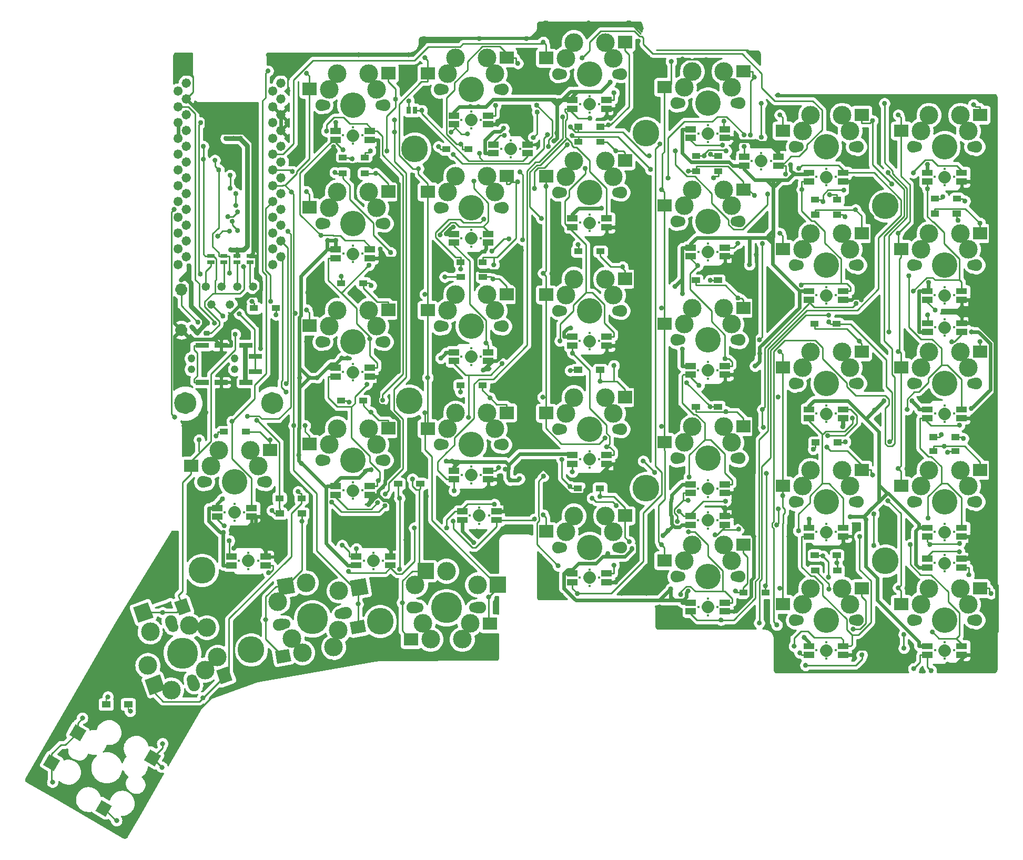
<source format=gbr>
%TF.GenerationSoftware,KiCad,Pcbnew,(6.0.4-0)*%
%TF.CreationDate,2022-08-10T17:19:40+09:00*%
%TF.ProjectId,KB62_L_rev1,4b423632-5f4c-45f7-9265-76312e6b6963,rev?*%
%TF.SameCoordinates,Original*%
%TF.FileFunction,Copper,L2,Bot*%
%TF.FilePolarity,Positive*%
%FSLAX46Y46*%
G04 Gerber Fmt 4.6, Leading zero omitted, Abs format (unit mm)*
G04 Created by KiCad (PCBNEW (6.0.4-0)) date 2022-08-10 17:19:40*
%MOMM*%
%LPD*%
G01*
G04 APERTURE LIST*
G04 Aperture macros list*
%AMRotRect*
0 Rectangle, with rotation*
0 The origin of the aperture is its center*
0 $1 length*
0 $2 width*
0 $3 Rotation angle, in degrees counterclockwise*
0 Add horizontal line*
21,1,$1,$2,0,0,$3*%
%AMFreePoly0*
4,1,34,0.201078,0.979575,0.387516,0.921863,0.559193,0.829038,0.709571,0.704634,0.832921,0.553392,0.924546,0.381070,0.980955,0.194234,1.000000,0.000000,0.999610,-0.027922,0.975149,-0.221548,0.913545,-0.406737,0.817145,-0.576432,0.689620,-0.724172,0.535827,-0.844328,0.361625,-0.932324,0.173648,-0.984808,-0.020942,-0.999781,-0.214735,-0.976672,-0.400349,-0.916363,-0.570714,-0.821149,
-0.719340,-0.694658,-0.840567,-0.541708,-0.929776,-0.368125,-0.983571,-0.180519,-0.999903,0.013962,-0.978148,0.207912,-0.919135,0.393942,-0.825113,0.564967,-0.699663,0.714473,-0.547563,0.836764,-0.374607,0.927184,-0.187381,0.982287,0.006981,0.999976,0.201078,0.979575,0.201078,0.979575,$1*%
%AMFreePoly1*
4,1,16,0.044650,0.194952,0.124776,0.156304,0.180215,0.086732,0.200000,0.000000,0.199999,-0.000698,0.179912,-0.087360,0.124230,-0.156739,0.043969,-0.195107,-0.044990,-0.194874,-0.125049,-0.156086,-0.180367,-0.086417,-0.200000,0.000349,-0.180064,0.087046,-0.124503,0.156522,-0.044310,0.195030,0.044650,0.194952,0.044650,0.194952,$1*%
G04 Aperture macros list end*
%TA.AperFunction,NonConductor*%
%ADD10C,0.400000*%
%TD*%
%TA.AperFunction,NonConductor*%
%ADD11C,0.000000*%
%TD*%
%TA.AperFunction,NonConductor*%
%ADD12C,0.698500*%
%TD*%
%TA.AperFunction,NonConductor*%
%ADD13C,0.762000*%
%TD*%
%TA.AperFunction,NonConductor*%
%ADD14C,1.000000*%
%TD*%
%TA.AperFunction,NonConductor*%
%ADD15C,1.800000*%
%TD*%
%TA.AperFunction,WasherPad*%
%ADD16FreePoly0,0.000000*%
%TD*%
%TA.AperFunction,WasherPad*%
%ADD17FreePoly1,0.000000*%
%TD*%
%TA.AperFunction,WasherPad*%
%ADD18C,1.210000*%
%TD*%
%TA.AperFunction,ComponentPad*%
%ADD19O,1.800000X0.700000*%
%TD*%
%TA.AperFunction,SMDPad,CuDef*%
%ADD20RotRect,2.000000X2.000000X150.000000*%
%TD*%
%TA.AperFunction,SMDPad,CuDef*%
%ADD21RotRect,1.900000X2.000000X150.000000*%
%TD*%
%TA.AperFunction,SMDPad,CuDef*%
%ADD22R,1.400000X1.000000*%
%TD*%
%TA.AperFunction,ViaPad*%
%ADD23C,0.800000*%
%TD*%
%TA.AperFunction,ViaPad*%
%ADD24C,0.400010*%
%TD*%
%TA.AperFunction,ViaPad*%
%ADD25C,3.000010*%
%TD*%
%TA.AperFunction,ViaPad*%
%ADD26C,0.813010*%
%TD*%
%TA.AperFunction,ViaPad*%
%ADD27C,1.700010*%
%TD*%
%TA.AperFunction,ViaPad*%
%ADD28C,1.200010*%
%TD*%
%TA.AperFunction,ViaPad*%
%ADD29C,1.900010*%
%TD*%
%TA.AperFunction,ViaPad*%
%ADD30C,5.000010*%
%TD*%
%TA.AperFunction,ViaPad*%
%ADD31C,4.300010*%
%TD*%
%TA.AperFunction,ViaPad*%
%ADD32C,4.100010*%
%TD*%
%TA.AperFunction,ViaPad*%
%ADD33C,0.300010*%
%TD*%
%TA.AperFunction,ViaPad*%
%ADD34C,2.200010*%
%TD*%
%TA.AperFunction,ViaPad*%
%ADD35C,1.300010*%
%TD*%
%TA.AperFunction,Conductor*%
%ADD36C,0.250000*%
%TD*%
%TA.AperFunction,Conductor*%
%ADD37C,0.254000*%
%TD*%
%TA.AperFunction,Conductor*%
%ADD38C,0.600000*%
%TD*%
%TA.AperFunction,Conductor*%
%ADD39C,0.800000*%
%TD*%
%TA.AperFunction,Conductor*%
%ADD40C,0.200000*%
%TD*%
G04 APERTURE END LIST*
D10*
X101511000Y-76512800D02*
G75*
G03*
X101511000Y-76512800I-200000J0D01*
G01*
D11*
G36*
X197988000Y-100778000D02*
G01*
X198008000Y-100778000D01*
X198008000Y-101032000D01*
X197988000Y-101032000D01*
X197988000Y-101881250D01*
X198064070Y-101957320D01*
X197744000Y-102277400D01*
X197550510Y-102277400D01*
X197415080Y-102236320D01*
X197491670Y-102142990D01*
X197546630Y-102040160D01*
X197575250Y-102040000D01*
X197734000Y-101881250D01*
X197734000Y-101032000D01*
X197714000Y-101032000D01*
X197714000Y-100778000D01*
X197734000Y-100778000D01*
X197734000Y-100758000D01*
X197988000Y-100758000D01*
X197988000Y-100778000D01*
G37*
D10*
X221757000Y-114108660D02*
G75*
G03*
X221757000Y-114108660I-200000J0D01*
G01*
D11*
G36*
X112426390Y-87853920D02*
G01*
X112306910Y-88142370D01*
X112246000Y-88448590D01*
X112246000Y-88760810D01*
X112306910Y-89067030D01*
X112426390Y-89355480D01*
X112599850Y-89615080D01*
X112820620Y-89835850D01*
X113080220Y-90009310D01*
X113368670Y-90128790D01*
X113674890Y-90189700D01*
X113987110Y-90189700D01*
X114293330Y-90128790D01*
X114387700Y-90089700D01*
X114557260Y-90089700D01*
X114844160Y-90032630D01*
X115114410Y-89920690D01*
X115357630Y-89758180D01*
X115564480Y-89551330D01*
X115726990Y-89308110D01*
X115838930Y-89037860D01*
X115896000Y-88750960D01*
X115896000Y-88458440D01*
X115838930Y-88171540D01*
X115803010Y-88084820D01*
X116112300Y-87956710D01*
X116334750Y-87808080D01*
X116329180Y-87821510D01*
X116226000Y-88340250D01*
X116226000Y-88869150D01*
X116329180Y-89387890D01*
X116531580Y-89876530D01*
X116784930Y-90255690D01*
X116616640Y-90325400D01*
X116447130Y-90438660D01*
X116302960Y-90582830D01*
X116189700Y-90752340D01*
X116129470Y-90897740D01*
X115773710Y-91253500D01*
X115423130Y-91253500D01*
X115377200Y-91248980D01*
X115193910Y-91267030D01*
X115149750Y-91280420D01*
X115017660Y-91320490D01*
X114855230Y-91407310D01*
X114712860Y-91524160D01*
X114683570Y-91559840D01*
X114132340Y-92111070D01*
X114096660Y-92140360D01*
X114067370Y-92176040D01*
X112816140Y-93427270D01*
X112713710Y-93469700D01*
X112308300Y-93469700D01*
X112205860Y-93427270D01*
X111195600Y-92417010D01*
X111195600Y-87662770D01*
X112554110Y-87662770D01*
X112426390Y-87853920D01*
G37*
D10*
X201960950Y-78004710D02*
G75*
G03*
X201960950Y-78004710I-200000J0D01*
G01*
D11*
G36*
X174161000Y-56304700D02*
G01*
X172461000Y-56304700D01*
X172461000Y-55304700D01*
X174161000Y-55304700D01*
X174161000Y-56304700D01*
G37*
G36*
X90154590Y-87655510D02*
G01*
X91110400Y-86699700D01*
X90154590Y-85743890D01*
X90100000Y-85763660D01*
X90100000Y-81321940D01*
X90247750Y-81469690D01*
X90515540Y-81648620D01*
X90530000Y-81654610D01*
X90530000Y-82726270D01*
X90526320Y-82763600D01*
X90530000Y-82800930D01*
X90541000Y-82912590D01*
X90550740Y-82944700D01*
X90584450Y-83055850D01*
X90655030Y-83187880D01*
X90726200Y-83274600D01*
X90750000Y-83303600D01*
X90779000Y-83327400D01*
X92656100Y-85204500D01*
X92526320Y-85243870D01*
X92346520Y-85339980D01*
X92206260Y-85455090D01*
X92150040Y-85299890D01*
X91860430Y-85159000D01*
X91548890Y-85077320D01*
X91227410Y-85057980D01*
X90908330Y-85101740D01*
X90603910Y-85206910D01*
X90429960Y-85299890D01*
X90334190Y-85564290D01*
X91290000Y-86520100D01*
X91304140Y-86505950D01*
X91483750Y-86685560D01*
X91469610Y-86699700D01*
X92425410Y-87655510D01*
X92689810Y-87559740D01*
X92730990Y-87475100D01*
X93124100Y-87868210D01*
X93156500Y-87907700D01*
X93195990Y-87940100D01*
X93232130Y-87976240D01*
X93274610Y-88004630D01*
X93314100Y-88037030D01*
X93359160Y-88061120D01*
X93401640Y-88089510D01*
X93448860Y-88109060D01*
X93493910Y-88133140D01*
X93542790Y-88147970D01*
X93590000Y-88167530D01*
X93590040Y-88167530D01*
X93525520Y-88173890D01*
X93405820Y-88210200D01*
X93295510Y-88269160D01*
X93198820Y-88348520D01*
X93119460Y-88445210D01*
X93105070Y-88472130D01*
X93032450Y-88494150D01*
X92900420Y-88564730D01*
X92784700Y-88659700D01*
X92689730Y-88775420D01*
X92619150Y-88907450D01*
X92575700Y-89050710D01*
X92561020Y-89199700D01*
X92564700Y-89237030D01*
X92564700Y-89887680D01*
X92561020Y-89925000D01*
X92564700Y-89962320D01*
X92564700Y-89962330D01*
X92575700Y-90073990D01*
X92584570Y-90103250D01*
X92539760Y-90112160D01*
X92315010Y-90205260D01*
X92112730Y-90340410D01*
X91940710Y-90512430D01*
X91805560Y-90714710D01*
X91712460Y-90939460D01*
X91665000Y-91178060D01*
X91665000Y-91421340D01*
X91712460Y-91659940D01*
X91805560Y-91884690D01*
X91940710Y-92086970D01*
X92028450Y-92174700D01*
X91940710Y-92262430D01*
X91805560Y-92464710D01*
X91712460Y-92689460D01*
X91665000Y-92928060D01*
X91665000Y-93171340D01*
X91712460Y-93409940D01*
X91805560Y-93634690D01*
X91940710Y-93836970D01*
X92112730Y-94008990D01*
X92315010Y-94144140D01*
X92539760Y-94237240D01*
X92648400Y-94258850D01*
X92645480Y-94264300D01*
X92619150Y-94313550D01*
X92575700Y-94456810D01*
X92564700Y-94568470D01*
X92564700Y-94568480D01*
X92561020Y-94605800D01*
X92564700Y-94643120D01*
X92564700Y-95112370D01*
X92561020Y-95149700D01*
X92575700Y-95298690D01*
X92619150Y-95441950D01*
X92689730Y-95573980D01*
X92784700Y-95689700D01*
X92900420Y-95784670D01*
X93032450Y-95855250D01*
X93105070Y-95877280D01*
X93116360Y-95898380D01*
X92766940Y-95753650D01*
X92219220Y-95644700D01*
X91660780Y-95644700D01*
X91113060Y-95753650D01*
X90597120Y-95967360D01*
X90132790Y-96277610D01*
X90100000Y-96310400D01*
X90100000Y-87835110D01*
X90334190Y-87835110D01*
X90429960Y-88099510D01*
X90719570Y-88240400D01*
X91031110Y-88322080D01*
X91352600Y-88341420D01*
X91671680Y-88297660D01*
X91976090Y-88192500D01*
X92150040Y-88099510D01*
X92245810Y-87835110D01*
X91290000Y-86879310D01*
X90334190Y-87835110D01*
X90100000Y-87835110D01*
X90100000Y-87635740D01*
X90154590Y-87655510D01*
G37*
G36*
X125388200Y-126461000D02*
G01*
X125412000Y-126490000D01*
X125527720Y-126584970D01*
X125659750Y-126655550D01*
X125803010Y-126699000D01*
X125906460Y-126709190D01*
X125952000Y-126713680D01*
X125989330Y-126710000D01*
X126209840Y-126710000D01*
X126155450Y-126811750D01*
X126133520Y-126884080D01*
X126112000Y-126955010D01*
X126103730Y-127039010D01*
X126097320Y-127104000D01*
X126101000Y-127141330D01*
X126101000Y-129901290D01*
X126057060Y-129945230D01*
X125943800Y-130114740D01*
X125865770Y-130303100D01*
X125826000Y-130503060D01*
X125826000Y-130706940D01*
X125865770Y-130906900D01*
X125943800Y-131095260D01*
X126057060Y-131264770D01*
X126101000Y-131308710D01*
X126101000Y-135087670D01*
X126097320Y-135125000D01*
X126101000Y-135162330D01*
X126112000Y-135273990D01*
X126120530Y-135302130D01*
X126155450Y-135417250D01*
X126226030Y-135549280D01*
X126296460Y-135635100D01*
X126321000Y-135665000D01*
X126350000Y-135688800D01*
X126472930Y-135811730D01*
X126472930Y-137525000D01*
X126485190Y-137649480D01*
X126521500Y-137769180D01*
X126580460Y-137879490D01*
X126659820Y-137976190D01*
X126756510Y-138055540D01*
X126866820Y-138114500D01*
X126986520Y-138150810D01*
X127111000Y-138163070D01*
X129411000Y-138163070D01*
X129535480Y-138150810D01*
X129655180Y-138114500D01*
X129765490Y-138055540D01*
X129862190Y-137976190D01*
X129876000Y-137959350D01*
X130060020Y-138143360D01*
X130409700Y-138377010D01*
X130798240Y-138537950D01*
X131210720Y-138620000D01*
X131631280Y-138620000D01*
X132043760Y-138537950D01*
X132432300Y-138377010D01*
X132781980Y-138143360D01*
X133079360Y-137845980D01*
X133313010Y-137496300D01*
X133473950Y-137107760D01*
X133556000Y-136695280D01*
X133556000Y-136274720D01*
X133473950Y-135862240D01*
X133313010Y-135473700D01*
X133079360Y-135124020D01*
X132781980Y-134826640D01*
X132432300Y-134592990D01*
X132216700Y-134503680D01*
X132286000Y-134155280D01*
X132286000Y-134056230D01*
X132476020Y-134183200D01*
X133046550Y-134419520D01*
X133652230Y-134540000D01*
X134269770Y-134540000D01*
X134875450Y-134419520D01*
X135445980Y-134183200D01*
X135636000Y-134056230D01*
X135636000Y-134155280D01*
X135705300Y-134503680D01*
X135489700Y-134592990D01*
X135140020Y-134826640D01*
X134842640Y-135124020D01*
X134608990Y-135473700D01*
X134448050Y-135862240D01*
X134366000Y-136274720D01*
X134366000Y-136695280D01*
X134448050Y-137107760D01*
X134608990Y-137496300D01*
X134842640Y-137845980D01*
X135140020Y-138143360D01*
X135489700Y-138377010D01*
X135878240Y-138537950D01*
X136290720Y-138620000D01*
X136711280Y-138620000D01*
X137123760Y-138537950D01*
X137512300Y-138377010D01*
X137861980Y-138143360D01*
X138159360Y-137845980D01*
X138393010Y-137496300D01*
X138553950Y-137107760D01*
X138636000Y-136695280D01*
X138636000Y-136274720D01*
X138566700Y-135926320D01*
X138782300Y-135837010D01*
X139131980Y-135603360D01*
X139332480Y-135402870D01*
X139359820Y-135436190D01*
X139456510Y-135515540D01*
X139566820Y-135574500D01*
X139686520Y-135610810D01*
X139811000Y-135623070D01*
X142111000Y-135623070D01*
X142235480Y-135610810D01*
X142325950Y-135583370D01*
X142325950Y-139402110D01*
X142316370Y-139499820D01*
X142297370Y-139562750D01*
X142266500Y-139620800D01*
X142224960Y-139671740D01*
X142174300Y-139713640D01*
X142116480Y-139744910D01*
X142053680Y-139764350D01*
X141956770Y-139774540D01*
X123077140Y-139863120D01*
X123049240Y-139866000D01*
X122549690Y-139910990D01*
X122521710Y-139913140D01*
X103630640Y-143251660D01*
X103603030Y-143259390D01*
X103106020Y-143392670D01*
X103078170Y-143399810D01*
X95818790Y-146042020D01*
X95820800Y-146031940D01*
X95820800Y-145969790D01*
X97456370Y-144334170D01*
X97545610Y-144365560D01*
X97669440Y-144383240D01*
X97794340Y-144376420D01*
X97915510Y-144345360D01*
X99794890Y-143661320D01*
X99907670Y-143607230D01*
X100007730Y-143532170D01*
X100091230Y-143439030D01*
X100154950Y-143331390D01*
X100196440Y-143213390D01*
X100214120Y-143089560D01*
X100207300Y-142964670D01*
X100176250Y-142843500D01*
X99729090Y-141614930D01*
X99730580Y-141599800D01*
X99726900Y-141562480D01*
X99726900Y-133519600D01*
X106027760Y-127218740D01*
X106063540Y-127421640D01*
X106057000Y-127427000D01*
X106033280Y-127455910D01*
X104400090Y-129088130D01*
X104371000Y-129112000D01*
X104323450Y-129169930D01*
X104276150Y-129227540D01*
X104276100Y-129227640D01*
X104276030Y-129227720D01*
X104242270Y-129290880D01*
X104205540Y-129359550D01*
X104205510Y-129359650D01*
X104205460Y-129359750D01*
X104184030Y-129430400D01*
X104162040Y-129502790D01*
X104162030Y-129502910D01*
X104162000Y-129503010D01*
X104154700Y-129577120D01*
X104147320Y-129651770D01*
X104151000Y-129689220D01*
X104151000Y-132651290D01*
X104107060Y-132695230D01*
X103993800Y-132864740D01*
X103915770Y-133053100D01*
X103876000Y-133253060D01*
X103876000Y-133456940D01*
X103915770Y-133656900D01*
X103993800Y-133845260D01*
X104107060Y-134014770D01*
X104151000Y-134058710D01*
X104151000Y-135919950D01*
X103859190Y-135724970D01*
X103352350Y-135515030D01*
X102814300Y-135408000D01*
X102265700Y-135408000D01*
X101727650Y-135515030D01*
X101220810Y-135724970D01*
X100764670Y-136029750D01*
X100376750Y-136417670D01*
X100071970Y-136873810D01*
X99862030Y-137380650D01*
X99755000Y-137918700D01*
X99755000Y-138467300D01*
X99862030Y-139005350D01*
X100071970Y-139512190D01*
X100376750Y-139968330D01*
X100764670Y-140356250D01*
X101220810Y-140661040D01*
X101727650Y-140870970D01*
X102265700Y-140978000D01*
X102814300Y-140978000D01*
X103352350Y-140870970D01*
X103859190Y-140661040D01*
X104315330Y-140356250D01*
X104703250Y-139968330D01*
X105008040Y-139512190D01*
X105217970Y-139005350D01*
X105325000Y-138467300D01*
X105325000Y-137957800D01*
X105741170Y-138373980D01*
X105733580Y-138436980D01*
X105743120Y-138561700D01*
X106090420Y-140531310D01*
X106124110Y-140651780D01*
X106180650Y-140763350D01*
X106257870Y-140861750D01*
X106352810Y-140943190D01*
X106461810Y-141004550D01*
X106580690Y-141043460D01*
X106704870Y-141058430D01*
X106829590Y-141048890D01*
X109094650Y-140649500D01*
X109215110Y-140615810D01*
X109326690Y-140559270D01*
X109425090Y-140482040D01*
X109506530Y-140387110D01*
X109516430Y-140369520D01*
X109771420Y-140539900D01*
X110159970Y-140700840D01*
X110572440Y-140782890D01*
X110993000Y-140782890D01*
X111405480Y-140700840D01*
X111794020Y-140539900D01*
X112143700Y-140306250D01*
X112441080Y-140008870D01*
X112674730Y-139659190D01*
X112835670Y-139270650D01*
X112917720Y-138858170D01*
X112917720Y-138437610D01*
X112835670Y-138025130D01*
X112674730Y-137636590D01*
X112441080Y-137286910D01*
X112143700Y-136989530D01*
X111794020Y-136755880D01*
X111405480Y-136594940D01*
X111225950Y-136559230D01*
X111225950Y-136156730D01*
X111215850Y-136105980D01*
X111487550Y-136218520D01*
X112093230Y-136339000D01*
X112710770Y-136339000D01*
X113316450Y-136218520D01*
X113886980Y-135982200D01*
X114400450Y-135639110D01*
X114514150Y-135525410D01*
X114542230Y-135666570D01*
X114659740Y-135950250D01*
X114424560Y-136107390D01*
X114127180Y-136404770D01*
X113893530Y-136754460D01*
X113732590Y-137143000D01*
X113650540Y-137555480D01*
X113650540Y-137976040D01*
X113732590Y-138388510D01*
X113893530Y-138777060D01*
X114127180Y-139126740D01*
X114424560Y-139424120D01*
X114774240Y-139657770D01*
X115162790Y-139818710D01*
X115575270Y-139900760D01*
X115995820Y-139900760D01*
X116408300Y-139818710D01*
X116796850Y-139657770D01*
X117146530Y-139424120D01*
X117443910Y-139126740D01*
X117677560Y-138777060D01*
X117838500Y-138388510D01*
X117920540Y-137976040D01*
X117920540Y-137555480D01*
X117838500Y-137143000D01*
X117720990Y-136859320D01*
X117956170Y-136702180D01*
X118253550Y-136404800D01*
X118385260Y-136207670D01*
X118418800Y-136236450D01*
X118527810Y-136297810D01*
X118646680Y-136336720D01*
X118770870Y-136351690D01*
X118895590Y-136342150D01*
X121160640Y-135942760D01*
X121281110Y-135909070D01*
X121392680Y-135852520D01*
X121491080Y-135775300D01*
X121504300Y-135759890D01*
X121520670Y-135776250D01*
X121976810Y-136081040D01*
X122483650Y-136290970D01*
X123021700Y-136398000D01*
X123570300Y-136398000D01*
X124108350Y-136290970D01*
X124615190Y-136081040D01*
X125071330Y-135776250D01*
X125459250Y-135388330D01*
X125764040Y-134932190D01*
X125973970Y-134425350D01*
X126081000Y-133887300D01*
X126081000Y-133338700D01*
X125973970Y-132800650D01*
X125764040Y-132293810D01*
X125459250Y-131837670D01*
X125071330Y-131449750D01*
X124615190Y-131144970D01*
X124108350Y-130935030D01*
X123570300Y-130828000D01*
X123021700Y-130828000D01*
X122483650Y-130935030D01*
X121976810Y-131144970D01*
X121520670Y-131449750D01*
X121132750Y-131837670D01*
X120827970Y-132293810D01*
X120654930Y-132711550D01*
X120591750Y-132716390D01*
X120504000Y-132731860D01*
X120504000Y-131525710D01*
X120547940Y-131481770D01*
X120661210Y-131312260D01*
X120739230Y-131123900D01*
X120779000Y-130923940D01*
X120779000Y-130720060D01*
X120739230Y-130520100D01*
X120661210Y-130331740D01*
X120547940Y-130162230D01*
X120504000Y-130118290D01*
X120504000Y-129986290D01*
X121550200Y-129801820D01*
X121670660Y-129768130D01*
X121782240Y-129711580D01*
X121880630Y-129634360D01*
X121962080Y-129539420D01*
X122023430Y-129430420D01*
X122062350Y-129311540D01*
X122077320Y-129187360D01*
X122067780Y-129062640D01*
X121622760Y-126538800D01*
X124123880Y-126538800D01*
X124161200Y-126542480D01*
X124198520Y-126538800D01*
X124198530Y-126538800D01*
X124310190Y-126527800D01*
X124453450Y-126484350D01*
X124585480Y-126413770D01*
X124701200Y-126318800D01*
X124725000Y-126289800D01*
X124971000Y-126043800D01*
X125388200Y-126461000D01*
G37*
D10*
X134060950Y-139204710D02*
G75*
G03*
X134060950Y-139204710I-200000J0D01*
G01*
D11*
G36*
X200569700Y-118920100D02*
G01*
X200386460Y-118920100D01*
X200186500Y-118959870D01*
X199998140Y-119037900D01*
X199828630Y-119151160D01*
X199684460Y-119295330D01*
X199571200Y-119464840D01*
X199493170Y-119653200D01*
X199453400Y-119853160D01*
X199453400Y-120057040D01*
X199493170Y-120257000D01*
X199571200Y-120445360D01*
X199684460Y-120614870D01*
X199728400Y-120658810D01*
X199728400Y-125255180D01*
X199724720Y-125292500D01*
X199728400Y-125329820D01*
X199728400Y-125329830D01*
X199739400Y-125441490D01*
X199776620Y-125564200D01*
X199782850Y-125584750D01*
X199853430Y-125716780D01*
X199886450Y-125757010D01*
X199948400Y-125832500D01*
X199977400Y-125856300D01*
X200768030Y-126646930D01*
X199661000Y-126646930D01*
X199536520Y-126659190D01*
X199416820Y-126695500D01*
X199306510Y-126754460D01*
X199209820Y-126833820D01*
X199196000Y-126850650D01*
X199011980Y-126666640D01*
X198662300Y-126432990D01*
X198273760Y-126272050D01*
X198109920Y-126239460D01*
X198155500Y-126154180D01*
X198191810Y-126034480D01*
X198204070Y-125910000D01*
X198204070Y-124960000D01*
X198191810Y-124835520D01*
X198155500Y-124715820D01*
X198096540Y-124605510D01*
X198017190Y-124508820D01*
X197920490Y-124429460D01*
X197844690Y-124388940D01*
X197861000Y-124306940D01*
X197861000Y-124103060D01*
X197835770Y-123976210D01*
X197927190Y-123901190D01*
X198006540Y-123804490D01*
X198065500Y-123694180D01*
X198101810Y-123574480D01*
X198114070Y-123450000D01*
X198114070Y-122500000D01*
X198101810Y-122375520D01*
X198065500Y-122255820D01*
X198006540Y-122145510D01*
X197927190Y-122048820D01*
X197830490Y-121969460D01*
X197720180Y-121910500D01*
X197600480Y-121874190D01*
X197476000Y-121861930D01*
X196176000Y-121861930D01*
X196051520Y-121874190D01*
X195931820Y-121910500D01*
X195821510Y-121969460D01*
X195724820Y-122048820D01*
X195645460Y-122145510D01*
X195586500Y-122255820D01*
X195550190Y-122375520D01*
X195537930Y-122500000D01*
X195537930Y-122728250D01*
X195479610Y-122587440D01*
X195366340Y-122417930D01*
X195222170Y-122273760D01*
X195052660Y-122160500D01*
X194864300Y-122082470D01*
X194664340Y-122042700D01*
X194460460Y-122042700D01*
X194384560Y-122057800D01*
X194377190Y-122048820D01*
X194280490Y-121969460D01*
X194170180Y-121910500D01*
X194050480Y-121874190D01*
X193926000Y-121861930D01*
X192626000Y-121861930D01*
X192501520Y-121874190D01*
X192381820Y-121910500D01*
X192271510Y-121969460D01*
X192174820Y-122048820D01*
X192095460Y-122145510D01*
X192036500Y-122255820D01*
X192000190Y-122375520D01*
X191987930Y-122500000D01*
X191987930Y-123450000D01*
X192000190Y-123574480D01*
X192036500Y-123694180D01*
X192095460Y-123804490D01*
X192174820Y-123901190D01*
X192271510Y-123980540D01*
X192381820Y-124039500D01*
X192501520Y-124075810D01*
X192626000Y-124088070D01*
X193926000Y-124088070D01*
X194050480Y-124075810D01*
X194170180Y-124039500D01*
X194174380Y-124037260D01*
X194260500Y-124072930D01*
X194460460Y-124112700D01*
X194522600Y-124112700D01*
X194723800Y-124313900D01*
X194723800Y-125718000D01*
X194654070Y-125648270D01*
X194654070Y-124960000D01*
X194641810Y-124835520D01*
X194605500Y-124715820D01*
X194546540Y-124605510D01*
X194467190Y-124508820D01*
X194370490Y-124429460D01*
X194260180Y-124370500D01*
X194140480Y-124334190D01*
X194016000Y-124321930D01*
X192716000Y-124321930D01*
X192591520Y-124334190D01*
X192471820Y-124370500D01*
X192361510Y-124429460D01*
X192264820Y-124508820D01*
X192185460Y-124605510D01*
X192126500Y-124715820D01*
X192125130Y-124720330D01*
X191945700Y-124540900D01*
X191945700Y-121093070D01*
X192676930Y-121093070D01*
X192730330Y-121192990D01*
X192817180Y-121298820D01*
X192923010Y-121385670D01*
X193043750Y-121450200D01*
X193174760Y-121489940D01*
X193276870Y-121500000D01*
X193311000Y-121503360D01*
X193345140Y-121500000D01*
X196876870Y-121500000D01*
X196911000Y-121503360D01*
X196945130Y-121500000D01*
X196945140Y-121500000D01*
X197047240Y-121489940D01*
X197178250Y-121450200D01*
X197298990Y-121385670D01*
X197404820Y-121298820D01*
X197491670Y-121192990D01*
X197546630Y-121090160D01*
X197575250Y-121090000D01*
X197734000Y-120931250D01*
X197988000Y-120931250D01*
X198146750Y-121090000D01*
X198711000Y-121093070D01*
X198835480Y-121080810D01*
X198955180Y-121044500D01*
X199065490Y-120985540D01*
X199162190Y-120906190D01*
X199241540Y-120809490D01*
X199300500Y-120699180D01*
X199336810Y-120579480D01*
X199349070Y-120455000D01*
X199346000Y-120240750D01*
X199187250Y-120082000D01*
X197988000Y-120082000D01*
X197988000Y-120931250D01*
X197734000Y-120931250D01*
X197734000Y-120082000D01*
X197714000Y-120082000D01*
X197714000Y-119828000D01*
X197734000Y-119828000D01*
X197734000Y-119808000D01*
X197988000Y-119808000D01*
X197988000Y-119828000D01*
X199187250Y-119828000D01*
X199346000Y-119669250D01*
X199349070Y-119455000D01*
X199336810Y-119330520D01*
X199313900Y-119255000D01*
X199336810Y-119179480D01*
X199349070Y-119055000D01*
X199349070Y-118055000D01*
X199336810Y-117930520D01*
X199300500Y-117810820D01*
X199282130Y-117776450D01*
X199424200Y-117717600D01*
X200569700Y-117717600D01*
X200569700Y-118920100D01*
G37*
D10*
X172160700Y-89782700D02*
G75*
G03*
X172160700Y-89782700I-200000J0D01*
G01*
D11*
G36*
X120321000Y-123675000D02*
G01*
X118621000Y-123675000D01*
X118621000Y-122675000D01*
X120321000Y-122675000D01*
X120321000Y-123675000D01*
G37*
D10*
X195707400Y-84335800D02*
G75*
G03*
X195707400Y-84335800I-200000J0D01*
G01*
D11*
G36*
X174161000Y-113455000D02*
G01*
X172461000Y-113455000D01*
X172461000Y-112455000D01*
X174161000Y-112455000D01*
X174161000Y-113455000D01*
G37*
G36*
X116329180Y-49721510D02*
G01*
X116226000Y-50240250D01*
X116226000Y-50769150D01*
X116329180Y-51287890D01*
X116523990Y-51758200D01*
X115898220Y-51758200D01*
X115860900Y-51754520D01*
X115823580Y-51758200D01*
X115823570Y-51758200D01*
X115711910Y-51769200D01*
X115576590Y-51810250D01*
X115568650Y-51812650D01*
X115436620Y-51883230D01*
X115373090Y-51935370D01*
X115320900Y-51978200D01*
X115297100Y-52007200D01*
X114175800Y-53128500D01*
X114146800Y-53152300D01*
X114099660Y-53209740D01*
X114051830Y-53268020D01*
X113998060Y-53368610D01*
X113981250Y-53400050D01*
X113937800Y-53543320D01*
X113926800Y-53654970D01*
X113926800Y-53654980D01*
X113923120Y-53692300D01*
X113926800Y-53729620D01*
X113926800Y-54000990D01*
X113882860Y-54044930D01*
X113769600Y-54214440D01*
X113691570Y-54402800D01*
X113651800Y-54602760D01*
X113651800Y-54806640D01*
X113691570Y-55006600D01*
X113769600Y-55194960D01*
X113882860Y-55364470D01*
X114027030Y-55508640D01*
X114196540Y-55621910D01*
X114384900Y-55699930D01*
X114584860Y-55739700D01*
X114672930Y-55739700D01*
X114672930Y-56162970D01*
X112671000Y-58164900D01*
X112671000Y-51586230D01*
X112820620Y-51735850D01*
X113080220Y-51909310D01*
X113368670Y-52028790D01*
X113674890Y-52089700D01*
X113987110Y-52089700D01*
X114293330Y-52028790D01*
X114387700Y-51989700D01*
X114557260Y-51989700D01*
X114844160Y-51932630D01*
X115114410Y-51820690D01*
X115357630Y-51658180D01*
X115564480Y-51451330D01*
X115726990Y-51208110D01*
X115838930Y-50937860D01*
X115896000Y-50650960D01*
X115896000Y-50358440D01*
X115838930Y-50071540D01*
X115803010Y-49984820D01*
X116112300Y-49856710D01*
X116334750Y-49708080D01*
X116329180Y-49721510D01*
G37*
G36*
X121788000Y-113128000D02*
G01*
X121808000Y-113128000D01*
X121808000Y-113382000D01*
X121788000Y-113382000D01*
X121788000Y-114231250D01*
X121879990Y-114323240D01*
X121867000Y-114388560D01*
X121867000Y-114450700D01*
X121546000Y-114771700D01*
X120907380Y-114771700D01*
X120978250Y-114750200D01*
X121098990Y-114685670D01*
X121204820Y-114598820D01*
X121291670Y-114492990D01*
X121346630Y-114390160D01*
X121375250Y-114390000D01*
X121534000Y-114231250D01*
X121534000Y-113382000D01*
X121514000Y-113382000D01*
X121514000Y-113128000D01*
X121534000Y-113128000D01*
X121534000Y-113108000D01*
X121788000Y-113108000D01*
X121788000Y-113128000D01*
G37*
G36*
X185875700Y-133627370D02*
G01*
X185872020Y-133664700D01*
X185875700Y-133702030D01*
X185886700Y-133813690D01*
X185896490Y-133845960D01*
X185930150Y-133956950D01*
X186000730Y-134088980D01*
X186058140Y-134158940D01*
X186095700Y-134204700D01*
X186121700Y-134226040D01*
X186121700Y-134287640D01*
X186161470Y-134487600D01*
X186239500Y-134675960D01*
X186352760Y-134845470D01*
X186496930Y-134989640D01*
X186666440Y-135102910D01*
X186854800Y-135180930D01*
X187054760Y-135220700D01*
X187258640Y-135220700D01*
X187458600Y-135180930D01*
X187646960Y-135102910D01*
X187816470Y-134989640D01*
X187960640Y-134845470D01*
X188073910Y-134675960D01*
X188151930Y-134487600D01*
X188191700Y-134287640D01*
X188191700Y-134083760D01*
X188151930Y-133883800D01*
X188073910Y-133695440D01*
X187960640Y-133525930D01*
X187816470Y-133381760D01*
X187646960Y-133268500D01*
X187458600Y-133190470D01*
X187395700Y-133177960D01*
X187395700Y-132463070D01*
X188754110Y-132463070D01*
X188626390Y-132654220D01*
X188506910Y-132942670D01*
X188446000Y-133248890D01*
X188446000Y-133561110D01*
X188506910Y-133867330D01*
X188626390Y-134155780D01*
X188799850Y-134415380D01*
X189020620Y-134636150D01*
X189280220Y-134809610D01*
X189568670Y-134929090D01*
X189874890Y-134990000D01*
X190187110Y-134990000D01*
X190204270Y-134986590D01*
X189432300Y-135758560D01*
X189403300Y-135782360D01*
X189379500Y-135811360D01*
X189308330Y-135898090D01*
X189237750Y-136030120D01*
X189213160Y-136111190D01*
X189194300Y-136173380D01*
X189184320Y-136274720D01*
X189179620Y-136322360D01*
X189183300Y-136359690D01*
X189183300Y-136901290D01*
X189139360Y-136945230D01*
X189026100Y-137114740D01*
X188948070Y-137303100D01*
X188908300Y-137503060D01*
X188908300Y-137706940D01*
X188948070Y-137906900D01*
X189026100Y-138095260D01*
X189139360Y-138264770D01*
X189283530Y-138408940D01*
X189453040Y-138522210D01*
X189641400Y-138600230D01*
X189837500Y-138639230D01*
X189837500Y-138793740D01*
X189877270Y-138993700D01*
X189955300Y-139182060D01*
X190068560Y-139351570D01*
X190212730Y-139495740D01*
X190382240Y-139609010D01*
X190570600Y-139687030D01*
X190770560Y-139726800D01*
X190914710Y-139726800D01*
X190921500Y-139749180D01*
X190980460Y-139859490D01*
X191057560Y-139953430D01*
X190980960Y-140030030D01*
X190867700Y-140199540D01*
X190789670Y-140387900D01*
X190749900Y-140587860D01*
X190749900Y-140791740D01*
X190789670Y-140991700D01*
X190867700Y-141180060D01*
X190980960Y-141349570D01*
X191125130Y-141493740D01*
X191294640Y-141607010D01*
X191483000Y-141685030D01*
X191682960Y-141724800D01*
X191886840Y-141724800D01*
X192086800Y-141685030D01*
X192275160Y-141607010D01*
X192444670Y-141493740D01*
X192488610Y-141449800D01*
X199838540Y-141449800D01*
X199875860Y-141453480D01*
X199913180Y-141449800D01*
X199913190Y-141449800D01*
X200024850Y-141438800D01*
X200168110Y-141395350D01*
X200300140Y-141324770D01*
X200415860Y-141229800D01*
X200439660Y-141200800D01*
X201371960Y-140268510D01*
X201400950Y-140244710D01*
X201424740Y-140215720D01*
X201424750Y-140215720D01*
X201484430Y-140142990D01*
X201495920Y-140128990D01*
X201566490Y-139996960D01*
X201609950Y-139853700D01*
X201620950Y-139742050D01*
X201620950Y-139742040D01*
X201624620Y-139704750D01*
X201664890Y-139664490D01*
X201778150Y-139494970D01*
X201856170Y-139306610D01*
X201895950Y-139106650D01*
X201895950Y-138902770D01*
X201856170Y-138702820D01*
X201778150Y-138514460D01*
X201664890Y-138344940D01*
X201520720Y-138200780D01*
X201351200Y-138087510D01*
X201162850Y-138009490D01*
X200962890Y-137969710D01*
X200759010Y-137969710D01*
X200559050Y-138009490D01*
X200370690Y-138087510D01*
X200201170Y-138200780D01*
X200057010Y-138344940D01*
X199943740Y-138514460D01*
X199865720Y-138702820D01*
X199825950Y-138902770D01*
X199825950Y-139106650D01*
X199865720Y-139306610D01*
X199943740Y-139494970D01*
X199964630Y-139526230D01*
X199561060Y-139929800D01*
X199183840Y-139929800D01*
X199241540Y-139859490D01*
X199300500Y-139749180D01*
X199336810Y-139629480D01*
X199349070Y-139505000D01*
X199346000Y-139290750D01*
X199187250Y-139132000D01*
X197988000Y-139132000D01*
X197988000Y-139152000D01*
X197734000Y-139152000D01*
X197734000Y-139132000D01*
X197714000Y-139132000D01*
X197714000Y-138878000D01*
X197734000Y-138878000D01*
X197734000Y-138858000D01*
X197988000Y-138858000D01*
X197988000Y-138878000D01*
X199187250Y-138878000D01*
X199346000Y-138719250D01*
X199349070Y-138505000D01*
X199336810Y-138380520D01*
X199316680Y-138314150D01*
X199328550Y-138310550D01*
X199460580Y-138239970D01*
X199576300Y-138145000D01*
X199600100Y-138116000D01*
X199761700Y-137954400D01*
X199790700Y-137930600D01*
X199885670Y-137814880D01*
X199956250Y-137682850D01*
X199999700Y-137539590D01*
X200010700Y-137427930D01*
X200010700Y-137427920D01*
X200014380Y-137390600D01*
X200010700Y-137353280D01*
X200010700Y-136530200D01*
X200245480Y-136530200D01*
X200282800Y-136533880D01*
X200320120Y-136530200D01*
X200320130Y-136530200D01*
X200431790Y-136519200D01*
X200575050Y-136475750D01*
X200707080Y-136405170D01*
X200822800Y-136310200D01*
X200846600Y-136281200D01*
X202797400Y-134330400D01*
X202826400Y-134306600D01*
X202921370Y-134190880D01*
X202991950Y-134058850D01*
X203035400Y-133915590D01*
X203046400Y-133803930D01*
X203046400Y-133803920D01*
X203050080Y-133766600D01*
X203046400Y-133729280D01*
X203046400Y-131215990D01*
X206849450Y-135019040D01*
X206801860Y-135066630D01*
X206688600Y-135236140D01*
X206610570Y-135424500D01*
X206570800Y-135624460D01*
X206570800Y-135828340D01*
X206610570Y-136028300D01*
X206688600Y-136216660D01*
X206801860Y-136386170D01*
X206845800Y-136430110D01*
X206845800Y-137220990D01*
X206801860Y-137264930D01*
X206688600Y-137434440D01*
X206610570Y-137622800D01*
X206570800Y-137822760D01*
X206570800Y-138026640D01*
X206610570Y-138226600D01*
X206688600Y-138414960D01*
X206801860Y-138584470D01*
X206946030Y-138728640D01*
X207115540Y-138841910D01*
X207303900Y-138919930D01*
X207503860Y-138959700D01*
X207707740Y-138959700D01*
X207907700Y-138919930D01*
X208096060Y-138841910D01*
X208265570Y-138728640D01*
X208409740Y-138584470D01*
X208523010Y-138414960D01*
X208601030Y-138226600D01*
X208640800Y-138026640D01*
X208640800Y-137822760D01*
X208601030Y-137622800D01*
X208523010Y-137434440D01*
X208409740Y-137264930D01*
X208365800Y-137220990D01*
X208365800Y-136535390D01*
X209125700Y-137295290D01*
X209125700Y-137559070D01*
X209121180Y-137605000D01*
X209139230Y-137788290D01*
X209192690Y-137964540D01*
X209279510Y-138126970D01*
X209396360Y-138269340D01*
X209538730Y-138386190D01*
X209692800Y-138468540D01*
X209600730Y-138580720D01*
X209530150Y-138712750D01*
X209486700Y-138856010D01*
X209472020Y-139005000D01*
X209475700Y-139042330D01*
X209475700Y-139865500D01*
X209155700Y-140185500D01*
X209093560Y-140185500D01*
X208893600Y-140225270D01*
X208705240Y-140303300D01*
X208535730Y-140416560D01*
X208391560Y-140560730D01*
X208278300Y-140730240D01*
X208200270Y-140918600D01*
X208160500Y-141118560D01*
X208160500Y-141322440D01*
X208200270Y-141522400D01*
X208278300Y-141710760D01*
X208317690Y-141769710D01*
X187118230Y-141769710D01*
X187020520Y-141760130D01*
X186957590Y-141741130D01*
X186899540Y-141710270D01*
X186848610Y-141668720D01*
X186806700Y-141618070D01*
X186775430Y-141560240D01*
X186755990Y-141497440D01*
X186745950Y-141401880D01*
X186745950Y-136397290D01*
X186743170Y-136369040D01*
X186743210Y-136362910D01*
X186742310Y-136353740D01*
X186721910Y-136159640D01*
X186709880Y-136101060D01*
X186698670Y-136042290D01*
X186696010Y-136033470D01*
X186638300Y-135847030D01*
X186615110Y-135791880D01*
X186592710Y-135736420D01*
X186588380Y-135728290D01*
X186495560Y-135556610D01*
X186462090Y-135506990D01*
X186429350Y-135456960D01*
X186423520Y-135449820D01*
X186299120Y-135299440D01*
X186256690Y-135257300D01*
X186214820Y-135214550D01*
X186207720Y-135208680D01*
X186056480Y-135085330D01*
X186006690Y-135052250D01*
X185957300Y-135018430D01*
X185949190Y-135014050D01*
X185776870Y-134922420D01*
X185721550Y-134899620D01*
X185666580Y-134876060D01*
X185657780Y-134873340D01*
X185470940Y-134816930D01*
X185412260Y-134805310D01*
X185353750Y-134792870D01*
X185344590Y-134791910D01*
X185150350Y-134772860D01*
X185118370Y-134769710D01*
X184866330Y-134769710D01*
X185005470Y-134676740D01*
X185149640Y-134532570D01*
X185262910Y-134363060D01*
X185340930Y-134174700D01*
X185380700Y-133974740D01*
X185380700Y-133770860D01*
X185340930Y-133570900D01*
X185262910Y-133382540D01*
X185149640Y-133213030D01*
X185105700Y-133169090D01*
X185105700Y-130098070D01*
X185875700Y-130098070D01*
X185875700Y-133627370D01*
G37*
D10*
X178622500Y-56948500D02*
G75*
G03*
X178622500Y-56948500I-200000J0D01*
G01*
X145659100Y-43802300D02*
G75*
G03*
X145659100Y-43802300I-200000J0D01*
G01*
X99260950Y-70804710D02*
G75*
G03*
X99260950Y-70804710I-200000J0D01*
G01*
X170274660Y-128391000D02*
G75*
G03*
X170274660Y-128391000I-200000J0D01*
G01*
D11*
G36*
X160611000Y-108755000D02*
G01*
X158911000Y-108755000D01*
X158911000Y-107755000D01*
X160611000Y-107755000D01*
X160611000Y-108755000D01*
G37*
G36*
X184151370Y-41849300D02*
G01*
X184214300Y-41868300D01*
X184272350Y-41899160D01*
X184323290Y-41940710D01*
X184365200Y-41991360D01*
X184396460Y-42049190D01*
X184415900Y-42111990D01*
X184425950Y-42207550D01*
X184425950Y-44038350D01*
X182227320Y-41839720D01*
X184053670Y-41839720D01*
X184151370Y-41849300D01*
G37*
G36*
X140838000Y-91577700D02*
G01*
X140858000Y-91577700D01*
X140858000Y-91831700D01*
X140838000Y-91831700D01*
X140838000Y-92680950D01*
X140996750Y-92839700D01*
X141125400Y-92840400D01*
X140777100Y-93188700D01*
X140049210Y-93188700D01*
X140148990Y-93135370D01*
X140254820Y-93048520D01*
X140341670Y-92942690D01*
X140396630Y-92839860D01*
X140425250Y-92839700D01*
X140584000Y-92680950D01*
X140584000Y-91831700D01*
X140564000Y-91831700D01*
X140564000Y-91577700D01*
X140584000Y-91577700D01*
X140584000Y-91557700D01*
X140838000Y-91557700D01*
X140838000Y-91577700D01*
G37*
D10*
X187560950Y-48904710D02*
G75*
G03*
X187560950Y-48904710I-200000J0D01*
G01*
D11*
G36*
X121491000Y-59455400D02*
G01*
X120191000Y-59455400D01*
X120191000Y-58505400D01*
X121491000Y-58505400D01*
X121491000Y-59455400D01*
G37*
D10*
X181109100Y-81570500D02*
G75*
G03*
X181109100Y-81570500I-200000J0D01*
G01*
D11*
G36*
X165101370Y-37149300D02*
G01*
X165164300Y-37168300D01*
X165222350Y-37199160D01*
X165273290Y-37240710D01*
X165315200Y-37291360D01*
X165346460Y-37349190D01*
X165365900Y-37411990D01*
X165375950Y-37507550D01*
X165375950Y-38681320D01*
X164768230Y-38073600D01*
X164744430Y-38044600D01*
X164628700Y-37949630D01*
X164496670Y-37879050D01*
X164353410Y-37835600D01*
X164241760Y-37824600D01*
X164241750Y-37824600D01*
X164204430Y-37820920D01*
X164167100Y-37824600D01*
X158823830Y-37824600D01*
X158786500Y-37820920D01*
X158749180Y-37824600D01*
X158749170Y-37824600D01*
X158637510Y-37835600D01*
X158494250Y-37879050D01*
X158362220Y-37949630D01*
X158246500Y-38044600D01*
X158222700Y-38073600D01*
X156515280Y-39781020D01*
X156363010Y-39413400D01*
X156129360Y-39063720D01*
X155831980Y-38766340D01*
X155482300Y-38532690D01*
X155093760Y-38371750D01*
X154681280Y-38289700D01*
X154260720Y-38289700D01*
X153848240Y-38371750D01*
X153459700Y-38532690D01*
X153110020Y-38766340D01*
X152812640Y-39063720D01*
X152578990Y-39413400D01*
X152418050Y-39801940D01*
X152336000Y-40214420D01*
X152336000Y-40634980D01*
X152405300Y-40983380D01*
X152189700Y-41072690D01*
X151840020Y-41306340D01*
X151639530Y-41506830D01*
X151612190Y-41473520D01*
X151515490Y-41394160D01*
X151405180Y-41335200D01*
X151285480Y-41298890D01*
X151161000Y-41286630D01*
X150771000Y-41286630D01*
X150771000Y-40873220D01*
X150774680Y-40835900D01*
X150771000Y-40798580D01*
X150771000Y-40798570D01*
X150760000Y-40686910D01*
X150716550Y-40543650D01*
X150645970Y-40411620D01*
X150594800Y-40349270D01*
X150594800Y-40282760D01*
X150555030Y-40082800D01*
X150477010Y-39894440D01*
X150363740Y-39724930D01*
X150219570Y-39580760D01*
X150050060Y-39467500D01*
X149861700Y-39389470D01*
X149661740Y-39349700D01*
X149457860Y-39349700D01*
X149257900Y-39389470D01*
X149069540Y-39467500D01*
X148900030Y-39580760D01*
X148755860Y-39724930D01*
X148665420Y-39860290D01*
X136682700Y-39860290D01*
X136645370Y-39856610D01*
X136608050Y-39860290D01*
X136608040Y-39860290D01*
X136496390Y-39871290D01*
X136353120Y-39914740D01*
X136221100Y-39985320D01*
X136105370Y-40080290D01*
X136081570Y-40109290D01*
X135851160Y-40339700D01*
X131103290Y-40339700D01*
X131065960Y-40336020D01*
X131028640Y-40339700D01*
X131028630Y-40339700D01*
X130916980Y-40350700D01*
X130773720Y-40394150D01*
X130641690Y-40464730D01*
X130525960Y-40559700D01*
X130502160Y-40588700D01*
X128546150Y-42544710D01*
X115338810Y-42544710D01*
X115301490Y-42541040D01*
X115264160Y-42544710D01*
X115264150Y-42544710D01*
X115152500Y-42555710D01*
X115121930Y-42564980D01*
X112518540Y-42564980D01*
X112481220Y-42561310D01*
X112443890Y-42564980D01*
X112443880Y-42564980D01*
X112332230Y-42575980D01*
X112188970Y-42619440D01*
X112056940Y-42690010D01*
X111977160Y-42755480D01*
X111941220Y-42784980D01*
X111917420Y-42813980D01*
X108826300Y-45905100D01*
X108797300Y-45928900D01*
X108773500Y-45957900D01*
X108702330Y-46044630D01*
X108631750Y-46176650D01*
X108618840Y-46219220D01*
X108588300Y-46319910D01*
X108583700Y-46366560D01*
X108564410Y-46319970D01*
X108411520Y-46091170D01*
X108216940Y-45896580D01*
X107988130Y-45743700D01*
X107733890Y-45638390D01*
X107463990Y-45584700D01*
X107188810Y-45584700D01*
X106918910Y-45638390D01*
X106664670Y-45743700D01*
X106435870Y-45896580D01*
X106241280Y-46091170D01*
X106088400Y-46319970D01*
X105983090Y-46574210D01*
X105929400Y-46844110D01*
X105929400Y-46854700D01*
X105882410Y-46854700D01*
X105621000Y-46906700D01*
X105621000Y-45975860D01*
X105751260Y-45921910D01*
X105920770Y-45808640D01*
X106064940Y-45664470D01*
X106178210Y-45494960D01*
X106256230Y-45306600D01*
X106296000Y-45106640D01*
X106296000Y-44902760D01*
X106256230Y-44702800D01*
X106178210Y-44514440D01*
X106064940Y-44344930D01*
X105920770Y-44200760D01*
X105751260Y-44087500D01*
X105562900Y-44009470D01*
X105362940Y-43969700D01*
X105159060Y-43969700D01*
X105150000Y-43971500D01*
X105150000Y-42139710D01*
X127968370Y-42139710D01*
X127996620Y-42136930D01*
X128002750Y-42136970D01*
X128011920Y-42136070D01*
X128206020Y-42115670D01*
X128264610Y-42103640D01*
X128323370Y-42092430D01*
X128332190Y-42089770D01*
X128518630Y-42032060D01*
X128573790Y-42008870D01*
X128629240Y-41986470D01*
X128637380Y-41982140D01*
X128809050Y-41889320D01*
X128858650Y-41855870D01*
X128908700Y-41823110D01*
X128915840Y-41817290D01*
X129066220Y-41692880D01*
X129108360Y-41650450D01*
X129151110Y-41608590D01*
X129156980Y-41601480D01*
X129280330Y-41450240D01*
X129313430Y-41400430D01*
X129347230Y-41351060D01*
X129351620Y-41342950D01*
X129443240Y-41170630D01*
X129466040Y-41115320D01*
X129489600Y-41060350D01*
X129492330Y-41051540D01*
X129548740Y-40864710D01*
X129560350Y-40806030D01*
X129572790Y-40747520D01*
X129573750Y-40738350D01*
X129592800Y-40544120D01*
X129592800Y-40544110D01*
X129595950Y-40512130D01*
X129595950Y-40012000D01*
X129605530Y-39914290D01*
X129624530Y-39851360D01*
X129655390Y-39793310D01*
X129696940Y-39742370D01*
X129747590Y-39700470D01*
X129805420Y-39669200D01*
X129868220Y-39649760D01*
X129963780Y-39639720D01*
X147018370Y-39639720D01*
X147046620Y-39636930D01*
X147052750Y-39636980D01*
X147061920Y-39636080D01*
X147256020Y-39615680D01*
X147314610Y-39603650D01*
X147373370Y-39592440D01*
X147382190Y-39589780D01*
X147568630Y-39532060D01*
X147623790Y-39508880D01*
X147679240Y-39486470D01*
X147687380Y-39482150D01*
X147859050Y-39389320D01*
X147908650Y-39355870D01*
X147958700Y-39323120D01*
X147965840Y-39317290D01*
X148116220Y-39192890D01*
X148158360Y-39150450D01*
X148201110Y-39108590D01*
X148206980Y-39101490D01*
X148330330Y-38950250D01*
X148363430Y-38900440D01*
X148397230Y-38851070D01*
X148401620Y-38842960D01*
X148493240Y-38670640D01*
X148516040Y-38615320D01*
X148539600Y-38560350D01*
X148542330Y-38551550D01*
X148598740Y-38364710D01*
X148610350Y-38306030D01*
X148622790Y-38247520D01*
X148623750Y-38238360D01*
X148642800Y-38044120D01*
X148645950Y-38012140D01*
X148645950Y-37512000D01*
X148655530Y-37414290D01*
X148674530Y-37351360D01*
X148705390Y-37293310D01*
X148746940Y-37242370D01*
X148797590Y-37200470D01*
X148855420Y-37169200D01*
X148918220Y-37149760D01*
X149013780Y-37139720D01*
X165003670Y-37139720D01*
X165101370Y-37149300D01*
G37*
D10*
X152153500Y-124663000D02*
G75*
G03*
X152153500Y-124663000I-200000J0D01*
G01*
D11*
G36*
X163861000Y-60434700D02*
G01*
X161561000Y-60434700D01*
X161561000Y-58434700D01*
X163861000Y-58434700D01*
X163861000Y-60434700D01*
G37*
G36*
X141561000Y-73154700D02*
G01*
X139861000Y-73154700D01*
X139861000Y-72154700D01*
X141561000Y-72154700D01*
X141561000Y-73154700D01*
G37*
D12*
X98129250Y-79729700D02*
G75*
G03*
X98129250Y-79729700I-349250J0D01*
G01*
D10*
X168800700Y-102235000D02*
G75*
G03*
X168800700Y-102235000I-200000J0D01*
G01*
X149801000Y-110230700D02*
G75*
G03*
X149801000Y-110230700I-200000J0D01*
G01*
D13*
X92487400Y-69841700D02*
G75*
G03*
X92487400Y-69841700I-381000J0D01*
G01*
D11*
G36*
X213021000Y-106695000D02*
G01*
X211721000Y-106695000D01*
X211721000Y-105745000D01*
X213021000Y-105745000D01*
X213021000Y-106695000D01*
G37*
D13*
X92487400Y-67301700D02*
G75*
G03*
X92487400Y-67301700I-381000J0D01*
G01*
D10*
X206260950Y-117804710D02*
G75*
G03*
X206260950Y-117804710I-200000J0D01*
G01*
D11*
G36*
X172898240Y-43071750D02*
G01*
X172509700Y-43232690D01*
X172160020Y-43466340D01*
X171862640Y-43763720D01*
X171628990Y-44113400D01*
X171468050Y-44501940D01*
X171386000Y-44914420D01*
X171386000Y-45334980D01*
X171455300Y-45683380D01*
X171239700Y-45772690D01*
X170928500Y-45980620D01*
X170928500Y-44185410D01*
X170972440Y-44141470D01*
X171085710Y-43971960D01*
X171163730Y-43783600D01*
X171203500Y-43583640D01*
X171203500Y-43379760D01*
X171163730Y-43179800D01*
X171092520Y-43007900D01*
X173219220Y-43007900D01*
X172898240Y-43071750D01*
G37*
D10*
X160600100Y-52666900D02*
G75*
G03*
X160600100Y-52666900I-200000J0D01*
G01*
D11*
G36*
X185875700Y-133627370D02*
G01*
X185872020Y-133664700D01*
X185875700Y-133702030D01*
X185886700Y-133813690D01*
X185896490Y-133845960D01*
X185930150Y-133956950D01*
X186000730Y-134088980D01*
X186058140Y-134158940D01*
X186095700Y-134204700D01*
X186121700Y-134226040D01*
X186121700Y-134287640D01*
X186161470Y-134487600D01*
X186239500Y-134675960D01*
X186352760Y-134845470D01*
X186496930Y-134989640D01*
X186666440Y-135102910D01*
X186854800Y-135180930D01*
X187054760Y-135220700D01*
X187258640Y-135220700D01*
X187458600Y-135180930D01*
X187646960Y-135102910D01*
X187816470Y-134989640D01*
X187960640Y-134845470D01*
X188073910Y-134675960D01*
X188151930Y-134487600D01*
X188191700Y-134287640D01*
X188191700Y-134083760D01*
X188151930Y-133883800D01*
X188073910Y-133695440D01*
X187960640Y-133525930D01*
X187816470Y-133381760D01*
X187646960Y-133268500D01*
X187458600Y-133190470D01*
X187395700Y-133177960D01*
X187395700Y-132463070D01*
X188754110Y-132463070D01*
X188626390Y-132654220D01*
X188506910Y-132942670D01*
X188446000Y-133248890D01*
X188446000Y-133561110D01*
X188506910Y-133867330D01*
X188626390Y-134155780D01*
X188799850Y-134415380D01*
X189020620Y-134636150D01*
X189280220Y-134809610D01*
X189568670Y-134929090D01*
X189874890Y-134990000D01*
X190187110Y-134990000D01*
X190204270Y-134986590D01*
X189432300Y-135758560D01*
X189403300Y-135782360D01*
X189379500Y-135811360D01*
X189308330Y-135898090D01*
X189237750Y-136030120D01*
X189213160Y-136111190D01*
X189194300Y-136173380D01*
X189184320Y-136274720D01*
X189179620Y-136322360D01*
X189183300Y-136359690D01*
X189183300Y-136901290D01*
X189139360Y-136945230D01*
X189026100Y-137114740D01*
X188948070Y-137303100D01*
X188908300Y-137503060D01*
X188908300Y-137706940D01*
X188948070Y-137906900D01*
X189026100Y-138095260D01*
X189139360Y-138264770D01*
X189283530Y-138408940D01*
X189453040Y-138522210D01*
X189641400Y-138600230D01*
X189837500Y-138639230D01*
X189837500Y-138793740D01*
X189877270Y-138993700D01*
X189955300Y-139182060D01*
X190068560Y-139351570D01*
X190212730Y-139495740D01*
X190382240Y-139609010D01*
X190570600Y-139687030D01*
X190770560Y-139726800D01*
X190914710Y-139726800D01*
X190921500Y-139749180D01*
X190980460Y-139859490D01*
X191057560Y-139953430D01*
X190980960Y-140030030D01*
X190867700Y-140199540D01*
X190789670Y-140387900D01*
X190749900Y-140587860D01*
X190749900Y-140791740D01*
X190789670Y-140991700D01*
X190867700Y-141180060D01*
X190980960Y-141349570D01*
X191125130Y-141493740D01*
X191294640Y-141607010D01*
X191483000Y-141685030D01*
X191682960Y-141724800D01*
X191886840Y-141724800D01*
X192086800Y-141685030D01*
X192275160Y-141607010D01*
X192444670Y-141493740D01*
X192488610Y-141449800D01*
X199838540Y-141449800D01*
X199875860Y-141453480D01*
X199913180Y-141449800D01*
X199913190Y-141449800D01*
X200024850Y-141438800D01*
X200168110Y-141395350D01*
X200300140Y-141324770D01*
X200415860Y-141229800D01*
X200439660Y-141200800D01*
X201371960Y-140268510D01*
X201400950Y-140244710D01*
X201424740Y-140215720D01*
X201424750Y-140215720D01*
X201484430Y-140142990D01*
X201495920Y-140128990D01*
X201566490Y-139996960D01*
X201609950Y-139853700D01*
X201620950Y-139742050D01*
X201620950Y-139742040D01*
X201624620Y-139704750D01*
X201664890Y-139664490D01*
X201778150Y-139494970D01*
X201856170Y-139306610D01*
X201895950Y-139106650D01*
X201895950Y-138902770D01*
X201856170Y-138702820D01*
X201778150Y-138514460D01*
X201664890Y-138344940D01*
X201520720Y-138200780D01*
X201351200Y-138087510D01*
X201162850Y-138009490D01*
X200962890Y-137969710D01*
X200759010Y-137969710D01*
X200559050Y-138009490D01*
X200370690Y-138087510D01*
X200201170Y-138200780D01*
X200057010Y-138344940D01*
X199943740Y-138514460D01*
X199865720Y-138702820D01*
X199825950Y-138902770D01*
X199825950Y-139106650D01*
X199865720Y-139306610D01*
X199943740Y-139494970D01*
X199964630Y-139526230D01*
X199561060Y-139929800D01*
X199183840Y-139929800D01*
X199241540Y-139859490D01*
X199300500Y-139749180D01*
X199336810Y-139629480D01*
X199349070Y-139505000D01*
X199346000Y-139290750D01*
X199187250Y-139132000D01*
X197988000Y-139132000D01*
X197988000Y-139152000D01*
X197734000Y-139152000D01*
X197734000Y-139132000D01*
X197714000Y-139132000D01*
X197714000Y-138878000D01*
X197734000Y-138878000D01*
X197734000Y-138858000D01*
X197988000Y-138858000D01*
X197988000Y-138878000D01*
X199187250Y-138878000D01*
X199346000Y-138719250D01*
X199349070Y-138505000D01*
X199336810Y-138380520D01*
X199316680Y-138314150D01*
X199328550Y-138310550D01*
X199460580Y-138239970D01*
X199576300Y-138145000D01*
X199600100Y-138116000D01*
X199761700Y-137954400D01*
X199790700Y-137930600D01*
X199885670Y-137814880D01*
X199956250Y-137682850D01*
X199999700Y-137539590D01*
X200010700Y-137427930D01*
X200010700Y-137427920D01*
X200014380Y-137390600D01*
X200010700Y-137353280D01*
X200010700Y-136530200D01*
X200245480Y-136530200D01*
X200282800Y-136533880D01*
X200320120Y-136530200D01*
X200320130Y-136530200D01*
X200431790Y-136519200D01*
X200575050Y-136475750D01*
X200707080Y-136405170D01*
X200822800Y-136310200D01*
X200846600Y-136281200D01*
X202797400Y-134330400D01*
X202826400Y-134306600D01*
X202921370Y-134190880D01*
X202991950Y-134058850D01*
X203035400Y-133915590D01*
X203046400Y-133803930D01*
X203046400Y-133803920D01*
X203050080Y-133766600D01*
X203046400Y-133729280D01*
X203046400Y-131215990D01*
X206849450Y-135019040D01*
X206801860Y-135066630D01*
X206688600Y-135236140D01*
X206610570Y-135424500D01*
X206570800Y-135624460D01*
X206570800Y-135828340D01*
X206610570Y-136028300D01*
X206688600Y-136216660D01*
X206801860Y-136386170D01*
X206845800Y-136430110D01*
X206845800Y-137220990D01*
X206801860Y-137264930D01*
X206688600Y-137434440D01*
X206610570Y-137622800D01*
X206570800Y-137822760D01*
X206570800Y-138026640D01*
X206610570Y-138226600D01*
X206688600Y-138414960D01*
X206801860Y-138584470D01*
X206946030Y-138728640D01*
X207115540Y-138841910D01*
X207303900Y-138919930D01*
X207503860Y-138959700D01*
X207707740Y-138959700D01*
X207907700Y-138919930D01*
X208096060Y-138841910D01*
X208265570Y-138728640D01*
X208409740Y-138584470D01*
X208523010Y-138414960D01*
X208601030Y-138226600D01*
X208640800Y-138026640D01*
X208640800Y-137822760D01*
X208601030Y-137622800D01*
X208523010Y-137434440D01*
X208409740Y-137264930D01*
X208365800Y-137220990D01*
X208365800Y-136535390D01*
X209125700Y-137295290D01*
X209125700Y-137559070D01*
X209121180Y-137605000D01*
X209139230Y-137788290D01*
X209192690Y-137964540D01*
X209279510Y-138126970D01*
X209396360Y-138269340D01*
X209538730Y-138386190D01*
X209692800Y-138468540D01*
X209600730Y-138580720D01*
X209530150Y-138712750D01*
X209486700Y-138856010D01*
X209472020Y-139005000D01*
X209475700Y-139042330D01*
X209475700Y-139865500D01*
X209155700Y-140185500D01*
X209093560Y-140185500D01*
X208893600Y-140225270D01*
X208705240Y-140303300D01*
X208535730Y-140416560D01*
X208391560Y-140560730D01*
X208278300Y-140730240D01*
X208200270Y-140918600D01*
X208160500Y-141118560D01*
X208160500Y-141322440D01*
X208200270Y-141522400D01*
X208278300Y-141710760D01*
X208317690Y-141769710D01*
X187118230Y-141769710D01*
X187020520Y-141760130D01*
X186957590Y-141741130D01*
X186899540Y-141710270D01*
X186848610Y-141668720D01*
X186806700Y-141618070D01*
X186775430Y-141560240D01*
X186755990Y-141497440D01*
X186745950Y-141401880D01*
X186745950Y-136397290D01*
X186743170Y-136369040D01*
X186743210Y-136362910D01*
X186742310Y-136353740D01*
X186721910Y-136159640D01*
X186709880Y-136101060D01*
X186698670Y-136042290D01*
X186696010Y-136033470D01*
X186638300Y-135847030D01*
X186615110Y-135791880D01*
X186592710Y-135736420D01*
X186588380Y-135728290D01*
X186495560Y-135556610D01*
X186462090Y-135506990D01*
X186429350Y-135456960D01*
X186423520Y-135449820D01*
X186299120Y-135299440D01*
X186256690Y-135257300D01*
X186214820Y-135214550D01*
X186207720Y-135208680D01*
X186056480Y-135085330D01*
X186006690Y-135052250D01*
X185957300Y-135018430D01*
X185949190Y-135014050D01*
X185776870Y-134922420D01*
X185721550Y-134899620D01*
X185666580Y-134876060D01*
X185657780Y-134873340D01*
X185470940Y-134816930D01*
X185412260Y-134805310D01*
X185353750Y-134792870D01*
X185344590Y-134791910D01*
X185150350Y-134772860D01*
X185118370Y-134769710D01*
X184866330Y-134769710D01*
X185005470Y-134676740D01*
X185149640Y-134532570D01*
X185262910Y-134363060D01*
X185340930Y-134174700D01*
X185380700Y-133974740D01*
X185380700Y-133770860D01*
X185340930Y-133570900D01*
X185262910Y-133382540D01*
X185149640Y-133213030D01*
X185105700Y-133169090D01*
X185105700Y-130098070D01*
X185875700Y-130098070D01*
X185875700Y-133627370D01*
G37*
G36*
X170211000Y-86724700D02*
G01*
X167911000Y-86724700D01*
X167911000Y-84724700D01*
X170211000Y-84724700D01*
X170211000Y-86724700D01*
G37*
G36*
X155111000Y-126405000D02*
G01*
X153411000Y-126405000D01*
X153411000Y-125405000D01*
X155111000Y-125405000D01*
X155111000Y-126405000D01*
G37*
G36*
X185651100Y-70292270D02*
G01*
X185018770Y-70924600D01*
X182807830Y-70924600D01*
X182761900Y-70920080D01*
X182715970Y-70924600D01*
X182397700Y-70924600D01*
X185651100Y-67671200D01*
X185651100Y-70292270D01*
G37*
D10*
X156512200Y-60705200D02*
G75*
G03*
X156512200Y-60705200I-200000J0D01*
G01*
X129560950Y-88904710D02*
G75*
G03*
X129560950Y-88904710I-200000J0D01*
G01*
D13*
X91161000Y-63491700D02*
G75*
G03*
X91161000Y-63491700I-381000J0D01*
G01*
D10*
X94626300Y-53331700D02*
G75*
G03*
X94626300Y-53331700I-200000J0D01*
G01*
D11*
G36*
X126241600Y-93499200D02*
G01*
X123194000Y-96546800D01*
X123165000Y-96570600D01*
X123112990Y-96633980D01*
X123070030Y-96686320D01*
X123021720Y-96776700D01*
X122999450Y-96818350D01*
X122956000Y-96961620D01*
X122945000Y-97073270D01*
X122945000Y-97073280D01*
X122941320Y-97110600D01*
X122945000Y-97147920D01*
X122945000Y-97303090D01*
X122901060Y-97347030D01*
X122787800Y-97516540D01*
X122709770Y-97704900D01*
X122670000Y-97904860D01*
X122670000Y-98108740D01*
X122709770Y-98308700D01*
X122787800Y-98497060D01*
X122901060Y-98666570D01*
X123045230Y-98810740D01*
X123214740Y-98924010D01*
X123403100Y-99002030D01*
X123603060Y-99041800D01*
X123806940Y-99041800D01*
X124006900Y-99002030D01*
X124195260Y-98924010D01*
X124364770Y-98810740D01*
X124508940Y-98666570D01*
X124622210Y-98497060D01*
X124700230Y-98308700D01*
X124740000Y-98108740D01*
X124740000Y-97904860D01*
X124700230Y-97704900D01*
X124622210Y-97516540D01*
X124522730Y-97367670D01*
X124774100Y-97116300D01*
X124774100Y-99583780D01*
X124770420Y-99621100D01*
X124774100Y-99658420D01*
X124774100Y-99658430D01*
X124785100Y-99770090D01*
X124820510Y-99886820D01*
X124828550Y-99913350D01*
X124899130Y-100045380D01*
X124921950Y-100073180D01*
X124994100Y-100161100D01*
X125023100Y-100184900D01*
X125735130Y-100896930D01*
X125305580Y-100896930D01*
X125245970Y-100785420D01*
X125151000Y-100669700D01*
X125035280Y-100574730D01*
X124903250Y-100504150D01*
X124759990Y-100460700D01*
X124648330Y-100449700D01*
X124611000Y-100446020D01*
X124573670Y-100449700D01*
X123417200Y-100449700D01*
X122865500Y-99898000D01*
X122865500Y-99835860D01*
X122825730Y-99635900D01*
X122747710Y-99447540D01*
X122634440Y-99278030D01*
X122490270Y-99133860D01*
X122320760Y-99020600D01*
X122132400Y-98942570D01*
X121932440Y-98902800D01*
X121796020Y-98902800D01*
X121840500Y-98819580D01*
X121876810Y-98699880D01*
X121889070Y-98575400D01*
X121889070Y-97625400D01*
X121876810Y-97500920D01*
X121840500Y-97381220D01*
X121781540Y-97270910D01*
X121702190Y-97174220D01*
X121605490Y-97094860D01*
X121495180Y-97035900D01*
X121375480Y-96999590D01*
X121251000Y-96987330D01*
X120740270Y-96987330D01*
X121228500Y-96499100D01*
X121290640Y-96499100D01*
X121490600Y-96459330D01*
X121678960Y-96381310D01*
X121848470Y-96268040D01*
X121992640Y-96123870D01*
X122105910Y-95954360D01*
X122183930Y-95766000D01*
X122223700Y-95566040D01*
X122223700Y-95362160D01*
X122219530Y-95341190D01*
X122511000Y-95342770D01*
X122635480Y-95330510D01*
X122755180Y-95294200D01*
X122865490Y-95235240D01*
X122962190Y-95155890D01*
X123041540Y-95059190D01*
X123100500Y-94948880D01*
X123136810Y-94829180D01*
X123149070Y-94704700D01*
X123146000Y-94490450D01*
X122987250Y-94331700D01*
X121788000Y-94331700D01*
X121788000Y-94351700D01*
X121534000Y-94351700D01*
X121534000Y-94331700D01*
X121514000Y-94331700D01*
X121514000Y-94077700D01*
X121534000Y-94077700D01*
X121534000Y-94057700D01*
X121788000Y-94057700D01*
X121788000Y-94077700D01*
X122987250Y-94077700D01*
X123146000Y-93918950D01*
X123149070Y-93704700D01*
X123136810Y-93580220D01*
X123116680Y-93513850D01*
X123128550Y-93510250D01*
X123260580Y-93439670D01*
X123376300Y-93344700D01*
X123471270Y-93228980D01*
X123541850Y-93096950D01*
X123585300Y-92953690D01*
X123596300Y-92842030D01*
X123599980Y-92804700D01*
X123596300Y-92767370D01*
X123596300Y-92016720D01*
X123599980Y-91979400D01*
X123596300Y-91942080D01*
X123596300Y-91942070D01*
X123585300Y-91830410D01*
X123541850Y-91687150D01*
X123471270Y-91555120D01*
X123376300Y-91439400D01*
X123347300Y-91415600D01*
X122421000Y-90489300D01*
X122421000Y-89714810D01*
X122464370Y-89758180D01*
X122707590Y-89920690D01*
X122977840Y-90032630D01*
X123264740Y-90089700D01*
X123434300Y-90089700D01*
X123528670Y-90128790D01*
X123834890Y-90189700D01*
X124147110Y-90189700D01*
X124453330Y-90128790D01*
X124741780Y-90009310D01*
X125001380Y-89835850D01*
X125222150Y-89615080D01*
X125395610Y-89355480D01*
X125515090Y-89067030D01*
X125576000Y-88760810D01*
X125576000Y-88448590D01*
X125515090Y-88142370D01*
X125395610Y-87853920D01*
X125222150Y-87594320D01*
X125001380Y-87373550D01*
X124741780Y-87200090D01*
X124575980Y-87131420D01*
X124613010Y-87076000D01*
X124773950Y-86687460D01*
X124856000Y-86274980D01*
X124856000Y-85854420D01*
X124773950Y-85441940D01*
X124641750Y-85122770D01*
X125761000Y-85122770D01*
X125885480Y-85110510D01*
X126005180Y-85074200D01*
X126115490Y-85015240D01*
X126212190Y-84935890D01*
X126241600Y-84900040D01*
X126241600Y-93499200D01*
G37*
G36*
X148233500Y-68794500D02*
G01*
X148233500Y-68856640D01*
X148273270Y-69056600D01*
X148351300Y-69244960D01*
X148464560Y-69414470D01*
X148608730Y-69558640D01*
X148778240Y-69671910D01*
X148966600Y-69749930D01*
X149166560Y-69789700D01*
X149251000Y-69789700D01*
X149251000Y-76591200D01*
X149064640Y-76668400D01*
X148895130Y-76781660D01*
X148750960Y-76925830D01*
X148637700Y-77095340D01*
X148559670Y-77283700D01*
X148519900Y-77483660D01*
X148519900Y-77687540D01*
X148559670Y-77887500D01*
X148637700Y-78075860D01*
X148750960Y-78245370D01*
X148895130Y-78389540D01*
X149064640Y-78502810D01*
X149251000Y-78580000D01*
X149251000Y-79386630D01*
X148861000Y-79386630D01*
X148736520Y-79398890D01*
X148616820Y-79435200D01*
X148506510Y-79494160D01*
X148409820Y-79573520D01*
X148330460Y-79670210D01*
X148271500Y-79780520D01*
X148235190Y-79900220D01*
X148222930Y-80024700D01*
X148222930Y-82024700D01*
X148235190Y-82149180D01*
X148271500Y-82268880D01*
X148330460Y-82379190D01*
X148409820Y-82475890D01*
X148506510Y-82555240D01*
X148616820Y-82614200D01*
X148736520Y-82650510D01*
X148861000Y-82662770D01*
X149251000Y-82662770D01*
X149251000Y-96532040D01*
X149212100Y-96539770D01*
X149023740Y-96617800D01*
X148854230Y-96731060D01*
X148710060Y-96875230D01*
X148596800Y-97044740D01*
X148518770Y-97233100D01*
X148479000Y-97433060D01*
X148479000Y-97636940D01*
X148518770Y-97836900D01*
X148596800Y-98025260D01*
X148710060Y-98194770D01*
X148854230Y-98338940D01*
X149000880Y-98436930D01*
X148861000Y-98436930D01*
X148736520Y-98449190D01*
X148616820Y-98485500D01*
X148506510Y-98544460D01*
X148409820Y-98623820D01*
X148330460Y-98720510D01*
X148271500Y-98830820D01*
X148235190Y-98950520D01*
X148222930Y-99075000D01*
X148222930Y-101075000D01*
X148235190Y-101199480D01*
X148271500Y-101319180D01*
X148330460Y-101429490D01*
X148409820Y-101526190D01*
X148506510Y-101605540D01*
X148616820Y-101664500D01*
X148736520Y-101700810D01*
X148861000Y-101713070D01*
X149251000Y-101713070D01*
X149251000Y-102506670D01*
X149247320Y-102544000D01*
X149251000Y-102581330D01*
X149262000Y-102692990D01*
X149271400Y-102723990D01*
X149305450Y-102836250D01*
X149376030Y-102968280D01*
X149440770Y-103047170D01*
X149471000Y-103084000D01*
X149500000Y-103107800D01*
X151933500Y-105541300D01*
X151957300Y-105570300D01*
X152073020Y-105665270D01*
X152174850Y-105719700D01*
X145789230Y-105719700D01*
X145743300Y-105715180D01*
X145646060Y-105724750D01*
X145560010Y-105733230D01*
X145383760Y-105786690D01*
X145221330Y-105873510D01*
X145078960Y-105990360D01*
X145049670Y-106026040D01*
X143938930Y-107136790D01*
X143830240Y-107078690D01*
X143653990Y-107025230D01*
X143516630Y-107011700D01*
X143470700Y-107007180D01*
X143424770Y-107011700D01*
X139901460Y-107011700D01*
X140046580Y-106866590D01*
X140340420Y-106426830D01*
X140542820Y-105938190D01*
X140646000Y-105419450D01*
X140646000Y-104890550D01*
X140542820Y-104371810D01*
X140537250Y-104358380D01*
X140759700Y-104507010D01*
X141068990Y-104635120D01*
X141033070Y-104721840D01*
X140976000Y-105008740D01*
X140976000Y-105301260D01*
X141033070Y-105588160D01*
X141145010Y-105858410D01*
X141307530Y-106101630D01*
X141514370Y-106308480D01*
X141757590Y-106470990D01*
X142027840Y-106582930D01*
X142314740Y-106640000D01*
X142484300Y-106640000D01*
X142578670Y-106679090D01*
X142884890Y-106740000D01*
X143197110Y-106740000D01*
X143503330Y-106679090D01*
X143791780Y-106559610D01*
X144051380Y-106386150D01*
X144272150Y-106165380D01*
X144445610Y-105905780D01*
X144565090Y-105617330D01*
X144626000Y-105311110D01*
X144626000Y-104998890D01*
X144565090Y-104692670D01*
X144445610Y-104404220D01*
X144272150Y-104144620D01*
X144051380Y-103923850D01*
X143791780Y-103750390D01*
X143625980Y-103681720D01*
X143663010Y-103626300D01*
X143823950Y-103237760D01*
X143906000Y-102825280D01*
X143906000Y-102404720D01*
X143823950Y-101992240D01*
X143691750Y-101673070D01*
X144811000Y-101673070D01*
X144935480Y-101660810D01*
X145055180Y-101624500D01*
X145165490Y-101565540D01*
X145262190Y-101486190D01*
X145341540Y-101389490D01*
X145400500Y-101279180D01*
X145436810Y-101159480D01*
X145449070Y-101035000D01*
X145449070Y-99035000D01*
X145436810Y-98910520D01*
X145400500Y-98790820D01*
X145341540Y-98680510D01*
X145262190Y-98583820D01*
X145165490Y-98504460D01*
X145055180Y-98445500D01*
X144935480Y-98409190D01*
X144811000Y-98396930D01*
X144355580Y-98396930D01*
X144295970Y-98285420D01*
X144201000Y-98169700D01*
X144085280Y-98074730D01*
X143953250Y-98004150D01*
X143809990Y-97960700D01*
X143698330Y-97949700D01*
X143661000Y-97946020D01*
X143623670Y-97949700D01*
X142394800Y-97949700D01*
X142038500Y-97593400D01*
X142038500Y-97531260D01*
X141998730Y-97331300D01*
X141920710Y-97142940D01*
X141807440Y-96973430D01*
X141663270Y-96829260D01*
X141493760Y-96716000D01*
X141305400Y-96637970D01*
X141105440Y-96598200D01*
X141043300Y-96598200D01*
X140937040Y-96491930D01*
X140971540Y-96449890D01*
X141030500Y-96339580D01*
X141066810Y-96219880D01*
X141079070Y-96095400D01*
X141079070Y-95369500D01*
X141475980Y-95369500D01*
X141513300Y-95373180D01*
X141550620Y-95369500D01*
X141550630Y-95369500D01*
X141662290Y-95358500D01*
X141805550Y-95315050D01*
X141937580Y-95244470D01*
X142053300Y-95149500D01*
X142077100Y-95120500D01*
X147477000Y-89720600D01*
X147506000Y-89696800D01*
X147600970Y-89581080D01*
X147671550Y-89449050D01*
X147715000Y-89305790D01*
X147726000Y-89194130D01*
X147726000Y-89194120D01*
X147729680Y-89156800D01*
X147726000Y-89119480D01*
X147726000Y-69666420D01*
X147729680Y-69629100D01*
X147726000Y-69591780D01*
X147726000Y-69591770D01*
X147715000Y-69480110D01*
X147684400Y-69379230D01*
X147684400Y-68245400D01*
X148233500Y-68794500D01*
G37*
G36*
X211781580Y-96576530D02*
G01*
X212075420Y-97016290D01*
X212449410Y-97390280D01*
X212889180Y-97684120D01*
X213377810Y-97886520D01*
X213747240Y-97960000D01*
X212395130Y-97960000D01*
X212361000Y-97956640D01*
X212326870Y-97960000D01*
X212224760Y-97970060D01*
X212093750Y-98009800D01*
X211973010Y-98074330D01*
X211867180Y-98161180D01*
X211780330Y-98267010D01*
X211726930Y-98366930D01*
X210561000Y-98366930D01*
X210491920Y-98373730D01*
X209888630Y-97770440D01*
X209828410Y-97625040D01*
X209715140Y-97455530D01*
X209704510Y-97444900D01*
X209951280Y-97444900D01*
X209988600Y-97448580D01*
X210025920Y-97444900D01*
X210025930Y-97444900D01*
X210137590Y-97433900D01*
X210280850Y-97390450D01*
X210412880Y-97319870D01*
X210528600Y-97224900D01*
X210552400Y-97195900D01*
X211602980Y-96145330D01*
X211781580Y-96576530D01*
G37*
G36*
X144811000Y-62934700D02*
G01*
X142511000Y-62934700D01*
X142511000Y-60934700D01*
X144811000Y-60934700D01*
X144811000Y-62934700D01*
G37*
G36*
X98732400Y-76122580D02*
G01*
X97589400Y-76122580D01*
X97589400Y-75487580D01*
X98732400Y-75487580D01*
X98732400Y-76122580D01*
G37*
D10*
X124328200Y-113124400D02*
G75*
G03*
X124328200Y-113124400I-200000J0D01*
G01*
D11*
G36*
X160611000Y-88304700D02*
G01*
X158911000Y-88304700D01*
X158911000Y-87304700D01*
X160611000Y-87304700D01*
X160611000Y-88304700D01*
G37*
D10*
X148560950Y-105004710D02*
G75*
G03*
X148560950Y-105004710I-200000J0D01*
G01*
D11*
G36*
X222525950Y-141397420D02*
G01*
X222516370Y-141495140D01*
X222497370Y-141558070D01*
X222466500Y-141616120D01*
X222424960Y-141667060D01*
X222374300Y-141708960D01*
X222316480Y-141740230D01*
X222253680Y-141759670D01*
X222158110Y-141769710D01*
X213008000Y-141769710D01*
X213033200Y-141643040D01*
X213033200Y-141439160D01*
X212993430Y-141239200D01*
X212915410Y-141050840D01*
X212802140Y-140881330D01*
X212657970Y-140737160D01*
X212488460Y-140623900D01*
X212304820Y-140547830D01*
X212326870Y-140550000D01*
X212361000Y-140553360D01*
X212395140Y-140550000D01*
X215926870Y-140550000D01*
X215961000Y-140553360D01*
X215995130Y-140550000D01*
X215995140Y-140550000D01*
X216097240Y-140539940D01*
X216228250Y-140500200D01*
X216348990Y-140435670D01*
X216454820Y-140348820D01*
X216541670Y-140242990D01*
X216596630Y-140140160D01*
X216625250Y-140140000D01*
X216784000Y-139981250D01*
X217038000Y-139981250D01*
X217196750Y-140140000D01*
X217761000Y-140143070D01*
X217885480Y-140130810D01*
X218005180Y-140094500D01*
X218115490Y-140035540D01*
X218212190Y-139956190D01*
X218291540Y-139859490D01*
X218350500Y-139749180D01*
X218386810Y-139629480D01*
X218399070Y-139505000D01*
X218396000Y-139290750D01*
X218237250Y-139132000D01*
X217038000Y-139132000D01*
X217038000Y-139981250D01*
X216784000Y-139981250D01*
X216784000Y-139132000D01*
X216764000Y-139132000D01*
X216764000Y-138878000D01*
X216784000Y-138878000D01*
X216784000Y-138858000D01*
X217038000Y-138858000D01*
X217038000Y-138878000D01*
X218237250Y-138878000D01*
X218396000Y-138719250D01*
X218399070Y-138505000D01*
X218386810Y-138380520D01*
X218363900Y-138305000D01*
X218386810Y-138229480D01*
X218399070Y-138105000D01*
X218399070Y-137105000D01*
X218386810Y-136980520D01*
X218350500Y-136860820D01*
X218291540Y-136750510D01*
X218212190Y-136653820D01*
X218115490Y-136574460D01*
X218005180Y-136515500D01*
X217885480Y-136479190D01*
X217761000Y-136466930D01*
X217225330Y-136466930D01*
X217137210Y-136378810D01*
X217220370Y-136277480D01*
X217290950Y-136145450D01*
X217334400Y-136002190D01*
X217345400Y-135890530D01*
X217345400Y-135890520D01*
X217349080Y-135853200D01*
X217345400Y-135815880D01*
X217345400Y-134109000D01*
X217507530Y-134351630D01*
X217714370Y-134558480D01*
X217957590Y-134720990D01*
X218227840Y-134832930D01*
X218514740Y-134890000D01*
X218684300Y-134890000D01*
X218778670Y-134929090D01*
X219084890Y-134990000D01*
X219397110Y-134990000D01*
X219703330Y-134929090D01*
X219991780Y-134809610D01*
X220251380Y-134636150D01*
X220472150Y-134415380D01*
X220645610Y-134155780D01*
X220765090Y-133867330D01*
X220826000Y-133561110D01*
X220826000Y-133248890D01*
X220765090Y-132942670D01*
X220645610Y-132654220D01*
X220472150Y-132394620D01*
X220251380Y-132173850D01*
X219991780Y-132000390D01*
X219825980Y-131931720D01*
X219863010Y-131876300D01*
X220023950Y-131487760D01*
X220106000Y-131075280D01*
X220106000Y-130654720D01*
X220023950Y-130242240D01*
X219891750Y-129923070D01*
X220964760Y-129923070D01*
X220977630Y-129935940D01*
X221147140Y-130049210D01*
X221335500Y-130127230D01*
X221535460Y-130167000D01*
X221739340Y-130167000D01*
X221939300Y-130127230D01*
X222127660Y-130049210D01*
X222297170Y-129935940D01*
X222441340Y-129791770D01*
X222525950Y-129665140D01*
X222525950Y-141397420D01*
G37*
D10*
X147160950Y-42204710D02*
G75*
G03*
X147160950Y-42204710I-200000J0D01*
G01*
X222160950Y-61904710D02*
G75*
G03*
X222160950Y-61904710I-200000J0D01*
G01*
D11*
G36*
X210651000Y-140916570D02*
G01*
X210647320Y-140953900D01*
X210651000Y-140991230D01*
X210662000Y-141102890D01*
X210665800Y-141115410D01*
X210705450Y-141246150D01*
X210776030Y-141378180D01*
X210826080Y-141439160D01*
X210871000Y-141493900D01*
X210900000Y-141517700D01*
X210963200Y-141580900D01*
X210963200Y-141643040D01*
X210988400Y-141769710D01*
X210073310Y-141769710D01*
X210112710Y-141710760D01*
X210190730Y-141522400D01*
X210230500Y-141322440D01*
X210230500Y-141260300D01*
X210651000Y-140839800D01*
X210651000Y-140916570D01*
G37*
D10*
X195555700Y-103709500D02*
G75*
G03*
X195555700Y-103709500I-200000J0D01*
G01*
X114860950Y-90904710D02*
G75*
G03*
X114860950Y-90904710I-200000J0D01*
G01*
D11*
G36*
X142411000Y-58764700D02*
G01*
X140711000Y-58764700D01*
X140711000Y-57764700D01*
X142411000Y-57764700D01*
X142411000Y-58764700D01*
G37*
D10*
X183860950Y-92504710D02*
G75*
G03*
X183860950Y-92504710I-200000J0D01*
G01*
D11*
G36*
X90973750Y-55857560D02*
G01*
X90959610Y-55871700D01*
X90973750Y-55885840D01*
X90794140Y-56065450D01*
X90780000Y-56051310D01*
X90765860Y-56065450D01*
X90586250Y-55885840D01*
X90600400Y-55871700D01*
X90586250Y-55857560D01*
X90765860Y-55677950D01*
X90780000Y-55692100D01*
X90794140Y-55677950D01*
X90973750Y-55857560D01*
G37*
G36*
X89542690Y-130491280D02*
G01*
X89549500Y-130616180D01*
X89580560Y-130737350D01*
X89830480Y-131424000D01*
X88985010Y-131424000D01*
X88941070Y-131380060D01*
X88771560Y-131266800D01*
X88583200Y-131188770D01*
X88383240Y-131149000D01*
X88179360Y-131149000D01*
X87979400Y-131188770D01*
X87791040Y-131266800D01*
X87621530Y-131380060D01*
X87577590Y-131424000D01*
X87066080Y-131424000D01*
X89121000Y-130676070D01*
X89128290Y-130672570D01*
X89242100Y-130627970D01*
X89273930Y-130611750D01*
X89307060Y-130598370D01*
X89315190Y-130594040D01*
X89545820Y-130469340D01*
X89542690Y-130491280D01*
G37*
G36*
X200569700Y-118920100D02*
G01*
X200386460Y-118920100D01*
X200186500Y-118959870D01*
X199998140Y-119037900D01*
X199828630Y-119151160D01*
X199684460Y-119295330D01*
X199571200Y-119464840D01*
X199493170Y-119653200D01*
X199453400Y-119853160D01*
X199453400Y-120057040D01*
X199493170Y-120257000D01*
X199571200Y-120445360D01*
X199684460Y-120614870D01*
X199728400Y-120658810D01*
X199728400Y-125255180D01*
X199724720Y-125292500D01*
X199728400Y-125329820D01*
X199728400Y-125329830D01*
X199739400Y-125441490D01*
X199776620Y-125564200D01*
X199782850Y-125584750D01*
X199853430Y-125716780D01*
X199886450Y-125757010D01*
X199948400Y-125832500D01*
X199977400Y-125856300D01*
X200768030Y-126646930D01*
X199661000Y-126646930D01*
X199536520Y-126659190D01*
X199416820Y-126695500D01*
X199306510Y-126754460D01*
X199209820Y-126833820D01*
X199196000Y-126850650D01*
X199011980Y-126666640D01*
X198662300Y-126432990D01*
X198273760Y-126272050D01*
X198109920Y-126239460D01*
X198155500Y-126154180D01*
X198191810Y-126034480D01*
X198204070Y-125910000D01*
X198204070Y-124960000D01*
X198191810Y-124835520D01*
X198155500Y-124715820D01*
X198096540Y-124605510D01*
X198017190Y-124508820D01*
X197920490Y-124429460D01*
X197844690Y-124388940D01*
X197861000Y-124306940D01*
X197861000Y-124103060D01*
X197835770Y-123976210D01*
X197927190Y-123901190D01*
X198006540Y-123804490D01*
X198065500Y-123694180D01*
X198101810Y-123574480D01*
X198114070Y-123450000D01*
X198114070Y-122500000D01*
X198101810Y-122375520D01*
X198065500Y-122255820D01*
X198006540Y-122145510D01*
X197927190Y-122048820D01*
X197830490Y-121969460D01*
X197720180Y-121910500D01*
X197600480Y-121874190D01*
X197476000Y-121861930D01*
X196176000Y-121861930D01*
X196051520Y-121874190D01*
X195931820Y-121910500D01*
X195821510Y-121969460D01*
X195724820Y-122048820D01*
X195645460Y-122145510D01*
X195586500Y-122255820D01*
X195550190Y-122375520D01*
X195537930Y-122500000D01*
X195537930Y-122728250D01*
X195479610Y-122587440D01*
X195366340Y-122417930D01*
X195222170Y-122273760D01*
X195052660Y-122160500D01*
X194864300Y-122082470D01*
X194664340Y-122042700D01*
X194460460Y-122042700D01*
X194384560Y-122057800D01*
X194377190Y-122048820D01*
X194280490Y-121969460D01*
X194170180Y-121910500D01*
X194050480Y-121874190D01*
X193926000Y-121861930D01*
X192626000Y-121861930D01*
X192501520Y-121874190D01*
X192381820Y-121910500D01*
X192271510Y-121969460D01*
X192174820Y-122048820D01*
X192095460Y-122145510D01*
X192036500Y-122255820D01*
X192000190Y-122375520D01*
X191987930Y-122500000D01*
X191987930Y-123450000D01*
X192000190Y-123574480D01*
X192036500Y-123694180D01*
X192095460Y-123804490D01*
X192174820Y-123901190D01*
X192271510Y-123980540D01*
X192381820Y-124039500D01*
X192501520Y-124075810D01*
X192626000Y-124088070D01*
X193926000Y-124088070D01*
X194050480Y-124075810D01*
X194170180Y-124039500D01*
X194174380Y-124037260D01*
X194260500Y-124072930D01*
X194460460Y-124112700D01*
X194522600Y-124112700D01*
X194723800Y-124313900D01*
X194723800Y-125718000D01*
X194654070Y-125648270D01*
X194654070Y-124960000D01*
X194641810Y-124835520D01*
X194605500Y-124715820D01*
X194546540Y-124605510D01*
X194467190Y-124508820D01*
X194370490Y-124429460D01*
X194260180Y-124370500D01*
X194140480Y-124334190D01*
X194016000Y-124321930D01*
X192716000Y-124321930D01*
X192591520Y-124334190D01*
X192471820Y-124370500D01*
X192361510Y-124429460D01*
X192264820Y-124508820D01*
X192185460Y-124605510D01*
X192126500Y-124715820D01*
X192125130Y-124720330D01*
X191945700Y-124540900D01*
X191945700Y-121093070D01*
X192676930Y-121093070D01*
X192730330Y-121192990D01*
X192817180Y-121298820D01*
X192923010Y-121385670D01*
X193043750Y-121450200D01*
X193174760Y-121489940D01*
X193276870Y-121500000D01*
X193311000Y-121503360D01*
X193345140Y-121500000D01*
X196876870Y-121500000D01*
X196911000Y-121503360D01*
X196945130Y-121500000D01*
X196945140Y-121500000D01*
X197047240Y-121489940D01*
X197178250Y-121450200D01*
X197298990Y-121385670D01*
X197404820Y-121298820D01*
X197491670Y-121192990D01*
X197546630Y-121090160D01*
X197575250Y-121090000D01*
X197734000Y-120931250D01*
X197988000Y-120931250D01*
X198146750Y-121090000D01*
X198711000Y-121093070D01*
X198835480Y-121080810D01*
X198955180Y-121044500D01*
X199065490Y-120985540D01*
X199162190Y-120906190D01*
X199241540Y-120809490D01*
X199300500Y-120699180D01*
X199336810Y-120579480D01*
X199349070Y-120455000D01*
X199346000Y-120240750D01*
X199187250Y-120082000D01*
X197988000Y-120082000D01*
X197988000Y-120931250D01*
X197734000Y-120931250D01*
X197734000Y-120082000D01*
X197714000Y-120082000D01*
X197714000Y-119828000D01*
X197734000Y-119828000D01*
X197734000Y-119808000D01*
X197988000Y-119808000D01*
X197988000Y-119828000D01*
X199187250Y-119828000D01*
X199346000Y-119669250D01*
X199349070Y-119455000D01*
X199336810Y-119330520D01*
X199313900Y-119255000D01*
X199336810Y-119179480D01*
X199349070Y-119055000D01*
X199349070Y-118055000D01*
X199336810Y-117930520D01*
X199300500Y-117810820D01*
X199282130Y-117776450D01*
X199424200Y-117717600D01*
X200569700Y-117717600D01*
X200569700Y-118920100D01*
G37*
D10*
X199767400Y-62322500D02*
G75*
G03*
X199767400Y-62322500I-200000J0D01*
G01*
D13*
X106401000Y-50791700D02*
G75*
G03*
X106401000Y-50791700I-381000J0D01*
G01*
D10*
X130880060Y-115885600D02*
G75*
G03*
X130880060Y-115885600I-200000J0D01*
G01*
X111660950Y-88604710D02*
G75*
G03*
X111660950Y-88604710I-200000J0D01*
G01*
D13*
X106401000Y-68571700D02*
G75*
G03*
X106401000Y-68571700I-381000J0D01*
G01*
D10*
X115698600Y-114409700D02*
G75*
G03*
X115698600Y-114409700I-200000J0D01*
G01*
X217390900Y-104169800D02*
G75*
G03*
X217390900Y-104169800I-200000J0D01*
G01*
X135093700Y-107825400D02*
G75*
G03*
X135093700Y-107825400I-200000J0D01*
G01*
X158060950Y-76204710D02*
G75*
G03*
X158060950Y-76204710I-200000J0D01*
G01*
D11*
G36*
X182911000Y-84184700D02*
G01*
X180611000Y-84184700D01*
X180611000Y-82184700D01*
X182911000Y-82184700D01*
X182911000Y-84184700D01*
G37*
D10*
X131161000Y-94383700D02*
G75*
G03*
X131161000Y-94383700I-200000J0D01*
G01*
D11*
G36*
X155781000Y-112665000D02*
G01*
X154481000Y-112665000D01*
X154481000Y-111715000D01*
X155781000Y-111715000D01*
X155781000Y-112665000D01*
G37*
G36*
X178401000Y-59145400D02*
G01*
X177101000Y-59145400D01*
X177101000Y-58195400D01*
X178401000Y-58195400D01*
X178401000Y-59145400D01*
G37*
D10*
X189160950Y-82604710D02*
G75*
G03*
X189160950Y-82604710I-200000J0D01*
G01*
X213838000Y-103549800D02*
G75*
G03*
X213838000Y-103549800I-200000J0D01*
G01*
D11*
G36*
X179651000Y-117165000D02*
G01*
X177951000Y-117165000D01*
X177951000Y-116165000D01*
X179651000Y-116165000D01*
X179651000Y-117165000D01*
G37*
D10*
X179001000Y-115314600D02*
G75*
G03*
X179001000Y-115314600I-200000J0D01*
G01*
D11*
G36*
X95700630Y-86822740D02*
G01*
X95734300Y-86831760D01*
X95765900Y-86846490D01*
X95794460Y-86866490D01*
X95819110Y-86891140D01*
X95839110Y-86919700D01*
X95853840Y-86951300D01*
X95862860Y-86984970D01*
X95865900Y-87019700D01*
X95865900Y-87419700D01*
X95862860Y-87454430D01*
X95853840Y-87488100D01*
X95839110Y-87519700D01*
X95819110Y-87548260D01*
X95794460Y-87572910D01*
X95765900Y-87592910D01*
X95734300Y-87607640D01*
X95700630Y-87616660D01*
X95665900Y-87619700D01*
X95115900Y-87619700D01*
X95081170Y-87616660D01*
X95047500Y-87607640D01*
X95015900Y-87592910D01*
X94987340Y-87572910D01*
X94962690Y-87548260D01*
X94942690Y-87519700D01*
X94927960Y-87488100D01*
X94918940Y-87454430D01*
X94915900Y-87419700D01*
X94915900Y-87019700D01*
X94918940Y-86984970D01*
X94927960Y-86951300D01*
X94942690Y-86919700D01*
X94962690Y-86891140D01*
X94987340Y-86866490D01*
X95015900Y-86846490D01*
X95047500Y-86831760D01*
X95081170Y-86822740D01*
X95115900Y-86819700D01*
X95665900Y-86819700D01*
X95700630Y-86822740D01*
G37*
G36*
X148233500Y-68794500D02*
G01*
X148233500Y-68856640D01*
X148273270Y-69056600D01*
X148351300Y-69244960D01*
X148464560Y-69414470D01*
X148608730Y-69558640D01*
X148778240Y-69671910D01*
X148966600Y-69749930D01*
X149166560Y-69789700D01*
X149251000Y-69789700D01*
X149251000Y-76591200D01*
X149064640Y-76668400D01*
X148895130Y-76781660D01*
X148750960Y-76925830D01*
X148637700Y-77095340D01*
X148559670Y-77283700D01*
X148519900Y-77483660D01*
X148519900Y-77687540D01*
X148559670Y-77887500D01*
X148637700Y-78075860D01*
X148750960Y-78245370D01*
X148895130Y-78389540D01*
X149064640Y-78502810D01*
X149251000Y-78580000D01*
X149251000Y-79386630D01*
X148861000Y-79386630D01*
X148736520Y-79398890D01*
X148616820Y-79435200D01*
X148506510Y-79494160D01*
X148409820Y-79573520D01*
X148330460Y-79670210D01*
X148271500Y-79780520D01*
X148235190Y-79900220D01*
X148222930Y-80024700D01*
X148222930Y-82024700D01*
X148235190Y-82149180D01*
X148271500Y-82268880D01*
X148330460Y-82379190D01*
X148409820Y-82475890D01*
X148506510Y-82555240D01*
X148616820Y-82614200D01*
X148736520Y-82650510D01*
X148861000Y-82662770D01*
X149251000Y-82662770D01*
X149251000Y-96532040D01*
X149212100Y-96539770D01*
X149023740Y-96617800D01*
X148854230Y-96731060D01*
X148710060Y-96875230D01*
X148596800Y-97044740D01*
X148518770Y-97233100D01*
X148479000Y-97433060D01*
X148479000Y-97636940D01*
X148518770Y-97836900D01*
X148596800Y-98025260D01*
X148710060Y-98194770D01*
X148854230Y-98338940D01*
X149000880Y-98436930D01*
X148861000Y-98436930D01*
X148736520Y-98449190D01*
X148616820Y-98485500D01*
X148506510Y-98544460D01*
X148409820Y-98623820D01*
X148330460Y-98720510D01*
X148271500Y-98830820D01*
X148235190Y-98950520D01*
X148222930Y-99075000D01*
X148222930Y-101075000D01*
X148235190Y-101199480D01*
X148271500Y-101319180D01*
X148330460Y-101429490D01*
X148409820Y-101526190D01*
X148506510Y-101605540D01*
X148616820Y-101664500D01*
X148736520Y-101700810D01*
X148861000Y-101713070D01*
X149251000Y-101713070D01*
X149251000Y-102506670D01*
X149247320Y-102544000D01*
X149251000Y-102581330D01*
X149262000Y-102692990D01*
X149271400Y-102723990D01*
X149305450Y-102836250D01*
X149376030Y-102968280D01*
X149440770Y-103047170D01*
X149471000Y-103084000D01*
X149500000Y-103107800D01*
X151933500Y-105541300D01*
X151957300Y-105570300D01*
X152073020Y-105665270D01*
X152174850Y-105719700D01*
X145789230Y-105719700D01*
X145743300Y-105715180D01*
X145646060Y-105724750D01*
X145560010Y-105733230D01*
X145383760Y-105786690D01*
X145221330Y-105873510D01*
X145078960Y-105990360D01*
X145049670Y-106026040D01*
X143938930Y-107136790D01*
X143830240Y-107078690D01*
X143653990Y-107025230D01*
X143516630Y-107011700D01*
X143470700Y-107007180D01*
X143424770Y-107011700D01*
X139901460Y-107011700D01*
X140046580Y-106866590D01*
X140340420Y-106426830D01*
X140542820Y-105938190D01*
X140646000Y-105419450D01*
X140646000Y-104890550D01*
X140542820Y-104371810D01*
X140537250Y-104358380D01*
X140759700Y-104507010D01*
X141068990Y-104635120D01*
X141033070Y-104721840D01*
X140976000Y-105008740D01*
X140976000Y-105301260D01*
X141033070Y-105588160D01*
X141145010Y-105858410D01*
X141307530Y-106101630D01*
X141514370Y-106308480D01*
X141757590Y-106470990D01*
X142027840Y-106582930D01*
X142314740Y-106640000D01*
X142484300Y-106640000D01*
X142578670Y-106679090D01*
X142884890Y-106740000D01*
X143197110Y-106740000D01*
X143503330Y-106679090D01*
X143791780Y-106559610D01*
X144051380Y-106386150D01*
X144272150Y-106165380D01*
X144445610Y-105905780D01*
X144565090Y-105617330D01*
X144626000Y-105311110D01*
X144626000Y-104998890D01*
X144565090Y-104692670D01*
X144445610Y-104404220D01*
X144272150Y-104144620D01*
X144051380Y-103923850D01*
X143791780Y-103750390D01*
X143625980Y-103681720D01*
X143663010Y-103626300D01*
X143823950Y-103237760D01*
X143906000Y-102825280D01*
X143906000Y-102404720D01*
X143823950Y-101992240D01*
X143691750Y-101673070D01*
X144811000Y-101673070D01*
X144935480Y-101660810D01*
X145055180Y-101624500D01*
X145165490Y-101565540D01*
X145262190Y-101486190D01*
X145341540Y-101389490D01*
X145400500Y-101279180D01*
X145436810Y-101159480D01*
X145449070Y-101035000D01*
X145449070Y-99035000D01*
X145436810Y-98910520D01*
X145400500Y-98790820D01*
X145341540Y-98680510D01*
X145262190Y-98583820D01*
X145165490Y-98504460D01*
X145055180Y-98445500D01*
X144935480Y-98409190D01*
X144811000Y-98396930D01*
X144355580Y-98396930D01*
X144295970Y-98285420D01*
X144201000Y-98169700D01*
X144085280Y-98074730D01*
X143953250Y-98004150D01*
X143809990Y-97960700D01*
X143698330Y-97949700D01*
X143661000Y-97946020D01*
X143623670Y-97949700D01*
X142394800Y-97949700D01*
X142038500Y-97593400D01*
X142038500Y-97531260D01*
X141998730Y-97331300D01*
X141920710Y-97142940D01*
X141807440Y-96973430D01*
X141663270Y-96829260D01*
X141493760Y-96716000D01*
X141305400Y-96637970D01*
X141105440Y-96598200D01*
X141043300Y-96598200D01*
X140937040Y-96491930D01*
X140971540Y-96449890D01*
X141030500Y-96339580D01*
X141066810Y-96219880D01*
X141079070Y-96095400D01*
X141079070Y-95369500D01*
X141475980Y-95369500D01*
X141513300Y-95373180D01*
X141550620Y-95369500D01*
X141550630Y-95369500D01*
X141662290Y-95358500D01*
X141805550Y-95315050D01*
X141937580Y-95244470D01*
X142053300Y-95149500D01*
X142077100Y-95120500D01*
X147477000Y-89720600D01*
X147506000Y-89696800D01*
X147600970Y-89581080D01*
X147671550Y-89449050D01*
X147715000Y-89305790D01*
X147726000Y-89194130D01*
X147726000Y-89194120D01*
X147729680Y-89156800D01*
X147726000Y-89119480D01*
X147726000Y-69666420D01*
X147729680Y-69629100D01*
X147726000Y-69591780D01*
X147726000Y-69591770D01*
X147715000Y-69480110D01*
X147684400Y-69379230D01*
X147684400Y-68245400D01*
X148233500Y-68794500D01*
G37*
D10*
X128760950Y-107304710D02*
G75*
G03*
X128760950Y-107304710I-200000J0D01*
G01*
D11*
G36*
X132111000Y-65474700D02*
G01*
X129811000Y-65474700D01*
X129811000Y-63474700D01*
X132111000Y-63474700D01*
X132111000Y-65474700D01*
G37*
G36*
X189280220Y-115759610D02*
G01*
X189568670Y-115879090D01*
X189874890Y-115940000D01*
X189994360Y-115940000D01*
X189975810Y-115974700D01*
X189955250Y-116013150D01*
X189911800Y-116156420D01*
X189900800Y-116268070D01*
X189900800Y-116268080D01*
X189897120Y-116305400D01*
X189900800Y-116342720D01*
X189900800Y-118331390D01*
X189856860Y-118375330D01*
X189743600Y-118544840D01*
X189665570Y-118733200D01*
X189625800Y-118933160D01*
X189625800Y-119137040D01*
X189665570Y-119337000D01*
X189743600Y-119525360D01*
X189856860Y-119694870D01*
X190001030Y-119839040D01*
X190170540Y-119952310D01*
X190358900Y-120030330D01*
X190425700Y-120043610D01*
X190425700Y-124818380D01*
X190422020Y-124855700D01*
X190425700Y-124893020D01*
X190425700Y-124893030D01*
X190436700Y-125004690D01*
X190473250Y-125125170D01*
X190480150Y-125147950D01*
X190550730Y-125279980D01*
X190585850Y-125322770D01*
X190645700Y-125395700D01*
X190674700Y-125419500D01*
X191650550Y-126395360D01*
X191559700Y-126432990D01*
X191210020Y-126666640D01*
X190912640Y-126964020D01*
X190678990Y-127313700D01*
X190518050Y-127702240D01*
X190436000Y-128114720D01*
X190436000Y-128535280D01*
X190505300Y-128883680D01*
X190289700Y-128972990D01*
X189940020Y-129206640D01*
X189739530Y-129407130D01*
X189712190Y-129373820D01*
X189615490Y-129294460D01*
X189505180Y-129235500D01*
X189385480Y-129199190D01*
X189261000Y-129186930D01*
X188871000Y-129186930D01*
X188871000Y-128322330D01*
X188874680Y-128285000D01*
X188871000Y-128247670D01*
X188871000Y-118137080D01*
X188893950Y-118094150D01*
X188937400Y-117950890D01*
X188948400Y-117839230D01*
X188948400Y-117839220D01*
X188952080Y-117801900D01*
X188948400Y-117764580D01*
X188948400Y-116725200D01*
X188974400Y-116699200D01*
X189003400Y-116675400D01*
X189098370Y-116559680D01*
X189168950Y-116427650D01*
X189212400Y-116284390D01*
X189223400Y-116172730D01*
X189227080Y-116135400D01*
X189223400Y-116098080D01*
X189223400Y-115721640D01*
X189280220Y-115759610D01*
G37*
G36*
X150920620Y-84835850D02*
G01*
X151180220Y-85009310D01*
X151468670Y-85128790D01*
X151774890Y-85189700D01*
X151776100Y-85189700D01*
X151737900Y-85227900D01*
X151708900Y-85251700D01*
X151664580Y-85305700D01*
X151613930Y-85367420D01*
X151561810Y-85464930D01*
X151543350Y-85499450D01*
X151499900Y-85642720D01*
X151488900Y-85754370D01*
X151488900Y-85754380D01*
X151485220Y-85791700D01*
X151488900Y-85829020D01*
X151488900Y-87763690D01*
X151444960Y-87807630D01*
X151331700Y-87977140D01*
X151253670Y-88165500D01*
X151213900Y-88365460D01*
X151213900Y-88569340D01*
X151253670Y-88769300D01*
X151331700Y-88957660D01*
X151444960Y-89127170D01*
X151589130Y-89271340D01*
X151758640Y-89384610D01*
X151947000Y-89462630D01*
X152146960Y-89502400D01*
X152350840Y-89502400D01*
X152550800Y-89462630D01*
X152739160Y-89384610D01*
X152772930Y-89362040D01*
X152772930Y-89704700D01*
X152785190Y-89829180D01*
X152821500Y-89948880D01*
X152880460Y-90059190D01*
X152959820Y-90155890D01*
X153056510Y-90235240D01*
X153166820Y-90294200D01*
X153229960Y-90313360D01*
X153226000Y-90333260D01*
X153226000Y-90537140D01*
X153265770Y-90737100D01*
X153343800Y-90925460D01*
X153457060Y-91094970D01*
X153601230Y-91239140D01*
X153770740Y-91352410D01*
X153959100Y-91430430D01*
X154159060Y-91470200D01*
X154221200Y-91470200D01*
X154758330Y-92007330D01*
X154521000Y-92007330D01*
X154396520Y-92019590D01*
X154276820Y-92055900D01*
X154166510Y-92114860D01*
X154069820Y-92194220D01*
X154054370Y-92213030D01*
X154020040Y-92206200D01*
X153816160Y-92206200D01*
X153616200Y-92245970D01*
X153427840Y-92324000D01*
X153258330Y-92437260D01*
X153114160Y-92581430D01*
X153000900Y-92750940D01*
X152922870Y-92939300D01*
X152883100Y-93139260D01*
X152883100Y-93343140D01*
X152922870Y-93543100D01*
X153000900Y-93731460D01*
X153114160Y-93900970D01*
X153258330Y-94045140D01*
X153427840Y-94158410D01*
X153616200Y-94236430D01*
X153816160Y-94276200D01*
X154020040Y-94276200D01*
X154220000Y-94236430D01*
X154315820Y-94196730D01*
X154396520Y-94221210D01*
X154521000Y-94233470D01*
X155821000Y-94233470D01*
X155945480Y-94221210D01*
X156065180Y-94184900D01*
X156175490Y-94125940D01*
X156256100Y-94059790D01*
X156256100Y-96403690D01*
X156129360Y-96214020D01*
X155831980Y-95916640D01*
X155482300Y-95682990D01*
X155093760Y-95522050D01*
X154681280Y-95440000D01*
X154260720Y-95440000D01*
X153848240Y-95522050D01*
X153459700Y-95682990D01*
X153110020Y-95916640D01*
X152812640Y-96214020D01*
X152578990Y-96563700D01*
X152418050Y-96952240D01*
X152336000Y-97364720D01*
X152336000Y-97785280D01*
X152405300Y-98133680D01*
X152189700Y-98222990D01*
X151840020Y-98456640D01*
X151639530Y-98657130D01*
X151612190Y-98623820D01*
X151515490Y-98544460D01*
X151405180Y-98485500D01*
X151285480Y-98449190D01*
X151161000Y-98436930D01*
X150771000Y-98436930D01*
X150771000Y-97572330D01*
X150774680Y-97535000D01*
X150771000Y-97497670D01*
X150771000Y-84686230D01*
X150920620Y-84835850D01*
G37*
G36*
X204017200Y-91814300D02*
G01*
X204017200Y-95827080D01*
X204013520Y-95864400D01*
X204017200Y-95901720D01*
X204017200Y-95901730D01*
X204028200Y-96013390D01*
X204060770Y-96120760D01*
X204071650Y-96156650D01*
X204142230Y-96288680D01*
X204163900Y-96315080D01*
X204237200Y-96404400D01*
X204266200Y-96428200D01*
X204333100Y-96495100D01*
X201242130Y-96495100D01*
X201422150Y-96315080D01*
X201595610Y-96055480D01*
X201715090Y-95767030D01*
X201776000Y-95460810D01*
X201776000Y-95148590D01*
X201715090Y-94842370D01*
X201595610Y-94553920D01*
X201422150Y-94294320D01*
X201201380Y-94073550D01*
X200941780Y-93900090D01*
X200775980Y-93831420D01*
X200813010Y-93776000D01*
X200973950Y-93387460D01*
X201056000Y-92974980D01*
X201056000Y-92554420D01*
X200973950Y-92141940D01*
X200841750Y-91822770D01*
X201961000Y-91822770D01*
X202085480Y-91810510D01*
X202205180Y-91774200D01*
X202315490Y-91715240D01*
X202412190Y-91635890D01*
X202491540Y-91539190D01*
X202550500Y-91428880D01*
X202586810Y-91309180D01*
X202599070Y-91184700D01*
X202599070Y-90396170D01*
X204017200Y-91814300D01*
G37*
D10*
X142582800Y-108858500D02*
G75*
G03*
X142582800Y-108858500I-200000J0D01*
G01*
X98860950Y-144404710D02*
G75*
G03*
X98860950Y-144404710I-200000J0D01*
G01*
X212003400Y-121243900D02*
G75*
G03*
X212003400Y-121243900I-200000J0D01*
G01*
D11*
G36*
X185875700Y-133627370D02*
G01*
X185872020Y-133664700D01*
X185875700Y-133702030D01*
X185886700Y-133813690D01*
X185896490Y-133845960D01*
X185930150Y-133956950D01*
X186000730Y-134088980D01*
X186058140Y-134158940D01*
X186095700Y-134204700D01*
X186121700Y-134226040D01*
X186121700Y-134287640D01*
X186161470Y-134487600D01*
X186239500Y-134675960D01*
X186352760Y-134845470D01*
X186496930Y-134989640D01*
X186666440Y-135102910D01*
X186854800Y-135180930D01*
X187054760Y-135220700D01*
X187258640Y-135220700D01*
X187458600Y-135180930D01*
X187646960Y-135102910D01*
X187816470Y-134989640D01*
X187960640Y-134845470D01*
X188073910Y-134675960D01*
X188151930Y-134487600D01*
X188191700Y-134287640D01*
X188191700Y-134083760D01*
X188151930Y-133883800D01*
X188073910Y-133695440D01*
X187960640Y-133525930D01*
X187816470Y-133381760D01*
X187646960Y-133268500D01*
X187458600Y-133190470D01*
X187395700Y-133177960D01*
X187395700Y-132463070D01*
X188754110Y-132463070D01*
X188626390Y-132654220D01*
X188506910Y-132942670D01*
X188446000Y-133248890D01*
X188446000Y-133561110D01*
X188506910Y-133867330D01*
X188626390Y-134155780D01*
X188799850Y-134415380D01*
X189020620Y-134636150D01*
X189280220Y-134809610D01*
X189568670Y-134929090D01*
X189874890Y-134990000D01*
X190187110Y-134990000D01*
X190204270Y-134986590D01*
X189432300Y-135758560D01*
X189403300Y-135782360D01*
X189379500Y-135811360D01*
X189308330Y-135898090D01*
X189237750Y-136030120D01*
X189213160Y-136111190D01*
X189194300Y-136173380D01*
X189184320Y-136274720D01*
X189179620Y-136322360D01*
X189183300Y-136359690D01*
X189183300Y-136901290D01*
X189139360Y-136945230D01*
X189026100Y-137114740D01*
X188948070Y-137303100D01*
X188908300Y-137503060D01*
X188908300Y-137706940D01*
X188948070Y-137906900D01*
X189026100Y-138095260D01*
X189139360Y-138264770D01*
X189283530Y-138408940D01*
X189453040Y-138522210D01*
X189641400Y-138600230D01*
X189837500Y-138639230D01*
X189837500Y-138793740D01*
X189877270Y-138993700D01*
X189955300Y-139182060D01*
X190068560Y-139351570D01*
X190212730Y-139495740D01*
X190382240Y-139609010D01*
X190570600Y-139687030D01*
X190770560Y-139726800D01*
X190914710Y-139726800D01*
X190921500Y-139749180D01*
X190980460Y-139859490D01*
X191057560Y-139953430D01*
X190980960Y-140030030D01*
X190867700Y-140199540D01*
X190789670Y-140387900D01*
X190749900Y-140587860D01*
X190749900Y-140791740D01*
X190789670Y-140991700D01*
X190867700Y-141180060D01*
X190980960Y-141349570D01*
X191125130Y-141493740D01*
X191294640Y-141607010D01*
X191483000Y-141685030D01*
X191682960Y-141724800D01*
X191886840Y-141724800D01*
X192086800Y-141685030D01*
X192275160Y-141607010D01*
X192444670Y-141493740D01*
X192488610Y-141449800D01*
X199838540Y-141449800D01*
X199875860Y-141453480D01*
X199913180Y-141449800D01*
X199913190Y-141449800D01*
X200024850Y-141438800D01*
X200168110Y-141395350D01*
X200300140Y-141324770D01*
X200415860Y-141229800D01*
X200439660Y-141200800D01*
X201371960Y-140268510D01*
X201400950Y-140244710D01*
X201424740Y-140215720D01*
X201424750Y-140215720D01*
X201484430Y-140142990D01*
X201495920Y-140128990D01*
X201566490Y-139996960D01*
X201609950Y-139853700D01*
X201620950Y-139742050D01*
X201620950Y-139742040D01*
X201624620Y-139704750D01*
X201664890Y-139664490D01*
X201778150Y-139494970D01*
X201856170Y-139306610D01*
X201895950Y-139106650D01*
X201895950Y-138902770D01*
X201856170Y-138702820D01*
X201778150Y-138514460D01*
X201664890Y-138344940D01*
X201520720Y-138200780D01*
X201351200Y-138087510D01*
X201162850Y-138009490D01*
X200962890Y-137969710D01*
X200759010Y-137969710D01*
X200559050Y-138009490D01*
X200370690Y-138087510D01*
X200201170Y-138200780D01*
X200057010Y-138344940D01*
X199943740Y-138514460D01*
X199865720Y-138702820D01*
X199825950Y-138902770D01*
X199825950Y-139106650D01*
X199865720Y-139306610D01*
X199943740Y-139494970D01*
X199964630Y-139526230D01*
X199561060Y-139929800D01*
X199183840Y-139929800D01*
X199241540Y-139859490D01*
X199300500Y-139749180D01*
X199336810Y-139629480D01*
X199349070Y-139505000D01*
X199346000Y-139290750D01*
X199187250Y-139132000D01*
X197988000Y-139132000D01*
X197988000Y-139152000D01*
X197734000Y-139152000D01*
X197734000Y-139132000D01*
X197714000Y-139132000D01*
X197714000Y-138878000D01*
X197734000Y-138878000D01*
X197734000Y-138858000D01*
X197988000Y-138858000D01*
X197988000Y-138878000D01*
X199187250Y-138878000D01*
X199346000Y-138719250D01*
X199349070Y-138505000D01*
X199336810Y-138380520D01*
X199316680Y-138314150D01*
X199328550Y-138310550D01*
X199460580Y-138239970D01*
X199576300Y-138145000D01*
X199600100Y-138116000D01*
X199761700Y-137954400D01*
X199790700Y-137930600D01*
X199885670Y-137814880D01*
X199956250Y-137682850D01*
X199999700Y-137539590D01*
X200010700Y-137427930D01*
X200010700Y-137427920D01*
X200014380Y-137390600D01*
X200010700Y-137353280D01*
X200010700Y-136530200D01*
X200245480Y-136530200D01*
X200282800Y-136533880D01*
X200320120Y-136530200D01*
X200320130Y-136530200D01*
X200431790Y-136519200D01*
X200575050Y-136475750D01*
X200707080Y-136405170D01*
X200822800Y-136310200D01*
X200846600Y-136281200D01*
X202797400Y-134330400D01*
X202826400Y-134306600D01*
X202921370Y-134190880D01*
X202991950Y-134058850D01*
X203035400Y-133915590D01*
X203046400Y-133803930D01*
X203046400Y-133803920D01*
X203050080Y-133766600D01*
X203046400Y-133729280D01*
X203046400Y-131215990D01*
X206849450Y-135019040D01*
X206801860Y-135066630D01*
X206688600Y-135236140D01*
X206610570Y-135424500D01*
X206570800Y-135624460D01*
X206570800Y-135828340D01*
X206610570Y-136028300D01*
X206688600Y-136216660D01*
X206801860Y-136386170D01*
X206845800Y-136430110D01*
X206845800Y-137220990D01*
X206801860Y-137264930D01*
X206688600Y-137434440D01*
X206610570Y-137622800D01*
X206570800Y-137822760D01*
X206570800Y-138026640D01*
X206610570Y-138226600D01*
X206688600Y-138414960D01*
X206801860Y-138584470D01*
X206946030Y-138728640D01*
X207115540Y-138841910D01*
X207303900Y-138919930D01*
X207503860Y-138959700D01*
X207707740Y-138959700D01*
X207907700Y-138919930D01*
X208096060Y-138841910D01*
X208265570Y-138728640D01*
X208409740Y-138584470D01*
X208523010Y-138414960D01*
X208601030Y-138226600D01*
X208640800Y-138026640D01*
X208640800Y-137822760D01*
X208601030Y-137622800D01*
X208523010Y-137434440D01*
X208409740Y-137264930D01*
X208365800Y-137220990D01*
X208365800Y-136535390D01*
X209125700Y-137295290D01*
X209125700Y-137559070D01*
X209121180Y-137605000D01*
X209139230Y-137788290D01*
X209192690Y-137964540D01*
X209279510Y-138126970D01*
X209396360Y-138269340D01*
X209538730Y-138386190D01*
X209692800Y-138468540D01*
X209600730Y-138580720D01*
X209530150Y-138712750D01*
X209486700Y-138856010D01*
X209472020Y-139005000D01*
X209475700Y-139042330D01*
X209475700Y-139865500D01*
X209155700Y-140185500D01*
X209093560Y-140185500D01*
X208893600Y-140225270D01*
X208705240Y-140303300D01*
X208535730Y-140416560D01*
X208391560Y-140560730D01*
X208278300Y-140730240D01*
X208200270Y-140918600D01*
X208160500Y-141118560D01*
X208160500Y-141322440D01*
X208200270Y-141522400D01*
X208278300Y-141710760D01*
X208317690Y-141769710D01*
X187118230Y-141769710D01*
X187020520Y-141760130D01*
X186957590Y-141741130D01*
X186899540Y-141710270D01*
X186848610Y-141668720D01*
X186806700Y-141618070D01*
X186775430Y-141560240D01*
X186755990Y-141497440D01*
X186745950Y-141401880D01*
X186745950Y-136397290D01*
X186743170Y-136369040D01*
X186743210Y-136362910D01*
X186742310Y-136353740D01*
X186721910Y-136159640D01*
X186709880Y-136101060D01*
X186698670Y-136042290D01*
X186696010Y-136033470D01*
X186638300Y-135847030D01*
X186615110Y-135791880D01*
X186592710Y-135736420D01*
X186588380Y-135728290D01*
X186495560Y-135556610D01*
X186462090Y-135506990D01*
X186429350Y-135456960D01*
X186423520Y-135449820D01*
X186299120Y-135299440D01*
X186256690Y-135257300D01*
X186214820Y-135214550D01*
X186207720Y-135208680D01*
X186056480Y-135085330D01*
X186006690Y-135052250D01*
X185957300Y-135018430D01*
X185949190Y-135014050D01*
X185776870Y-134922420D01*
X185721550Y-134899620D01*
X185666580Y-134876060D01*
X185657780Y-134873340D01*
X185470940Y-134816930D01*
X185412260Y-134805310D01*
X185353750Y-134792870D01*
X185344590Y-134791910D01*
X185150350Y-134772860D01*
X185118370Y-134769710D01*
X184866330Y-134769710D01*
X185005470Y-134676740D01*
X185149640Y-134532570D01*
X185262910Y-134363060D01*
X185340930Y-134174700D01*
X185380700Y-133974740D01*
X185380700Y-133770860D01*
X185340930Y-133570900D01*
X185262910Y-133382540D01*
X185149640Y-133213030D01*
X185105700Y-133169090D01*
X185105700Y-130098070D01*
X185875700Y-130098070D01*
X185875700Y-133627370D01*
G37*
G36*
X165799900Y-60904300D02*
G01*
X165799900Y-60966440D01*
X165839670Y-61166400D01*
X165917700Y-61354760D01*
X166030960Y-61524270D01*
X166175130Y-61668440D01*
X166344640Y-61781710D01*
X166533000Y-61859730D01*
X166732960Y-61899500D01*
X166825700Y-61899500D01*
X166825700Y-107902100D01*
X166679500Y-107755900D01*
X166679500Y-107693760D01*
X166639730Y-107493800D01*
X166561710Y-107305440D01*
X166448440Y-107135930D01*
X166304270Y-106991760D01*
X166134760Y-106878500D01*
X165946400Y-106800470D01*
X165746440Y-106760700D01*
X165542560Y-106760700D01*
X165342600Y-106800470D01*
X165154240Y-106878500D01*
X164984730Y-106991760D01*
X164840560Y-107135930D01*
X164727300Y-107305440D01*
X164649270Y-107493800D01*
X164609500Y-107693760D01*
X164609500Y-107897640D01*
X164649270Y-108097600D01*
X164727300Y-108285960D01*
X164840560Y-108455470D01*
X164984730Y-108599640D01*
X165154240Y-108712910D01*
X165342600Y-108790930D01*
X165542560Y-108830700D01*
X165604700Y-108830700D01*
X166169000Y-109395000D01*
X165843700Y-109395000D01*
X165305650Y-109502030D01*
X164798810Y-109711970D01*
X164342670Y-110016750D01*
X163954750Y-110404670D01*
X163649970Y-110860810D01*
X163440030Y-111367650D01*
X163333000Y-111905700D01*
X163333000Y-112454300D01*
X163440030Y-112992350D01*
X163649970Y-113499190D01*
X163954750Y-113955330D01*
X164342670Y-114343250D01*
X164798810Y-114648040D01*
X165305650Y-114857970D01*
X165773050Y-114950950D01*
X165181700Y-115542300D01*
X165152700Y-115566100D01*
X165116080Y-115610720D01*
X165057730Y-115681820D01*
X164987160Y-115813850D01*
X164987150Y-115813850D01*
X164943700Y-115957120D01*
X164932700Y-116068770D01*
X164932700Y-116068780D01*
X164929020Y-116106100D01*
X164932700Y-116143420D01*
X164932700Y-123607100D01*
X161246000Y-127293800D01*
X161246000Y-127178000D01*
X161087250Y-127178000D01*
X161246000Y-127019250D01*
X161249070Y-126805000D01*
X161236810Y-126680520D01*
X161216680Y-126614150D01*
X161228550Y-126610550D01*
X161360580Y-126539970D01*
X161476300Y-126445000D01*
X161571270Y-126329280D01*
X161641850Y-126197250D01*
X161685300Y-126053990D01*
X161695940Y-125946000D01*
X161696300Y-125942330D01*
X161699980Y-125905000D01*
X161696300Y-125867670D01*
X161696300Y-125283810D01*
X161740240Y-125239870D01*
X161853510Y-125070360D01*
X161931530Y-124882000D01*
X161971300Y-124682040D01*
X161971300Y-124478160D01*
X161931530Y-124278200D01*
X161853860Y-124090700D01*
X162656270Y-124090700D01*
X162702200Y-124095220D01*
X162748130Y-124090700D01*
X162885490Y-124077170D01*
X163061740Y-124023710D01*
X163224170Y-123936890D01*
X163366540Y-123820040D01*
X163395830Y-123784360D01*
X164434590Y-122745600D01*
X164505770Y-122698040D01*
X164649940Y-122553870D01*
X164763210Y-122384360D01*
X164841230Y-122196000D01*
X164881000Y-121996040D01*
X164881000Y-121792160D01*
X164841230Y-121592200D01*
X164763210Y-121403840D01*
X164649940Y-121234330D01*
X164505770Y-121090160D01*
X164417810Y-121031390D01*
X164446900Y-120885140D01*
X164446900Y-120681260D01*
X164407130Y-120481300D01*
X164329110Y-120292940D01*
X164215840Y-120123430D01*
X164071670Y-119979260D01*
X163902160Y-119866000D01*
X163713800Y-119787970D01*
X163513840Y-119748200D01*
X163471000Y-119748200D01*
X163471000Y-118223070D01*
X163861000Y-118223070D01*
X163985480Y-118210810D01*
X164105180Y-118174500D01*
X164215490Y-118115540D01*
X164312190Y-118036190D01*
X164391540Y-117939490D01*
X164450500Y-117829180D01*
X164486810Y-117709480D01*
X164499070Y-117585000D01*
X164499070Y-115585000D01*
X164486810Y-115460520D01*
X164450500Y-115340820D01*
X164391540Y-115230510D01*
X164312190Y-115133820D01*
X164215490Y-115054460D01*
X164105180Y-114995500D01*
X163985480Y-114959190D01*
X163861000Y-114946930D01*
X163405580Y-114946930D01*
X163345970Y-114835420D01*
X163326810Y-114812080D01*
X163251000Y-114719700D01*
X163222000Y-114695900D01*
X161520800Y-112994700D01*
X161497000Y-112965700D01*
X161381280Y-112870730D01*
X161249250Y-112800150D01*
X161105990Y-112756700D01*
X160994330Y-112745700D01*
X160994320Y-112745700D01*
X160957000Y-112742020D01*
X160919680Y-112745700D01*
X159961120Y-112745700D01*
X159969070Y-112665000D01*
X159969070Y-111715000D01*
X159956810Y-111590520D01*
X159920500Y-111470820D01*
X159861540Y-111360510D01*
X159782190Y-111263820D01*
X159685490Y-111184460D01*
X159575180Y-111125500D01*
X159455480Y-111089190D01*
X159331000Y-111076930D01*
X158031000Y-111076930D01*
X157906520Y-111089190D01*
X157786820Y-111125500D01*
X157676510Y-111184460D01*
X157579820Y-111263820D01*
X157500460Y-111360510D01*
X157441500Y-111470820D01*
X157405190Y-111590520D01*
X157392930Y-111715000D01*
X157392930Y-112665000D01*
X157402580Y-112763000D01*
X157329260Y-112763000D01*
X157129300Y-112802770D01*
X156940940Y-112880800D01*
X156771430Y-112994060D01*
X156627260Y-113138230D01*
X156514000Y-113307740D01*
X156435970Y-113496100D01*
X156396200Y-113696060D01*
X156396200Y-113899940D01*
X156435970Y-114099900D01*
X156514000Y-114288260D01*
X156627260Y-114457770D01*
X156771430Y-114601940D01*
X156940940Y-114715210D01*
X157129300Y-114793230D01*
X157329260Y-114833000D01*
X157391400Y-114833000D01*
X157457200Y-114898800D01*
X157481000Y-114927800D01*
X157596720Y-115022770D01*
X157728750Y-115093350D01*
X157872010Y-115136800D01*
X157983670Y-115147800D01*
X157983680Y-115147800D01*
X158006600Y-115150060D01*
X157892640Y-115264020D01*
X157658990Y-115613700D01*
X157498050Y-116002240D01*
X157416000Y-116414720D01*
X157416000Y-116835280D01*
X157498050Y-117247760D01*
X157658990Y-117636300D01*
X157892640Y-117985980D01*
X158190020Y-118283360D01*
X158539700Y-118517010D01*
X158755300Y-118606320D01*
X158686000Y-118954720D01*
X158686000Y-119375280D01*
X158737540Y-119634370D01*
X158722590Y-119619420D01*
X158282830Y-119325580D01*
X157794190Y-119123180D01*
X157275450Y-119020000D01*
X156746550Y-119020000D01*
X156227810Y-119123180D01*
X155739180Y-119325580D01*
X155299410Y-119619420D01*
X155284460Y-119634370D01*
X155336000Y-119375280D01*
X155336000Y-118954720D01*
X155266700Y-118606320D01*
X155482300Y-118517010D01*
X155831980Y-118283360D01*
X156129360Y-117985980D01*
X156363010Y-117636300D01*
X156523950Y-117247760D01*
X156606000Y-116835280D01*
X156606000Y-116414720D01*
X156523950Y-116002240D01*
X156363010Y-115613700D01*
X156129360Y-115264020D01*
X155831980Y-114966640D01*
X155482300Y-114732990D01*
X155093760Y-114572050D01*
X154681280Y-114490000D01*
X154260720Y-114490000D01*
X153848240Y-114572050D01*
X153459700Y-114732990D01*
X153110020Y-114966640D01*
X152812640Y-115264020D01*
X152578990Y-115613700D01*
X152418050Y-116002240D01*
X152336000Y-116414720D01*
X152336000Y-116835280D01*
X152405300Y-117183680D01*
X152189700Y-117272990D01*
X151840020Y-117506640D01*
X151639530Y-117707130D01*
X151612190Y-117673820D01*
X151515490Y-117594460D01*
X151405180Y-117535500D01*
X151285480Y-117499190D01*
X151161000Y-117486930D01*
X150771000Y-117486930D01*
X150771000Y-116961020D01*
X150774680Y-116923700D01*
X150771000Y-116886380D01*
X150771000Y-116886370D01*
X150760000Y-116774710D01*
X150716550Y-116631450D01*
X150645970Y-116499420D01*
X150589500Y-116430610D01*
X150589500Y-116365260D01*
X150549730Y-116165300D01*
X150471710Y-115976940D01*
X150358440Y-115807430D01*
X150214270Y-115663260D01*
X150044760Y-115550000D01*
X149856400Y-115471970D01*
X149656440Y-115432200D01*
X149551100Y-115432200D01*
X149551100Y-111355400D01*
X149640800Y-111265700D01*
X149702940Y-111265700D01*
X149902900Y-111225930D01*
X150091260Y-111147910D01*
X150260770Y-111034640D01*
X150404940Y-110890470D01*
X150518210Y-110720960D01*
X150596230Y-110532600D01*
X150636000Y-110332640D01*
X150636000Y-110128760D01*
X150596230Y-109928800D01*
X150518210Y-109740440D01*
X150404940Y-109570930D01*
X150260770Y-109426760D01*
X150091260Y-109313500D01*
X149902900Y-109235470D01*
X149702940Y-109195700D01*
X149499060Y-109195700D01*
X149299100Y-109235470D01*
X149110740Y-109313500D01*
X148941230Y-109426760D01*
X148797060Y-109570930D01*
X148683800Y-109740440D01*
X148605770Y-109928800D01*
X148566000Y-110128760D01*
X148566000Y-110190900D01*
X148280100Y-110476800D01*
X148251100Y-110500600D01*
X148227300Y-110529600D01*
X148156130Y-110616320D01*
X148085550Y-110748350D01*
X148062470Y-110824460D01*
X148042100Y-110891610D01*
X148034510Y-110968670D01*
X148027420Y-111040600D01*
X148031100Y-111077930D01*
X148031100Y-116115770D01*
X147849100Y-116151970D01*
X147660740Y-116230000D01*
X147491230Y-116343260D01*
X147347060Y-116487430D01*
X147315280Y-116535000D01*
X143492110Y-116535000D01*
X143496810Y-116519480D01*
X143509070Y-116395000D01*
X143506000Y-116180750D01*
X143347250Y-116022000D01*
X142148000Y-116022000D01*
X142148000Y-116042000D01*
X141894000Y-116042000D01*
X141894000Y-116022000D01*
X141874000Y-116022000D01*
X141874000Y-115786580D01*
X141990900Y-115763330D01*
X142027900Y-115748000D01*
X142148000Y-115748000D01*
X142148000Y-115768000D01*
X143347250Y-115768000D01*
X143506000Y-115609250D01*
X143509070Y-115395000D01*
X143496810Y-115270520D01*
X143460500Y-115150820D01*
X143401540Y-115040510D01*
X143322190Y-114943820D01*
X143225490Y-114864460D01*
X143115180Y-114805500D01*
X142995480Y-114769190D01*
X142871000Y-114756930D01*
X142724000Y-114757730D01*
X142724000Y-114666160D01*
X142684230Y-114466200D01*
X142606210Y-114277840D01*
X142492940Y-114108330D01*
X142348770Y-113964160D01*
X142179260Y-113850900D01*
X141990900Y-113772870D01*
X141790940Y-113733100D01*
X141587060Y-113733100D01*
X141387100Y-113772870D01*
X141198740Y-113850900D01*
X141087690Y-113925100D01*
X137387930Y-113925100D01*
X137350600Y-113921420D01*
X137313270Y-113925100D01*
X137201610Y-113936100D01*
X137058350Y-113979550D01*
X136926320Y-114050130D01*
X136810600Y-114145100D01*
X136786800Y-114174100D01*
X136203970Y-114756930D01*
X135671000Y-114756930D01*
X135546520Y-114769190D01*
X135426820Y-114805500D01*
X135316510Y-114864460D01*
X135219820Y-114943820D01*
X135140460Y-115040510D01*
X135081500Y-115150820D01*
X135071430Y-115184000D01*
X135053450Y-115189450D01*
X134921420Y-115260030D01*
X134805700Y-115355000D01*
X134781900Y-115384000D01*
X133499900Y-116666000D01*
X133470900Y-116689800D01*
X133447100Y-116718800D01*
X133375930Y-116805520D01*
X133305350Y-116937550D01*
X133283600Y-117009280D01*
X133261900Y-117080810D01*
X133254880Y-117152100D01*
X133247220Y-117229800D01*
X133250900Y-117267130D01*
X133250900Y-117870100D01*
X132428300Y-117047500D01*
X132428300Y-110222400D01*
X133471900Y-111266000D01*
X133495700Y-111295000D01*
X133611420Y-111389970D01*
X133743450Y-111460550D01*
X133761430Y-111466000D01*
X133771500Y-111499180D01*
X133830460Y-111609490D01*
X133909820Y-111706190D01*
X134006510Y-111785540D01*
X134116820Y-111844500D01*
X134236520Y-111880810D01*
X134361000Y-111893070D01*
X134443920Y-111893070D01*
X134407060Y-111929930D01*
X134293800Y-112099440D01*
X134215770Y-112287800D01*
X134176000Y-112487760D01*
X134176000Y-112691640D01*
X134215770Y-112891600D01*
X134293800Y-113079960D01*
X134407060Y-113249470D01*
X134551230Y-113393640D01*
X134720740Y-113506910D01*
X134909100Y-113584930D01*
X135109060Y-113624700D01*
X135312940Y-113624700D01*
X135512900Y-113584930D01*
X135701260Y-113506910D01*
X135870770Y-113393640D01*
X136014940Y-113249470D01*
X136128210Y-113079960D01*
X136206230Y-112891600D01*
X136246000Y-112691640D01*
X136246000Y-112487760D01*
X136208650Y-112300000D01*
X139726870Y-112300000D01*
X139761000Y-112303360D01*
X139795130Y-112300000D01*
X139795140Y-112300000D01*
X139897240Y-112289940D01*
X140028250Y-112250200D01*
X140148990Y-112185670D01*
X140254820Y-112098820D01*
X140341670Y-111992990D01*
X140396630Y-111890160D01*
X140425250Y-111890000D01*
X140584000Y-111731250D01*
X140838000Y-111731250D01*
X140996750Y-111890000D01*
X141561000Y-111893070D01*
X141685480Y-111880810D01*
X141805180Y-111844500D01*
X141915490Y-111785540D01*
X142012190Y-111706190D01*
X142091540Y-111609490D01*
X142150500Y-111499180D01*
X142186810Y-111379480D01*
X142199070Y-111255000D01*
X142196000Y-111040750D01*
X142037250Y-110882000D01*
X140838000Y-110882000D01*
X140838000Y-111731250D01*
X140584000Y-111731250D01*
X140584000Y-110882000D01*
X140564000Y-110882000D01*
X140564000Y-110628000D01*
X140584000Y-110628000D01*
X140584000Y-110608000D01*
X140838000Y-110608000D01*
X140838000Y-110628000D01*
X142037250Y-110628000D01*
X142196000Y-110469250D01*
X142199070Y-110255000D01*
X142186810Y-110130520D01*
X142166680Y-110064150D01*
X142178550Y-110060550D01*
X142310580Y-109989970D01*
X142426300Y-109895000D01*
X142427530Y-109893500D01*
X142484740Y-109893500D01*
X142684700Y-109853730D01*
X142711510Y-109842620D01*
X142792030Y-109923140D01*
X142952800Y-110030560D01*
X142952800Y-110474760D01*
X142948280Y-110520700D01*
X142966330Y-110703990D01*
X143003210Y-110825570D01*
X143019790Y-110880240D01*
X143106620Y-111042670D01*
X143223460Y-111185040D01*
X143259140Y-111214330D01*
X143265070Y-111220260D01*
X143325300Y-111365660D01*
X143438560Y-111535170D01*
X143582730Y-111679340D01*
X143752240Y-111792610D01*
X143940600Y-111870630D01*
X144140560Y-111910400D01*
X144344440Y-111910400D01*
X144544400Y-111870630D01*
X144689800Y-111810400D01*
X145457300Y-111810400D01*
X145503240Y-111814920D01*
X145549170Y-111810400D01*
X145686530Y-111796870D01*
X145862780Y-111743410D01*
X146025210Y-111656590D01*
X146031590Y-111651350D01*
X146207690Y-111578410D01*
X146377210Y-111465140D01*
X146521370Y-111320970D01*
X146634640Y-111151460D01*
X146712660Y-110963100D01*
X146752440Y-110763140D01*
X146752440Y-110559260D01*
X146712660Y-110359300D01*
X146634640Y-110170940D01*
X146521370Y-110001430D01*
X146377210Y-109857260D01*
X146207690Y-109744000D01*
X146019330Y-109665970D01*
X145819370Y-109626200D01*
X145615500Y-109626200D01*
X145415540Y-109665970D01*
X145227180Y-109744000D01*
X145057660Y-109857260D01*
X144974520Y-109940400D01*
X144822800Y-109940400D01*
X144822800Y-109417150D01*
X144829010Y-109405540D01*
X144882470Y-109229290D01*
X144896000Y-109091930D01*
X144900520Y-109046000D01*
X144896000Y-109000080D01*
X144896000Y-108824290D01*
X146130590Y-107589700D01*
X151516800Y-107589700D01*
X151516800Y-107656940D01*
X151556570Y-107856900D01*
X151634600Y-108045260D01*
X151747860Y-108214770D01*
X151791800Y-108258710D01*
X151791800Y-110548770D01*
X151788120Y-110586100D01*
X151791800Y-110623430D01*
X151802800Y-110735090D01*
X151808840Y-110755000D01*
X151846250Y-110878350D01*
X151916830Y-111010380D01*
X151984630Y-111092990D01*
X152011800Y-111126100D01*
X152040800Y-111149900D01*
X152838400Y-111947500D01*
X152838400Y-112009640D01*
X152878170Y-112209600D01*
X152956200Y-112397960D01*
X153069460Y-112567470D01*
X153213630Y-112711640D01*
X153383140Y-112824910D01*
X153571500Y-112902930D01*
X153771460Y-112942700D01*
X153909420Y-112942700D01*
X153950460Y-113019490D01*
X154029820Y-113116190D01*
X154126510Y-113195540D01*
X154236820Y-113254500D01*
X154356520Y-113290810D01*
X154481000Y-113303070D01*
X155781000Y-113303070D01*
X155905480Y-113290810D01*
X156025180Y-113254500D01*
X156135490Y-113195540D01*
X156232190Y-113116190D01*
X156311540Y-113019490D01*
X156370500Y-112909180D01*
X156406810Y-112789480D01*
X156419070Y-112665000D01*
X156419070Y-111715000D01*
X156406810Y-111590520D01*
X156370500Y-111470820D01*
X156311540Y-111360510D01*
X156232190Y-111263820D01*
X156135490Y-111184460D01*
X156025180Y-111125500D01*
X155905480Y-111089190D01*
X155781000Y-111076930D01*
X154493010Y-111076930D01*
X154363660Y-110990500D01*
X154175300Y-110912470D01*
X153975340Y-110872700D01*
X153913200Y-110872700D01*
X153311800Y-110271300D01*
X153311800Y-109973010D01*
X153343800Y-110050260D01*
X153457060Y-110219770D01*
X153601230Y-110363940D01*
X153770740Y-110477210D01*
X153959100Y-110555230D01*
X154159060Y-110595000D01*
X154362940Y-110595000D01*
X154562900Y-110555230D01*
X154751260Y-110477210D01*
X154920770Y-110363940D01*
X155064940Y-110219770D01*
X155178210Y-110050260D01*
X155256230Y-109861900D01*
X155268540Y-109800000D01*
X158776870Y-109800000D01*
X158811000Y-109803360D01*
X158845130Y-109800000D01*
X158845140Y-109800000D01*
X158947240Y-109789940D01*
X159078250Y-109750200D01*
X159198990Y-109685670D01*
X159304820Y-109598820D01*
X159391670Y-109492990D01*
X159446630Y-109390160D01*
X159475250Y-109390000D01*
X159634000Y-109231250D01*
X159888000Y-109231250D01*
X160046750Y-109390000D01*
X160611000Y-109393070D01*
X160735480Y-109380810D01*
X160855180Y-109344500D01*
X160965490Y-109285540D01*
X161062190Y-109206190D01*
X161141540Y-109109490D01*
X161200500Y-108999180D01*
X161236810Y-108879480D01*
X161249070Y-108755000D01*
X161246000Y-108540750D01*
X161087250Y-108382000D01*
X159888000Y-108382000D01*
X159888000Y-109231250D01*
X159634000Y-109231250D01*
X159634000Y-108382000D01*
X159614000Y-108382000D01*
X159614000Y-108128000D01*
X159634000Y-108128000D01*
X159634000Y-108108000D01*
X159888000Y-108108000D01*
X159888000Y-108128000D01*
X161087250Y-108128000D01*
X161246000Y-107969250D01*
X161249070Y-107755000D01*
X161236810Y-107630520D01*
X161216680Y-107564150D01*
X161228550Y-107560550D01*
X161360580Y-107489970D01*
X161476300Y-107395000D01*
X161571270Y-107279280D01*
X161641850Y-107147250D01*
X161685300Y-107003990D01*
X161693030Y-106925550D01*
X161696300Y-106892330D01*
X161699980Y-106855000D01*
X161696300Y-106817670D01*
X161696300Y-106228420D01*
X161699980Y-106191100D01*
X161696300Y-106153780D01*
X161696300Y-106153770D01*
X161685300Y-106042110D01*
X161641850Y-105898850D01*
X161571270Y-105766820D01*
X161476300Y-105651100D01*
X161447300Y-105627300D01*
X160978500Y-105158490D01*
X160983800Y-105104630D01*
X160983800Y-105104620D01*
X160987480Y-105067300D01*
X160983800Y-105029980D01*
X160983800Y-104043980D01*
X161077840Y-104082930D01*
X161364740Y-104140000D01*
X161534300Y-104140000D01*
X161628670Y-104179090D01*
X161934890Y-104240000D01*
X162247110Y-104240000D01*
X162553330Y-104179090D01*
X162841780Y-104059610D01*
X163101380Y-103886150D01*
X163322150Y-103665380D01*
X163495610Y-103405780D01*
X163615090Y-103117330D01*
X163676000Y-102811110D01*
X163676000Y-102498890D01*
X163615090Y-102192670D01*
X163495610Y-101904220D01*
X163322150Y-101644620D01*
X163101380Y-101423850D01*
X162841780Y-101250390D01*
X162675980Y-101181720D01*
X162713010Y-101126300D01*
X162873950Y-100737760D01*
X162956000Y-100325280D01*
X162956000Y-99904720D01*
X162873950Y-99492240D01*
X162741750Y-99173070D01*
X163861000Y-99173070D01*
X163985480Y-99160810D01*
X164105180Y-99124500D01*
X164215490Y-99065540D01*
X164312190Y-98986190D01*
X164391540Y-98889490D01*
X164450500Y-98779180D01*
X164486810Y-98659480D01*
X164499070Y-98535000D01*
X164499070Y-96535000D01*
X164486810Y-96410520D01*
X164450500Y-96290820D01*
X164391540Y-96180510D01*
X164312190Y-96083820D01*
X164215490Y-96004460D01*
X164105180Y-95945500D01*
X163985480Y-95909190D01*
X163861000Y-95896930D01*
X163405580Y-95896930D01*
X163345970Y-95785420D01*
X163251000Y-95669700D01*
X163222000Y-95645900D01*
X162030900Y-94454800D01*
X162007100Y-94425800D01*
X161891380Y-94330830D01*
X161759350Y-94260250D01*
X161695900Y-94241010D01*
X161695900Y-93132210D01*
X161739840Y-93088270D01*
X161853110Y-92918760D01*
X161931130Y-92730400D01*
X161970900Y-92530440D01*
X161970900Y-92326560D01*
X161931130Y-92126600D01*
X161853110Y-91938240D01*
X161739840Y-91768730D01*
X161595670Y-91624560D01*
X161426160Y-91511300D01*
X161237800Y-91433270D01*
X161037840Y-91393500D01*
X160833960Y-91393500D01*
X160634000Y-91433270D01*
X160445640Y-91511300D01*
X160276130Y-91624560D01*
X160131960Y-91768730D01*
X160018700Y-91938240D01*
X159940670Y-92126600D01*
X159906240Y-92299710D01*
X159901540Y-92290910D01*
X159822190Y-92194220D01*
X159725490Y-92114860D01*
X159615180Y-92055900D01*
X159495480Y-92019590D01*
X159371000Y-92007330D01*
X158071000Y-92007330D01*
X157946520Y-92019590D01*
X157826820Y-92055900D01*
X157716510Y-92114860D01*
X157619820Y-92194220D01*
X157540460Y-92290910D01*
X157481500Y-92401220D01*
X157445190Y-92520920D01*
X157443070Y-92542460D01*
X155650300Y-90749700D01*
X158776870Y-90749700D01*
X158811000Y-90753060D01*
X158845130Y-90749700D01*
X158845140Y-90749700D01*
X158947240Y-90739640D01*
X159078250Y-90699900D01*
X159198990Y-90635370D01*
X159304820Y-90548520D01*
X159391670Y-90442690D01*
X159446630Y-90339860D01*
X159475250Y-90339700D01*
X159634000Y-90180950D01*
X159888000Y-90180950D01*
X160046750Y-90339700D01*
X160611000Y-90342770D01*
X160735480Y-90330510D01*
X160855180Y-90294200D01*
X160965490Y-90235240D01*
X161062190Y-90155890D01*
X161141540Y-90059190D01*
X161200500Y-89948880D01*
X161236810Y-89829180D01*
X161249070Y-89704700D01*
X161246000Y-89490450D01*
X161087250Y-89331700D01*
X159888000Y-89331700D01*
X159888000Y-90180950D01*
X159634000Y-90180950D01*
X159634000Y-89331700D01*
X159614000Y-89331700D01*
X159614000Y-89077700D01*
X159634000Y-89077700D01*
X159634000Y-89057700D01*
X159888000Y-89057700D01*
X159888000Y-89077700D01*
X161087250Y-89077700D01*
X161246000Y-88918950D01*
X161249070Y-88704700D01*
X161236810Y-88580220D01*
X161216680Y-88513850D01*
X161228550Y-88510250D01*
X161360580Y-88439670D01*
X161476300Y-88344700D01*
X161571270Y-88228980D01*
X161641850Y-88096950D01*
X161685300Y-87953690D01*
X161695890Y-87846230D01*
X161696300Y-87842030D01*
X161699980Y-87804700D01*
X161696300Y-87767370D01*
X161696300Y-87158520D01*
X161699980Y-87121200D01*
X161696300Y-87083880D01*
X161696300Y-87083870D01*
X161685300Y-86972210D01*
X161641850Y-86828950D01*
X161571270Y-86696920D01*
X161476300Y-86581200D01*
X161447300Y-86557400D01*
X160183500Y-85293600D01*
X160183500Y-84280320D01*
X160195010Y-84308110D01*
X160357530Y-84551330D01*
X160564370Y-84758180D01*
X160807590Y-84920690D01*
X161077840Y-85032630D01*
X161364740Y-85089700D01*
X161534300Y-85089700D01*
X161628670Y-85128790D01*
X161934890Y-85189700D01*
X162247110Y-85189700D01*
X162553330Y-85128790D01*
X162841780Y-85009310D01*
X163101380Y-84835850D01*
X163322150Y-84615080D01*
X163495610Y-84355480D01*
X163615090Y-84067030D01*
X163676000Y-83760810D01*
X163676000Y-83448590D01*
X163615090Y-83142370D01*
X163495610Y-82853920D01*
X163322150Y-82594320D01*
X163101380Y-82373550D01*
X162841780Y-82200090D01*
X162675980Y-82131420D01*
X162713010Y-82076000D01*
X162873950Y-81687460D01*
X162956000Y-81274980D01*
X162956000Y-80854420D01*
X162873950Y-80441940D01*
X162741750Y-80122770D01*
X163861000Y-80122770D01*
X163985480Y-80110510D01*
X164105180Y-80074200D01*
X164215490Y-80015240D01*
X164312190Y-79935890D01*
X164391540Y-79839190D01*
X164450500Y-79728880D01*
X164486810Y-79609180D01*
X164499070Y-79484700D01*
X164499070Y-77484700D01*
X164486810Y-77360220D01*
X164450500Y-77240520D01*
X164391540Y-77130210D01*
X164312190Y-77033520D01*
X164215490Y-76954160D01*
X164105180Y-76895200D01*
X163985480Y-76858890D01*
X163861000Y-76846630D01*
X163405580Y-76846630D01*
X163352180Y-76746730D01*
X163373100Y-76641540D01*
X163373100Y-76437660D01*
X163333330Y-76237700D01*
X163255310Y-76049340D01*
X163142040Y-75879830D01*
X162997870Y-75735660D01*
X162828360Y-75622400D01*
X162640000Y-75544370D01*
X162440040Y-75504600D01*
X162236160Y-75504600D01*
X162036200Y-75544370D01*
X161847840Y-75622400D01*
X161678330Y-75735660D01*
X161634390Y-75779600D01*
X160764700Y-75779600D01*
X159907040Y-74921930D01*
X159941540Y-74879890D01*
X160000500Y-74769580D01*
X160036810Y-74649880D01*
X160049070Y-74525400D01*
X160049070Y-73575400D01*
X160036810Y-73450920D01*
X160000500Y-73331220D01*
X159941540Y-73220910D01*
X159862190Y-73124220D01*
X159765490Y-73044860D01*
X159655180Y-72985900D01*
X159535480Y-72949590D01*
X159411000Y-72937330D01*
X158111000Y-72937330D01*
X157986520Y-72949590D01*
X157866820Y-72985900D01*
X157756510Y-73044860D01*
X157659820Y-73124220D01*
X157580460Y-73220910D01*
X157521500Y-73331220D01*
X157485190Y-73450920D01*
X157472930Y-73575400D01*
X157472930Y-74525400D01*
X157485190Y-74649880D01*
X157521500Y-74769580D01*
X157580460Y-74879890D01*
X157659820Y-74976590D01*
X157756510Y-75055940D01*
X157866820Y-75114900D01*
X157986520Y-75151210D01*
X158063950Y-75158840D01*
X158126030Y-75274980D01*
X158184300Y-75345980D01*
X158221000Y-75390700D01*
X158250000Y-75414500D01*
X159244370Y-76408870D01*
X158928240Y-76471750D01*
X158539700Y-76632690D01*
X158190020Y-76866340D01*
X157892640Y-77163720D01*
X157658990Y-77513400D01*
X157498050Y-77901940D01*
X157416000Y-78314420D01*
X157416000Y-78734980D01*
X157498050Y-79147460D01*
X157658990Y-79536000D01*
X157892640Y-79885680D01*
X158190020Y-80183060D01*
X158539700Y-80416710D01*
X158755300Y-80506020D01*
X158697450Y-80796850D01*
X158020400Y-80119800D01*
X157996600Y-80090800D01*
X157880880Y-79995830D01*
X157748850Y-79925250D01*
X157605590Y-79881800D01*
X157493930Y-79870800D01*
X157493920Y-79870800D01*
X157456600Y-79867120D01*
X157419280Y-79870800D01*
X157205400Y-79870800D01*
X157205400Y-72981120D01*
X157209080Y-72943800D01*
X157205400Y-72906480D01*
X157205400Y-72906470D01*
X157194400Y-72794810D01*
X157150950Y-72651550D01*
X157137660Y-72626700D01*
X157080370Y-72519520D01*
X157009200Y-72432800D01*
X156985400Y-72403800D01*
X156956400Y-72380000D01*
X156276100Y-71699700D01*
X158776870Y-71699700D01*
X158811000Y-71703060D01*
X158845130Y-71699700D01*
X158845140Y-71699700D01*
X158947240Y-71689640D01*
X159078250Y-71649900D01*
X159198990Y-71585370D01*
X159304820Y-71498520D01*
X159391670Y-71392690D01*
X159446630Y-71289860D01*
X159475250Y-71289700D01*
X159634000Y-71130950D01*
X159888000Y-71130950D01*
X160046750Y-71289700D01*
X160611000Y-71292770D01*
X160735480Y-71280510D01*
X160855180Y-71244200D01*
X160965490Y-71185240D01*
X161062190Y-71105890D01*
X161141540Y-71009190D01*
X161200500Y-70898880D01*
X161236810Y-70779180D01*
X161249070Y-70654700D01*
X161246000Y-70440450D01*
X161087250Y-70281700D01*
X159888000Y-70281700D01*
X159888000Y-71130950D01*
X159634000Y-71130950D01*
X159634000Y-70281700D01*
X159614000Y-70281700D01*
X159614000Y-70027700D01*
X159634000Y-70027700D01*
X159634000Y-70007700D01*
X159888000Y-70007700D01*
X159888000Y-70027700D01*
X161087250Y-70027700D01*
X161246000Y-69868950D01*
X161249070Y-69654700D01*
X161236810Y-69530220D01*
X161213900Y-69454700D01*
X161236810Y-69379180D01*
X161249070Y-69254700D01*
X161249070Y-68254700D01*
X161236810Y-68130220D01*
X161200500Y-68010520D01*
X161141540Y-67900210D01*
X161062190Y-67803520D01*
X160965490Y-67724160D01*
X160855180Y-67665200D01*
X160735480Y-67628890D01*
X160611000Y-67616630D01*
X160521000Y-67616630D01*
X160521000Y-65664810D01*
X160564370Y-65708180D01*
X160807590Y-65870690D01*
X161077840Y-65982630D01*
X161364740Y-66039700D01*
X161534300Y-66039700D01*
X161628670Y-66078790D01*
X161934890Y-66139700D01*
X162247110Y-66139700D01*
X162553330Y-66078790D01*
X162841780Y-65959310D01*
X163101380Y-65785850D01*
X163322150Y-65565080D01*
X163495610Y-65305480D01*
X163615090Y-65017030D01*
X163676000Y-64710810D01*
X163676000Y-64398590D01*
X163615090Y-64092370D01*
X163495610Y-63803920D01*
X163322150Y-63544320D01*
X163101380Y-63323550D01*
X162841780Y-63150090D01*
X162675980Y-63081420D01*
X162713010Y-63026000D01*
X162873950Y-62637460D01*
X162956000Y-62224980D01*
X162956000Y-61804420D01*
X162873950Y-61391940D01*
X162741750Y-61072770D01*
X163861000Y-61072770D01*
X163985480Y-61060510D01*
X164105180Y-61024200D01*
X164215490Y-60965240D01*
X164312190Y-60885890D01*
X164391540Y-60789190D01*
X164450500Y-60678880D01*
X164486810Y-60559180D01*
X164499070Y-60434700D01*
X164499070Y-59603470D01*
X165799900Y-60904300D01*
G37*
G36*
X173479180Y-68471510D02*
G01*
X173376000Y-68990250D01*
X173376000Y-69519150D01*
X173479180Y-70037890D01*
X173681580Y-70526530D01*
X173975420Y-70966290D01*
X173984370Y-70975240D01*
X173930460Y-70991590D01*
X173768030Y-71078410D01*
X173625660Y-71195260D01*
X173596380Y-71230930D01*
X172682340Y-72144970D01*
X172646660Y-72174260D01*
X172529820Y-72316630D01*
X172461000Y-72316630D01*
X172336520Y-72328890D01*
X172216820Y-72365200D01*
X172106510Y-72424160D01*
X172009820Y-72503520D01*
X171997290Y-72518780D01*
X171960700Y-72515180D01*
X171914770Y-72519700D01*
X171777410Y-72533230D01*
X171601160Y-72586690D01*
X171438730Y-72673510D01*
X171296360Y-72790360D01*
X171179510Y-72932730D01*
X171092690Y-73095160D01*
X171039230Y-73271410D01*
X171021180Y-73454700D01*
X171025700Y-73500630D01*
X171025700Y-78117670D01*
X170416090Y-78727280D01*
X170270690Y-78787510D01*
X170101170Y-78900780D01*
X169957010Y-79044940D01*
X169843740Y-79214460D01*
X169821000Y-79269360D01*
X169821000Y-70336230D01*
X169970620Y-70485850D01*
X170230220Y-70659310D01*
X170518670Y-70778790D01*
X170824890Y-70839700D01*
X171137110Y-70839700D01*
X171443330Y-70778790D01*
X171537700Y-70739700D01*
X171707260Y-70739700D01*
X171994160Y-70682630D01*
X172264410Y-70570690D01*
X172507630Y-70408180D01*
X172714480Y-70201330D01*
X172876990Y-69958110D01*
X172988930Y-69687860D01*
X173046000Y-69400960D01*
X173046000Y-69108440D01*
X172988930Y-68821540D01*
X172953010Y-68734820D01*
X173262300Y-68606710D01*
X173484750Y-68458080D01*
X173479180Y-68471510D01*
G37*
G36*
X117011000Y-113755000D02*
G01*
X115311000Y-113755000D01*
X115311000Y-112755000D01*
X117011000Y-112755000D01*
X117011000Y-113755000D01*
G37*
G36*
X117011000Y-94704700D02*
G01*
X115311000Y-94704700D01*
X115311000Y-93704700D01*
X117011000Y-93704700D01*
X117011000Y-94704700D01*
G37*
G36*
X137371000Y-116395000D02*
G01*
X135671000Y-116395000D01*
X135671000Y-115395000D01*
X137371000Y-115395000D01*
X137371000Y-116395000D01*
G37*
G36*
X207700310Y-86529980D02*
G01*
X207707150Y-86552550D01*
X207777730Y-86684580D01*
X207796670Y-86707650D01*
X207872700Y-86800300D01*
X207901700Y-86824100D01*
X209788710Y-88711110D01*
X209812500Y-88740100D01*
X209841490Y-88763900D01*
X209841500Y-88763900D01*
X209912190Y-88821910D01*
X209928220Y-88835070D01*
X209969320Y-88857040D01*
X209962640Y-88863720D01*
X209728990Y-89213400D01*
X209568050Y-89601940D01*
X209486000Y-90014420D01*
X209486000Y-90434980D01*
X209555300Y-90783380D01*
X209339700Y-90872690D01*
X208990020Y-91106340D01*
X208789530Y-91306830D01*
X208762190Y-91273520D01*
X208665490Y-91194160D01*
X208555180Y-91135200D01*
X208435480Y-91098890D01*
X208311000Y-91086630D01*
X207921000Y-91086630D01*
X207921000Y-90448520D01*
X207924680Y-90411200D01*
X207921000Y-90373880D01*
X207921000Y-90373870D01*
X207910000Y-90262210D01*
X207866550Y-90118950D01*
X207795970Y-89986920D01*
X207701000Y-89871200D01*
X207697090Y-89867990D01*
X207694500Y-89861740D01*
X207694500Y-86510830D01*
X207700310Y-86529980D01*
G37*
G36*
X144811000Y-101035000D02*
G01*
X142511000Y-101035000D01*
X142511000Y-99035000D01*
X144811000Y-99035000D01*
X144811000Y-101035000D01*
G37*
D10*
X185885800Y-64835800D02*
G75*
G03*
X185885800Y-64835800I-200000J0D01*
G01*
D11*
G36*
X194041000Y-105285000D02*
G01*
X192741000Y-105285000D01*
X192741000Y-104335000D01*
X194041000Y-104335000D01*
X194041000Y-105285000D01*
G37*
D10*
X122060950Y-109204710D02*
G75*
G03*
X122060950Y-109204710I-200000J0D01*
G01*
X144160950Y-51204710D02*
G75*
G03*
X144160950Y-51204710I-200000J0D01*
G01*
D11*
G36*
X151161000Y-43924700D02*
G01*
X148861000Y-43924700D01*
X148861000Y-41924700D01*
X151161000Y-41924700D01*
X151161000Y-43924700D01*
G37*
G36*
X126241600Y-82069360D02*
G01*
X126212190Y-82033520D01*
X126115490Y-81954160D01*
X126005180Y-81895200D01*
X125885480Y-81858890D01*
X125761000Y-81846630D01*
X125305580Y-81846630D01*
X125245970Y-81735120D01*
X125151000Y-81619400D01*
X125035280Y-81524430D01*
X124903250Y-81453850D01*
X124759990Y-81410400D01*
X124648330Y-81399400D01*
X124611000Y-81395720D01*
X124573670Y-81399400D01*
X123104500Y-81399400D01*
X122230740Y-80525640D01*
X122346460Y-80477710D01*
X122515970Y-80364440D01*
X122660140Y-80220270D01*
X122773410Y-80050760D01*
X122851430Y-79862400D01*
X122891200Y-79662440D01*
X122891200Y-79458560D01*
X122851430Y-79258600D01*
X122773410Y-79070240D01*
X122660140Y-78900730D01*
X122515970Y-78756560D01*
X122346460Y-78643300D01*
X122158100Y-78565270D01*
X122001070Y-78534040D01*
X121990580Y-78525430D01*
X121858550Y-78454850D01*
X121832220Y-78446870D01*
X121830500Y-78441220D01*
X121771540Y-78330910D01*
X121692190Y-78234220D01*
X121595490Y-78154860D01*
X121485180Y-78095900D01*
X121365480Y-78059590D01*
X121241000Y-78047330D01*
X120817870Y-78047330D01*
X121549300Y-77315900D01*
X121611440Y-77315900D01*
X121811400Y-77276130D01*
X121999760Y-77198110D01*
X122169270Y-77084840D01*
X122313440Y-76940670D01*
X122426710Y-76771160D01*
X122504730Y-76582800D01*
X122544500Y-76382840D01*
X122544500Y-76289470D01*
X122635480Y-76280510D01*
X122755180Y-76244200D01*
X122865490Y-76185240D01*
X122962190Y-76105890D01*
X123041540Y-76009190D01*
X123100500Y-75898880D01*
X123136810Y-75779180D01*
X123149070Y-75654700D01*
X123146000Y-75440450D01*
X122987250Y-75281700D01*
X121791420Y-75281700D01*
X121611440Y-75245900D01*
X121514000Y-75245900D01*
X121514000Y-75027700D01*
X121534000Y-75027700D01*
X121534000Y-75007700D01*
X121788000Y-75007700D01*
X121788000Y-75027700D01*
X122987250Y-75027700D01*
X123146000Y-74868950D01*
X123149070Y-74654700D01*
X123136810Y-74530220D01*
X123113900Y-74454700D01*
X123136810Y-74379180D01*
X123149070Y-74254700D01*
X123149070Y-73465770D01*
X123965100Y-74281800D01*
X123965100Y-74343940D01*
X124004870Y-74543900D01*
X124082900Y-74732260D01*
X124196160Y-74901770D01*
X124340330Y-75045940D01*
X124509840Y-75159210D01*
X124698200Y-75237230D01*
X124898160Y-75277000D01*
X125102040Y-75277000D01*
X125302000Y-75237230D01*
X125490360Y-75159210D01*
X125659870Y-75045940D01*
X125804040Y-74901770D01*
X125917310Y-74732260D01*
X125995330Y-74543900D01*
X126035100Y-74343940D01*
X126035100Y-74140060D01*
X125995330Y-73940100D01*
X125917310Y-73751740D01*
X125804040Y-73582230D01*
X125659870Y-73438060D01*
X125490360Y-73324800D01*
X125302000Y-73246770D01*
X125102040Y-73207000D01*
X125039900Y-73207000D01*
X122995600Y-71162700D01*
X122995600Y-70986160D01*
X123264740Y-71039700D01*
X123434300Y-71039700D01*
X123528670Y-71078790D01*
X123834890Y-71139700D01*
X124147110Y-71139700D01*
X124453330Y-71078790D01*
X124741780Y-70959310D01*
X125001380Y-70785850D01*
X125222150Y-70565080D01*
X125395610Y-70305480D01*
X125515090Y-70017030D01*
X125576000Y-69710810D01*
X125576000Y-69398590D01*
X125515090Y-69092370D01*
X125395610Y-68803920D01*
X125222150Y-68544320D01*
X125001380Y-68323550D01*
X124741780Y-68150090D01*
X124575980Y-68081420D01*
X124613010Y-68026000D01*
X124773950Y-67637460D01*
X124856000Y-67224980D01*
X124856000Y-66804420D01*
X124773950Y-66391940D01*
X124641750Y-66072770D01*
X125761000Y-66072770D01*
X125885480Y-66060510D01*
X126005180Y-66024200D01*
X126115490Y-65965240D01*
X126212190Y-65885890D01*
X126241600Y-65850040D01*
X126241600Y-82069360D01*
G37*
G36*
X127141940Y-52367390D02*
G01*
X127238630Y-52446740D01*
X127348940Y-52505700D01*
X127468640Y-52542010D01*
X127593120Y-52554270D01*
X128228120Y-52554270D01*
X128352600Y-52542010D01*
X128411000Y-52524300D01*
X128469400Y-52542010D01*
X128593880Y-52554270D01*
X129228880Y-52554270D01*
X129353360Y-52542010D01*
X129473060Y-52505700D01*
X129504630Y-52488830D01*
X133507270Y-56491630D01*
X133477740Y-56491630D01*
X133361570Y-56375460D01*
X133192060Y-56262200D01*
X133003700Y-56184170D01*
X132803740Y-56144400D01*
X132599860Y-56144400D01*
X132399900Y-56184170D01*
X132211540Y-56262200D01*
X132042030Y-56375460D01*
X131897860Y-56519630D01*
X131784600Y-56689140D01*
X131706570Y-56877500D01*
X131666800Y-57077460D01*
X131666800Y-57281340D01*
X131706570Y-57481300D01*
X131784600Y-57669660D01*
X131897860Y-57839170D01*
X132042030Y-57983340D01*
X132211540Y-58096610D01*
X132399900Y-58174630D01*
X132501880Y-58194910D01*
X132556420Y-58239670D01*
X132688450Y-58310250D01*
X132714790Y-58318230D01*
X132716500Y-58323880D01*
X132775460Y-58434190D01*
X132854820Y-58530890D01*
X132951510Y-58610240D01*
X133061820Y-58669200D01*
X133181520Y-58705510D01*
X133306000Y-58717770D01*
X134068420Y-58717770D01*
X134077870Y-58765300D01*
X134155900Y-58953660D01*
X134269160Y-59123170D01*
X134413330Y-59267340D01*
X134582840Y-59380610D01*
X134771200Y-59458630D01*
X134971160Y-59498400D01*
X135033300Y-59498400D01*
X135374600Y-59839700D01*
X135210720Y-59839700D01*
X134798240Y-59921750D01*
X134409700Y-60082690D01*
X134060020Y-60316340D01*
X133762640Y-60613720D01*
X133528990Y-60963400D01*
X133368050Y-61351940D01*
X133286000Y-61764420D01*
X133286000Y-62184980D01*
X133355300Y-62533380D01*
X133139700Y-62622690D01*
X132790020Y-62856340D01*
X132589530Y-63056830D01*
X132562190Y-63023520D01*
X132465490Y-62944160D01*
X132355180Y-62885200D01*
X132235480Y-62848890D01*
X132111000Y-62836630D01*
X131655580Y-62836630D01*
X131595970Y-62725120D01*
X131501000Y-62609400D01*
X131472000Y-62585600D01*
X130280300Y-61393900D01*
X130386510Y-61234960D01*
X130464530Y-61046600D01*
X130504300Y-60846640D01*
X130504300Y-60642760D01*
X130464530Y-60442800D01*
X130386510Y-60254440D01*
X130273240Y-60084930D01*
X130180900Y-59992590D01*
X130629330Y-59692950D01*
X131017250Y-59305030D01*
X131322040Y-58848890D01*
X131531970Y-58342050D01*
X131639000Y-57804000D01*
X131639000Y-57255400D01*
X131531970Y-56717350D01*
X131322040Y-56210510D01*
X131017250Y-55754370D01*
X130629330Y-55366450D01*
X130173190Y-55061670D01*
X129666350Y-54851730D01*
X129128300Y-54744700D01*
X128579700Y-54744700D01*
X128041650Y-54851730D01*
X127534810Y-55061670D01*
X127118700Y-55339700D01*
X127118700Y-52339070D01*
X127141940Y-52367390D01*
G37*
G36*
X164510750Y-39965720D02*
G01*
X164534550Y-39994720D01*
X164650270Y-40089700D01*
X164782300Y-40160270D01*
X164925560Y-40203730D01*
X164925940Y-40203760D01*
X164925940Y-40680800D01*
X164922260Y-40718140D01*
X164925940Y-40755470D01*
X164936940Y-40867120D01*
X164945990Y-40896970D01*
X164980390Y-41010380D01*
X165050960Y-41142410D01*
X165119600Y-41226040D01*
X165145940Y-41258140D01*
X165174940Y-41281940D01*
X166651910Y-42758910D01*
X166675700Y-42787900D01*
X166704690Y-42811700D01*
X166704700Y-42811700D01*
X166770920Y-42866050D01*
X166791420Y-42882870D01*
X166923450Y-42953450D01*
X167066710Y-42996900D01*
X167178370Y-43007900D01*
X167178380Y-43007900D01*
X167215700Y-43011580D01*
X167253020Y-43007900D01*
X169244480Y-43007900D01*
X169173270Y-43179800D01*
X169133500Y-43379760D01*
X169133500Y-43583640D01*
X169173270Y-43783600D01*
X169251300Y-43971960D01*
X169364560Y-44141470D01*
X169408500Y-44185410D01*
X169408500Y-45986630D01*
X167911000Y-45986630D01*
X167786520Y-45998890D01*
X167666820Y-46035200D01*
X167556510Y-46094160D01*
X167459820Y-46173520D01*
X167380460Y-46270210D01*
X167321500Y-46380520D01*
X167285190Y-46500220D01*
X167272930Y-46624700D01*
X167272930Y-48624700D01*
X167285190Y-48749180D01*
X167321500Y-48868880D01*
X167380460Y-48979190D01*
X167459820Y-49075890D01*
X167556510Y-49155240D01*
X167666820Y-49214200D01*
X167786520Y-49250510D01*
X167911000Y-49262770D01*
X168309400Y-49262770D01*
X168309400Y-53296500D01*
X168281250Y-53254370D01*
X167893330Y-52866450D01*
X167437190Y-52561670D01*
X166930350Y-52351730D01*
X166392300Y-52244700D01*
X165843700Y-52244700D01*
X165305650Y-52351730D01*
X164798810Y-52561670D01*
X164342670Y-52866450D01*
X163954750Y-53254370D01*
X163649970Y-53710510D01*
X163440030Y-54217350D01*
X163338240Y-54729040D01*
X162908900Y-54299700D01*
X162885100Y-54270700D01*
X162769380Y-54175730D01*
X162637350Y-54105150D01*
X162494090Y-54061700D01*
X162382430Y-54050700D01*
X162382420Y-54050700D01*
X162345100Y-54047020D01*
X162307780Y-54050700D01*
X161171500Y-54050700D01*
X163877410Y-51344800D01*
X163906400Y-51321000D01*
X163930200Y-51292010D01*
X163930200Y-51292000D01*
X163992590Y-51215980D01*
X164001370Y-51205280D01*
X164071950Y-51073250D01*
X164115400Y-50929990D01*
X164126400Y-50818330D01*
X164126400Y-50818320D01*
X164130080Y-50781000D01*
X164126400Y-50743680D01*
X164126400Y-42402730D01*
X164130080Y-42365400D01*
X164122130Y-42284680D01*
X164115400Y-42216410D01*
X164071950Y-42073150D01*
X164031070Y-41996680D01*
X164105180Y-41974200D01*
X164215490Y-41915240D01*
X164312190Y-41835890D01*
X164391540Y-41739190D01*
X164450500Y-41628880D01*
X164486810Y-41509180D01*
X164499070Y-41384700D01*
X164499070Y-39954050D01*
X164510750Y-39965720D01*
G37*
D10*
X207805800Y-135726400D02*
G75*
G03*
X207805800Y-135726400I-200000J0D01*
G01*
X189310660Y-119955000D02*
G75*
G03*
X189310660Y-119955000I-200000J0D01*
G01*
D11*
G36*
X126227000Y-108718000D02*
G01*
X124207700Y-110737300D01*
X124178700Y-110761100D01*
X124154900Y-110790100D01*
X124083730Y-110876820D01*
X124046800Y-110945910D01*
X124046800Y-110854860D01*
X124022270Y-110731540D01*
X124024620Y-110707650D01*
X124020950Y-110670330D01*
X124020950Y-109542040D01*
X124024620Y-109504710D01*
X124020950Y-109467390D01*
X124020950Y-109467380D01*
X124009950Y-109355730D01*
X123974850Y-109240000D01*
X124147110Y-109240000D01*
X124453330Y-109179090D01*
X124741780Y-109059610D01*
X125001380Y-108886150D01*
X125222150Y-108665380D01*
X125395610Y-108405780D01*
X125515090Y-108117330D01*
X125576000Y-107811110D01*
X125576000Y-107498890D01*
X125515090Y-107192670D01*
X125395610Y-106904220D01*
X125222150Y-106644620D01*
X125001380Y-106423850D01*
X124741780Y-106250390D01*
X124575980Y-106181720D01*
X124613010Y-106126300D01*
X124773950Y-105737760D01*
X124856000Y-105325280D01*
X124856000Y-104904720D01*
X124773950Y-104492240D01*
X124641750Y-104173070D01*
X125761000Y-104173070D01*
X125885480Y-104160810D01*
X126005180Y-104124500D01*
X126115490Y-104065540D01*
X126212190Y-103986190D01*
X126227000Y-103968130D01*
X126227000Y-108718000D01*
G37*
D10*
X185033500Y-72793900D02*
G75*
G03*
X185033500Y-72793900I-200000J0D01*
G01*
D11*
G36*
X163861000Y-98535000D02*
G01*
X161561000Y-98535000D01*
X161561000Y-96535000D01*
X163861000Y-96535000D01*
X163861000Y-98535000D01*
G37*
D10*
X150594400Y-57174300D02*
G75*
G03*
X150594400Y-57174300I-200000J0D01*
G01*
D11*
G36*
X148909100Y-57160100D02*
G01*
X148518000Y-57551200D01*
X148536810Y-57489180D01*
X148549070Y-57364700D01*
X148546000Y-57150450D01*
X148387250Y-56991700D01*
X147188000Y-56991700D01*
X147188000Y-57011700D01*
X146934000Y-57011700D01*
X146934000Y-56991700D01*
X146914000Y-56991700D01*
X146914000Y-56737700D01*
X146934000Y-56737700D01*
X146934000Y-56717700D01*
X147188000Y-56717700D01*
X147188000Y-56737700D01*
X147669630Y-56737700D01*
X147859660Y-56775500D01*
X148063540Y-56775500D01*
X148253570Y-56737700D01*
X148387250Y-56737700D01*
X148498230Y-56626720D01*
X148621370Y-56544440D01*
X148765540Y-56400270D01*
X148878810Y-56230760D01*
X148909100Y-56157620D01*
X148909100Y-57160100D01*
G37*
D10*
X111060950Y-56804710D02*
G75*
G03*
X111060950Y-56804710I-200000J0D01*
G01*
X208612700Y-77982800D02*
G75*
G03*
X208612700Y-77982800I-200000J0D01*
G01*
D11*
G36*
X113061000Y-106075000D02*
G01*
X110761000Y-106075000D01*
X110761000Y-104075000D01*
X113061000Y-104075000D01*
X113061000Y-106075000D01*
G37*
D10*
X199176900Y-116782600D02*
G75*
G03*
X199176900Y-116782600I-200000J0D01*
G01*
X203760950Y-101304710D02*
G75*
G03*
X203760950Y-101304710I-200000J0D01*
G01*
X113260950Y-96904710D02*
G75*
G03*
X113260950Y-96904710I-200000J0D01*
G01*
D11*
G36*
X160611000Y-51604700D02*
G01*
X158911000Y-51604700D01*
X158911000Y-50604700D01*
X160611000Y-50604700D01*
X160611000Y-51604700D01*
G37*
G36*
X136061000Y-73154700D02*
G01*
X134361000Y-73154700D01*
X134361000Y-72154700D01*
X136061000Y-72154700D01*
X136061000Y-73154700D01*
G37*
D10*
X204689300Y-50232800D02*
G75*
G03*
X204689300Y-50232800I-200000J0D01*
G01*
X171623600Y-115886200D02*
G75*
G03*
X171623600Y-115886200I-200000J0D01*
G01*
X164046000Y-121894100D02*
G75*
G03*
X164046000Y-121894100I-200000J0D01*
G01*
D11*
G36*
X123958700Y-112102840D02*
G01*
X123826300Y-112129170D01*
X123637940Y-112207200D01*
X123468430Y-112320460D01*
X123324260Y-112464630D01*
X123211000Y-112634140D01*
X123148650Y-112784670D01*
X123149070Y-112755000D01*
X123136810Y-112630520D01*
X123116680Y-112564150D01*
X123128550Y-112560550D01*
X123260580Y-112489970D01*
X123376300Y-112395000D01*
X123471270Y-112279280D01*
X123541850Y-112147250D01*
X123585300Y-112003990D01*
X123589030Y-111966200D01*
X123596300Y-111892330D01*
X123599980Y-111855000D01*
X123596300Y-111817670D01*
X123596300Y-111811030D01*
X123671570Y-111760740D01*
X123815740Y-111616570D01*
X123929010Y-111447060D01*
X123958700Y-111375360D01*
X123958700Y-112102840D01*
G37*
G36*
X197988000Y-100778000D02*
G01*
X198008000Y-100778000D01*
X198008000Y-101032000D01*
X197988000Y-101032000D01*
X197988000Y-101881250D01*
X198064070Y-101957320D01*
X197744000Y-102277400D01*
X197550510Y-102277400D01*
X197415080Y-102236320D01*
X197491670Y-102142990D01*
X197546630Y-102040160D01*
X197575250Y-102040000D01*
X197734000Y-101881250D01*
X197734000Y-101032000D01*
X197714000Y-101032000D01*
X197714000Y-100778000D01*
X197734000Y-100778000D01*
X197734000Y-100758000D01*
X197988000Y-100758000D01*
X197988000Y-100778000D01*
G37*
D10*
X170960950Y-79704710D02*
G75*
G03*
X170960950Y-79704710I-200000J0D01*
G01*
D11*
G36*
X178341000Y-99535400D02*
G01*
X177041000Y-99535400D01*
X177041000Y-98585400D01*
X178341000Y-98585400D01*
X178341000Y-99535400D01*
G37*
G36*
X185651100Y-70292270D02*
G01*
X185018770Y-70924600D01*
X182807830Y-70924600D01*
X182761900Y-70920080D01*
X182715970Y-70924600D01*
X182397700Y-70924600D01*
X185651100Y-67671200D01*
X185651100Y-70292270D01*
G37*
G36*
X208311000Y-74674700D02*
G01*
X206011000Y-74674700D01*
X206011000Y-72674700D01*
X208311000Y-72674700D01*
X208311000Y-74674700D01*
G37*
G36*
X117011000Y-75654700D02*
G01*
X115311000Y-75654700D01*
X115311000Y-74654700D01*
X117011000Y-74654700D01*
X117011000Y-75654700D01*
G37*
G36*
X104173000Y-82377300D02*
G01*
X104166540Y-82365210D01*
X104087190Y-82268520D01*
X103990490Y-82189160D01*
X103880180Y-82130200D01*
X103760480Y-82093890D01*
X103714000Y-82089310D01*
X103714000Y-82002660D01*
X103674230Y-81802700D01*
X103596210Y-81614340D01*
X103482940Y-81444830D01*
X103338770Y-81300660D01*
X103169260Y-81187400D01*
X102980900Y-81109370D01*
X102780940Y-81069600D01*
X102577060Y-81069600D01*
X102377100Y-81109370D01*
X102188740Y-81187400D01*
X102019230Y-81300660D01*
X101875060Y-81444830D01*
X101761800Y-81614340D01*
X101683770Y-81802700D01*
X101644000Y-82002660D01*
X101644000Y-82206540D01*
X101683770Y-82406500D01*
X101732070Y-82523090D01*
X101710190Y-82595220D01*
X101697930Y-82719700D01*
X101697930Y-83669700D01*
X101710190Y-83794180D01*
X101746500Y-83913880D01*
X101805460Y-84024190D01*
X101884820Y-84120890D01*
X101981510Y-84200240D01*
X102091820Y-84259200D01*
X102211520Y-84295510D01*
X102336000Y-84307770D01*
X103636000Y-84307770D01*
X103760480Y-84295510D01*
X103880180Y-84259200D01*
X103990490Y-84200240D01*
X104087190Y-84120890D01*
X104166540Y-84024190D01*
X104173000Y-84012100D01*
X104173000Y-89911630D01*
X103885400Y-89911630D01*
X103885400Y-86656530D01*
X103889080Y-86619200D01*
X103874400Y-86470210D01*
X103830950Y-86326950D01*
X103760370Y-86194920D01*
X103722190Y-86148400D01*
X103665400Y-86079200D01*
X103636400Y-86055400D01*
X101649100Y-84068100D01*
X101649100Y-84005960D01*
X101609330Y-83806000D01*
X101531310Y-83617640D01*
X101418040Y-83448130D01*
X101273870Y-83303960D01*
X101104360Y-83190700D01*
X100916000Y-83112670D01*
X100716040Y-83072900D01*
X100512160Y-83072900D01*
X100362120Y-83102750D01*
X100403150Y-83003670D01*
X100454400Y-82746040D01*
X100454400Y-82483360D01*
X100403150Y-82225730D01*
X100302630Y-81983050D01*
X100156700Y-81764640D01*
X99970960Y-81578900D01*
X99949250Y-81564400D01*
X100673780Y-81564400D01*
X100711100Y-81568080D01*
X100748420Y-81564400D01*
X100748430Y-81564400D01*
X100860090Y-81553400D01*
X101003350Y-81509950D01*
X101135380Y-81439370D01*
X101251100Y-81344400D01*
X101274900Y-81315400D01*
X101898500Y-80691800D01*
X101919230Y-80674790D01*
X102009940Y-80765500D01*
X102228350Y-80911430D01*
X102471030Y-81011950D01*
X102728660Y-81063200D01*
X102991340Y-81063200D01*
X103248970Y-81011950D01*
X103491650Y-80911430D01*
X103710060Y-80765500D01*
X103895800Y-80579760D01*
X104041730Y-80361350D01*
X104142250Y-80118670D01*
X104173000Y-79964090D01*
X104173000Y-82377300D01*
G37*
D10*
X181092000Y-72759900D02*
G75*
G03*
X181092000Y-72759900I-200000J0D01*
G01*
X133283100Y-91242600D02*
G75*
G03*
X133283100Y-91242600I-200000J0D01*
G01*
X98407400Y-118234500D02*
G75*
G03*
X98407400Y-118234500I-200000J0D01*
G01*
X160268400Y-53700000D02*
G75*
G03*
X160268400Y-53700000I-200000J0D01*
G01*
D11*
G36*
X207933310Y-124715820D02*
G01*
X207937650Y-124730150D01*
X208008230Y-124862180D01*
X208042900Y-124904430D01*
X208103200Y-124977900D01*
X208132200Y-125001700D01*
X209761900Y-126631400D01*
X209785700Y-126660400D01*
X209901420Y-126755370D01*
X210033450Y-126825950D01*
X210085060Y-126841600D01*
X209962640Y-126964020D01*
X209728990Y-127313700D01*
X209568050Y-127702240D01*
X209486000Y-128114720D01*
X209486000Y-128535280D01*
X209555300Y-128883680D01*
X209339700Y-128972990D01*
X208990020Y-129206640D01*
X208789530Y-129407130D01*
X208762190Y-129373820D01*
X208665490Y-129294460D01*
X208555180Y-129235500D01*
X208435480Y-129199190D01*
X208311000Y-129186930D01*
X207921000Y-129186930D01*
X207921000Y-128727230D01*
X207924680Y-128689900D01*
X207921000Y-128652580D01*
X207921000Y-128652570D01*
X207910000Y-128540910D01*
X207866550Y-128397650D01*
X207795970Y-128265620D01*
X207762820Y-128225230D01*
X207799870Y-128180080D01*
X207870450Y-128048050D01*
X207913900Y-127904790D01*
X207924900Y-127793130D01*
X207924900Y-127793120D01*
X207928580Y-127755800D01*
X207924900Y-127718480D01*
X207924900Y-124688100D01*
X207933310Y-124715820D01*
G37*
G36*
X147464200Y-50626140D02*
G01*
X147503970Y-50826100D01*
X147582000Y-51014460D01*
X147670110Y-51146330D01*
X147669500Y-51147240D01*
X147591470Y-51335600D01*
X147551700Y-51535560D01*
X147551700Y-51739440D01*
X147591470Y-51939400D01*
X147669500Y-52127760D01*
X147782760Y-52297270D01*
X147826700Y-52341210D01*
X147826700Y-54712060D01*
X147659700Y-54745270D01*
X147471340Y-54823300D01*
X147301830Y-54936560D01*
X147157660Y-55080730D01*
X147044400Y-55250240D01*
X146966370Y-55438600D01*
X146926600Y-55638560D01*
X146926600Y-55842440D01*
X146934000Y-55879630D01*
X146934000Y-55888450D01*
X146775250Y-55729700D01*
X146746630Y-55729540D01*
X146691670Y-55626710D01*
X146604820Y-55520880D01*
X146498990Y-55434030D01*
X146378250Y-55369500D01*
X146247240Y-55329760D01*
X146111000Y-55316340D01*
X146076870Y-55319700D01*
X144342100Y-55319700D01*
X144342100Y-55281160D01*
X144302330Y-55081200D01*
X144224310Y-54892840D01*
X144111040Y-54723330D01*
X144098130Y-54710420D01*
X144171830Y-54532500D01*
X144211600Y-54332540D01*
X144211600Y-54128660D01*
X144171830Y-53928700D01*
X144093810Y-53740340D01*
X143980540Y-53570830D01*
X143836370Y-53426660D01*
X143666860Y-53313400D01*
X143478500Y-53235370D01*
X143278540Y-53195600D01*
X143074660Y-53195600D01*
X142874700Y-53235370D01*
X142686340Y-53313400D01*
X142516830Y-53426660D01*
X142372660Y-53570830D01*
X142259400Y-53740340D01*
X142233730Y-53802300D01*
X142107850Y-53802300D01*
X142037250Y-53731700D01*
X140838000Y-53731700D01*
X140838000Y-53751700D01*
X140584000Y-53751700D01*
X140584000Y-53731700D01*
X140564000Y-53731700D01*
X140564000Y-53477700D01*
X140584000Y-53477700D01*
X140584000Y-53457700D01*
X140838000Y-53457700D01*
X140838000Y-53477700D01*
X142037250Y-53477700D01*
X142196000Y-53318950D01*
X142199070Y-53104700D01*
X142186810Y-52980220D01*
X142166680Y-52913850D01*
X142178550Y-52910250D01*
X142310580Y-52839670D01*
X142426300Y-52744700D01*
X142521270Y-52628980D01*
X142591850Y-52496950D01*
X142635300Y-52353690D01*
X142637000Y-52336470D01*
X142646300Y-52242030D01*
X142649980Y-52204700D01*
X142646300Y-52167370D01*
X142646300Y-51262110D01*
X142690240Y-51218170D01*
X142803510Y-51048660D01*
X142881530Y-50860300D01*
X142921300Y-50660340D01*
X142921300Y-50558900D01*
X147464200Y-50558900D01*
X147464200Y-50626140D01*
G37*
G36*
X165799900Y-60904300D02*
G01*
X165799900Y-60966440D01*
X165839670Y-61166400D01*
X165917700Y-61354760D01*
X166030960Y-61524270D01*
X166175130Y-61668440D01*
X166344640Y-61781710D01*
X166533000Y-61859730D01*
X166732960Y-61899500D01*
X166825700Y-61899500D01*
X166825700Y-107902100D01*
X166679500Y-107755900D01*
X166679500Y-107693760D01*
X166639730Y-107493800D01*
X166561710Y-107305440D01*
X166448440Y-107135930D01*
X166304270Y-106991760D01*
X166134760Y-106878500D01*
X165946400Y-106800470D01*
X165746440Y-106760700D01*
X165542560Y-106760700D01*
X165342600Y-106800470D01*
X165154240Y-106878500D01*
X164984730Y-106991760D01*
X164840560Y-107135930D01*
X164727300Y-107305440D01*
X164649270Y-107493800D01*
X164609500Y-107693760D01*
X164609500Y-107897640D01*
X164649270Y-108097600D01*
X164727300Y-108285960D01*
X164840560Y-108455470D01*
X164984730Y-108599640D01*
X165154240Y-108712910D01*
X165342600Y-108790930D01*
X165542560Y-108830700D01*
X165604700Y-108830700D01*
X166169000Y-109395000D01*
X165843700Y-109395000D01*
X165305650Y-109502030D01*
X164798810Y-109711970D01*
X164342670Y-110016750D01*
X163954750Y-110404670D01*
X163649970Y-110860810D01*
X163440030Y-111367650D01*
X163333000Y-111905700D01*
X163333000Y-112454300D01*
X163440030Y-112992350D01*
X163649970Y-113499190D01*
X163954750Y-113955330D01*
X164342670Y-114343250D01*
X164798810Y-114648040D01*
X165305650Y-114857970D01*
X165773050Y-114950950D01*
X165181700Y-115542300D01*
X165152700Y-115566100D01*
X165116080Y-115610720D01*
X165057730Y-115681820D01*
X164987160Y-115813850D01*
X164987150Y-115813850D01*
X164943700Y-115957120D01*
X164932700Y-116068770D01*
X164932700Y-116068780D01*
X164929020Y-116106100D01*
X164932700Y-116143420D01*
X164932700Y-123607100D01*
X161246000Y-127293800D01*
X161246000Y-127178000D01*
X161087250Y-127178000D01*
X161246000Y-127019250D01*
X161249070Y-126805000D01*
X161236810Y-126680520D01*
X161216680Y-126614150D01*
X161228550Y-126610550D01*
X161360580Y-126539970D01*
X161476300Y-126445000D01*
X161571270Y-126329280D01*
X161641850Y-126197250D01*
X161685300Y-126053990D01*
X161695940Y-125946000D01*
X161696300Y-125942330D01*
X161699980Y-125905000D01*
X161696300Y-125867670D01*
X161696300Y-125283810D01*
X161740240Y-125239870D01*
X161853510Y-125070360D01*
X161931530Y-124882000D01*
X161971300Y-124682040D01*
X161971300Y-124478160D01*
X161931530Y-124278200D01*
X161853860Y-124090700D01*
X162656270Y-124090700D01*
X162702200Y-124095220D01*
X162748130Y-124090700D01*
X162885490Y-124077170D01*
X163061740Y-124023710D01*
X163224170Y-123936890D01*
X163366540Y-123820040D01*
X163395830Y-123784360D01*
X164434590Y-122745600D01*
X164505770Y-122698040D01*
X164649940Y-122553870D01*
X164763210Y-122384360D01*
X164841230Y-122196000D01*
X164881000Y-121996040D01*
X164881000Y-121792160D01*
X164841230Y-121592200D01*
X164763210Y-121403840D01*
X164649940Y-121234330D01*
X164505770Y-121090160D01*
X164417810Y-121031390D01*
X164446900Y-120885140D01*
X164446900Y-120681260D01*
X164407130Y-120481300D01*
X164329110Y-120292940D01*
X164215840Y-120123430D01*
X164071670Y-119979260D01*
X163902160Y-119866000D01*
X163713800Y-119787970D01*
X163513840Y-119748200D01*
X163471000Y-119748200D01*
X163471000Y-118223070D01*
X163861000Y-118223070D01*
X163985480Y-118210810D01*
X164105180Y-118174500D01*
X164215490Y-118115540D01*
X164312190Y-118036190D01*
X164391540Y-117939490D01*
X164450500Y-117829180D01*
X164486810Y-117709480D01*
X164499070Y-117585000D01*
X164499070Y-115585000D01*
X164486810Y-115460520D01*
X164450500Y-115340820D01*
X164391540Y-115230510D01*
X164312190Y-115133820D01*
X164215490Y-115054460D01*
X164105180Y-114995500D01*
X163985480Y-114959190D01*
X163861000Y-114946930D01*
X163405580Y-114946930D01*
X163345970Y-114835420D01*
X163326810Y-114812080D01*
X163251000Y-114719700D01*
X163222000Y-114695900D01*
X161520800Y-112994700D01*
X161497000Y-112965700D01*
X161381280Y-112870730D01*
X161249250Y-112800150D01*
X161105990Y-112756700D01*
X160994330Y-112745700D01*
X160994320Y-112745700D01*
X160957000Y-112742020D01*
X160919680Y-112745700D01*
X159961120Y-112745700D01*
X159969070Y-112665000D01*
X159969070Y-111715000D01*
X159956810Y-111590520D01*
X159920500Y-111470820D01*
X159861540Y-111360510D01*
X159782190Y-111263820D01*
X159685490Y-111184460D01*
X159575180Y-111125500D01*
X159455480Y-111089190D01*
X159331000Y-111076930D01*
X158031000Y-111076930D01*
X157906520Y-111089190D01*
X157786820Y-111125500D01*
X157676510Y-111184460D01*
X157579820Y-111263820D01*
X157500460Y-111360510D01*
X157441500Y-111470820D01*
X157405190Y-111590520D01*
X157392930Y-111715000D01*
X157392930Y-112665000D01*
X157402580Y-112763000D01*
X157329260Y-112763000D01*
X157129300Y-112802770D01*
X156940940Y-112880800D01*
X156771430Y-112994060D01*
X156627260Y-113138230D01*
X156514000Y-113307740D01*
X156435970Y-113496100D01*
X156396200Y-113696060D01*
X156396200Y-113899940D01*
X156435970Y-114099900D01*
X156514000Y-114288260D01*
X156627260Y-114457770D01*
X156771430Y-114601940D01*
X156940940Y-114715210D01*
X157129300Y-114793230D01*
X157329260Y-114833000D01*
X157391400Y-114833000D01*
X157457200Y-114898800D01*
X157481000Y-114927800D01*
X157596720Y-115022770D01*
X157728750Y-115093350D01*
X157872010Y-115136800D01*
X157983670Y-115147800D01*
X157983680Y-115147800D01*
X158006600Y-115150060D01*
X157892640Y-115264020D01*
X157658990Y-115613700D01*
X157498050Y-116002240D01*
X157416000Y-116414720D01*
X157416000Y-116835280D01*
X157498050Y-117247760D01*
X157658990Y-117636300D01*
X157892640Y-117985980D01*
X158190020Y-118283360D01*
X158539700Y-118517010D01*
X158755300Y-118606320D01*
X158686000Y-118954720D01*
X158686000Y-119375280D01*
X158737540Y-119634370D01*
X158722590Y-119619420D01*
X158282830Y-119325580D01*
X157794190Y-119123180D01*
X157275450Y-119020000D01*
X156746550Y-119020000D01*
X156227810Y-119123180D01*
X155739180Y-119325580D01*
X155299410Y-119619420D01*
X155284460Y-119634370D01*
X155336000Y-119375280D01*
X155336000Y-118954720D01*
X155266700Y-118606320D01*
X155482300Y-118517010D01*
X155831980Y-118283360D01*
X156129360Y-117985980D01*
X156363010Y-117636300D01*
X156523950Y-117247760D01*
X156606000Y-116835280D01*
X156606000Y-116414720D01*
X156523950Y-116002240D01*
X156363010Y-115613700D01*
X156129360Y-115264020D01*
X155831980Y-114966640D01*
X155482300Y-114732990D01*
X155093760Y-114572050D01*
X154681280Y-114490000D01*
X154260720Y-114490000D01*
X153848240Y-114572050D01*
X153459700Y-114732990D01*
X153110020Y-114966640D01*
X152812640Y-115264020D01*
X152578990Y-115613700D01*
X152418050Y-116002240D01*
X152336000Y-116414720D01*
X152336000Y-116835280D01*
X152405300Y-117183680D01*
X152189700Y-117272990D01*
X151840020Y-117506640D01*
X151639530Y-117707130D01*
X151612190Y-117673820D01*
X151515490Y-117594460D01*
X151405180Y-117535500D01*
X151285480Y-117499190D01*
X151161000Y-117486930D01*
X150771000Y-117486930D01*
X150771000Y-116961020D01*
X150774680Y-116923700D01*
X150771000Y-116886380D01*
X150771000Y-116886370D01*
X150760000Y-116774710D01*
X150716550Y-116631450D01*
X150645970Y-116499420D01*
X150589500Y-116430610D01*
X150589500Y-116365260D01*
X150549730Y-116165300D01*
X150471710Y-115976940D01*
X150358440Y-115807430D01*
X150214270Y-115663260D01*
X150044760Y-115550000D01*
X149856400Y-115471970D01*
X149656440Y-115432200D01*
X149551100Y-115432200D01*
X149551100Y-111355400D01*
X149640800Y-111265700D01*
X149702940Y-111265700D01*
X149902900Y-111225930D01*
X150091260Y-111147910D01*
X150260770Y-111034640D01*
X150404940Y-110890470D01*
X150518210Y-110720960D01*
X150596230Y-110532600D01*
X150636000Y-110332640D01*
X150636000Y-110128760D01*
X150596230Y-109928800D01*
X150518210Y-109740440D01*
X150404940Y-109570930D01*
X150260770Y-109426760D01*
X150091260Y-109313500D01*
X149902900Y-109235470D01*
X149702940Y-109195700D01*
X149499060Y-109195700D01*
X149299100Y-109235470D01*
X149110740Y-109313500D01*
X148941230Y-109426760D01*
X148797060Y-109570930D01*
X148683800Y-109740440D01*
X148605770Y-109928800D01*
X148566000Y-110128760D01*
X148566000Y-110190900D01*
X148280100Y-110476800D01*
X148251100Y-110500600D01*
X148227300Y-110529600D01*
X148156130Y-110616320D01*
X148085550Y-110748350D01*
X148062470Y-110824460D01*
X148042100Y-110891610D01*
X148034510Y-110968670D01*
X148027420Y-111040600D01*
X148031100Y-111077930D01*
X148031100Y-116115770D01*
X147849100Y-116151970D01*
X147660740Y-116230000D01*
X147491230Y-116343260D01*
X147347060Y-116487430D01*
X147315280Y-116535000D01*
X143492110Y-116535000D01*
X143496810Y-116519480D01*
X143509070Y-116395000D01*
X143506000Y-116180750D01*
X143347250Y-116022000D01*
X142148000Y-116022000D01*
X142148000Y-116042000D01*
X141894000Y-116042000D01*
X141894000Y-116022000D01*
X141874000Y-116022000D01*
X141874000Y-115786580D01*
X141990900Y-115763330D01*
X142027900Y-115748000D01*
X142148000Y-115748000D01*
X142148000Y-115768000D01*
X143347250Y-115768000D01*
X143506000Y-115609250D01*
X143509070Y-115395000D01*
X143496810Y-115270520D01*
X143460500Y-115150820D01*
X143401540Y-115040510D01*
X143322190Y-114943820D01*
X143225490Y-114864460D01*
X143115180Y-114805500D01*
X142995480Y-114769190D01*
X142871000Y-114756930D01*
X142724000Y-114757730D01*
X142724000Y-114666160D01*
X142684230Y-114466200D01*
X142606210Y-114277840D01*
X142492940Y-114108330D01*
X142348770Y-113964160D01*
X142179260Y-113850900D01*
X141990900Y-113772870D01*
X141790940Y-113733100D01*
X141587060Y-113733100D01*
X141387100Y-113772870D01*
X141198740Y-113850900D01*
X141087690Y-113925100D01*
X137387930Y-113925100D01*
X137350600Y-113921420D01*
X137313270Y-113925100D01*
X137201610Y-113936100D01*
X137058350Y-113979550D01*
X136926320Y-114050130D01*
X136810600Y-114145100D01*
X136786800Y-114174100D01*
X136203970Y-114756930D01*
X135671000Y-114756930D01*
X135546520Y-114769190D01*
X135426820Y-114805500D01*
X135316510Y-114864460D01*
X135219820Y-114943820D01*
X135140460Y-115040510D01*
X135081500Y-115150820D01*
X135071430Y-115184000D01*
X135053450Y-115189450D01*
X134921420Y-115260030D01*
X134805700Y-115355000D01*
X134781900Y-115384000D01*
X133499900Y-116666000D01*
X133470900Y-116689800D01*
X133447100Y-116718800D01*
X133375930Y-116805520D01*
X133305350Y-116937550D01*
X133283600Y-117009280D01*
X133261900Y-117080810D01*
X133254880Y-117152100D01*
X133247220Y-117229800D01*
X133250900Y-117267130D01*
X133250900Y-117870100D01*
X132428300Y-117047500D01*
X132428300Y-110222400D01*
X133471900Y-111266000D01*
X133495700Y-111295000D01*
X133611420Y-111389970D01*
X133743450Y-111460550D01*
X133761430Y-111466000D01*
X133771500Y-111499180D01*
X133830460Y-111609490D01*
X133909820Y-111706190D01*
X134006510Y-111785540D01*
X134116820Y-111844500D01*
X134236520Y-111880810D01*
X134361000Y-111893070D01*
X134443920Y-111893070D01*
X134407060Y-111929930D01*
X134293800Y-112099440D01*
X134215770Y-112287800D01*
X134176000Y-112487760D01*
X134176000Y-112691640D01*
X134215770Y-112891600D01*
X134293800Y-113079960D01*
X134407060Y-113249470D01*
X134551230Y-113393640D01*
X134720740Y-113506910D01*
X134909100Y-113584930D01*
X135109060Y-113624700D01*
X135312940Y-113624700D01*
X135512900Y-113584930D01*
X135701260Y-113506910D01*
X135870770Y-113393640D01*
X136014940Y-113249470D01*
X136128210Y-113079960D01*
X136206230Y-112891600D01*
X136246000Y-112691640D01*
X136246000Y-112487760D01*
X136208650Y-112300000D01*
X139726870Y-112300000D01*
X139761000Y-112303360D01*
X139795130Y-112300000D01*
X139795140Y-112300000D01*
X139897240Y-112289940D01*
X140028250Y-112250200D01*
X140148990Y-112185670D01*
X140254820Y-112098820D01*
X140341670Y-111992990D01*
X140396630Y-111890160D01*
X140425250Y-111890000D01*
X140584000Y-111731250D01*
X140838000Y-111731250D01*
X140996750Y-111890000D01*
X141561000Y-111893070D01*
X141685480Y-111880810D01*
X141805180Y-111844500D01*
X141915490Y-111785540D01*
X142012190Y-111706190D01*
X142091540Y-111609490D01*
X142150500Y-111499180D01*
X142186810Y-111379480D01*
X142199070Y-111255000D01*
X142196000Y-111040750D01*
X142037250Y-110882000D01*
X140838000Y-110882000D01*
X140838000Y-111731250D01*
X140584000Y-111731250D01*
X140584000Y-110882000D01*
X140564000Y-110882000D01*
X140564000Y-110628000D01*
X140584000Y-110628000D01*
X140584000Y-110608000D01*
X140838000Y-110608000D01*
X140838000Y-110628000D01*
X142037250Y-110628000D01*
X142196000Y-110469250D01*
X142199070Y-110255000D01*
X142186810Y-110130520D01*
X142166680Y-110064150D01*
X142178550Y-110060550D01*
X142310580Y-109989970D01*
X142426300Y-109895000D01*
X142427530Y-109893500D01*
X142484740Y-109893500D01*
X142684700Y-109853730D01*
X142711510Y-109842620D01*
X142792030Y-109923140D01*
X142952800Y-110030560D01*
X142952800Y-110474760D01*
X142948280Y-110520700D01*
X142966330Y-110703990D01*
X143003210Y-110825570D01*
X143019790Y-110880240D01*
X143106620Y-111042670D01*
X143223460Y-111185040D01*
X143259140Y-111214330D01*
X143265070Y-111220260D01*
X143325300Y-111365660D01*
X143438560Y-111535170D01*
X143582730Y-111679340D01*
X143752240Y-111792610D01*
X143940600Y-111870630D01*
X144140560Y-111910400D01*
X144344440Y-111910400D01*
X144544400Y-111870630D01*
X144689800Y-111810400D01*
X145457300Y-111810400D01*
X145503240Y-111814920D01*
X145549170Y-111810400D01*
X145686530Y-111796870D01*
X145862780Y-111743410D01*
X146025210Y-111656590D01*
X146031590Y-111651350D01*
X146207690Y-111578410D01*
X146377210Y-111465140D01*
X146521370Y-111320970D01*
X146634640Y-111151460D01*
X146712660Y-110963100D01*
X146752440Y-110763140D01*
X146752440Y-110559260D01*
X146712660Y-110359300D01*
X146634640Y-110170940D01*
X146521370Y-110001430D01*
X146377210Y-109857260D01*
X146207690Y-109744000D01*
X146019330Y-109665970D01*
X145819370Y-109626200D01*
X145615500Y-109626200D01*
X145415540Y-109665970D01*
X145227180Y-109744000D01*
X145057660Y-109857260D01*
X144974520Y-109940400D01*
X144822800Y-109940400D01*
X144822800Y-109417150D01*
X144829010Y-109405540D01*
X144882470Y-109229290D01*
X144896000Y-109091930D01*
X144900520Y-109046000D01*
X144896000Y-109000080D01*
X144896000Y-108824290D01*
X146130590Y-107589700D01*
X151516800Y-107589700D01*
X151516800Y-107656940D01*
X151556570Y-107856900D01*
X151634600Y-108045260D01*
X151747860Y-108214770D01*
X151791800Y-108258710D01*
X151791800Y-110548770D01*
X151788120Y-110586100D01*
X151791800Y-110623430D01*
X151802800Y-110735090D01*
X151808840Y-110755000D01*
X151846250Y-110878350D01*
X151916830Y-111010380D01*
X151984630Y-111092990D01*
X152011800Y-111126100D01*
X152040800Y-111149900D01*
X152838400Y-111947500D01*
X152838400Y-112009640D01*
X152878170Y-112209600D01*
X152956200Y-112397960D01*
X153069460Y-112567470D01*
X153213630Y-112711640D01*
X153383140Y-112824910D01*
X153571500Y-112902930D01*
X153771460Y-112942700D01*
X153909420Y-112942700D01*
X153950460Y-113019490D01*
X154029820Y-113116190D01*
X154126510Y-113195540D01*
X154236820Y-113254500D01*
X154356520Y-113290810D01*
X154481000Y-113303070D01*
X155781000Y-113303070D01*
X155905480Y-113290810D01*
X156025180Y-113254500D01*
X156135490Y-113195540D01*
X156232190Y-113116190D01*
X156311540Y-113019490D01*
X156370500Y-112909180D01*
X156406810Y-112789480D01*
X156419070Y-112665000D01*
X156419070Y-111715000D01*
X156406810Y-111590520D01*
X156370500Y-111470820D01*
X156311540Y-111360510D01*
X156232190Y-111263820D01*
X156135490Y-111184460D01*
X156025180Y-111125500D01*
X155905480Y-111089190D01*
X155781000Y-111076930D01*
X154493010Y-111076930D01*
X154363660Y-110990500D01*
X154175300Y-110912470D01*
X153975340Y-110872700D01*
X153913200Y-110872700D01*
X153311800Y-110271300D01*
X153311800Y-109973010D01*
X153343800Y-110050260D01*
X153457060Y-110219770D01*
X153601230Y-110363940D01*
X153770740Y-110477210D01*
X153959100Y-110555230D01*
X154159060Y-110595000D01*
X154362940Y-110595000D01*
X154562900Y-110555230D01*
X154751260Y-110477210D01*
X154920770Y-110363940D01*
X155064940Y-110219770D01*
X155178210Y-110050260D01*
X155256230Y-109861900D01*
X155268540Y-109800000D01*
X158776870Y-109800000D01*
X158811000Y-109803360D01*
X158845130Y-109800000D01*
X158845140Y-109800000D01*
X158947240Y-109789940D01*
X159078250Y-109750200D01*
X159198990Y-109685670D01*
X159304820Y-109598820D01*
X159391670Y-109492990D01*
X159446630Y-109390160D01*
X159475250Y-109390000D01*
X159634000Y-109231250D01*
X159888000Y-109231250D01*
X160046750Y-109390000D01*
X160611000Y-109393070D01*
X160735480Y-109380810D01*
X160855180Y-109344500D01*
X160965490Y-109285540D01*
X161062190Y-109206190D01*
X161141540Y-109109490D01*
X161200500Y-108999180D01*
X161236810Y-108879480D01*
X161249070Y-108755000D01*
X161246000Y-108540750D01*
X161087250Y-108382000D01*
X159888000Y-108382000D01*
X159888000Y-109231250D01*
X159634000Y-109231250D01*
X159634000Y-108382000D01*
X159614000Y-108382000D01*
X159614000Y-108128000D01*
X159634000Y-108128000D01*
X159634000Y-108108000D01*
X159888000Y-108108000D01*
X159888000Y-108128000D01*
X161087250Y-108128000D01*
X161246000Y-107969250D01*
X161249070Y-107755000D01*
X161236810Y-107630520D01*
X161216680Y-107564150D01*
X161228550Y-107560550D01*
X161360580Y-107489970D01*
X161476300Y-107395000D01*
X161571270Y-107279280D01*
X161641850Y-107147250D01*
X161685300Y-107003990D01*
X161693030Y-106925550D01*
X161696300Y-106892330D01*
X161699980Y-106855000D01*
X161696300Y-106817670D01*
X161696300Y-106228420D01*
X161699980Y-106191100D01*
X161696300Y-106153780D01*
X161696300Y-106153770D01*
X161685300Y-106042110D01*
X161641850Y-105898850D01*
X161571270Y-105766820D01*
X161476300Y-105651100D01*
X161447300Y-105627300D01*
X160978500Y-105158490D01*
X160983800Y-105104630D01*
X160983800Y-105104620D01*
X160987480Y-105067300D01*
X160983800Y-105029980D01*
X160983800Y-104043980D01*
X161077840Y-104082930D01*
X161364740Y-104140000D01*
X161534300Y-104140000D01*
X161628670Y-104179090D01*
X161934890Y-104240000D01*
X162247110Y-104240000D01*
X162553330Y-104179090D01*
X162841780Y-104059610D01*
X163101380Y-103886150D01*
X163322150Y-103665380D01*
X163495610Y-103405780D01*
X163615090Y-103117330D01*
X163676000Y-102811110D01*
X163676000Y-102498890D01*
X163615090Y-102192670D01*
X163495610Y-101904220D01*
X163322150Y-101644620D01*
X163101380Y-101423850D01*
X162841780Y-101250390D01*
X162675980Y-101181720D01*
X162713010Y-101126300D01*
X162873950Y-100737760D01*
X162956000Y-100325280D01*
X162956000Y-99904720D01*
X162873950Y-99492240D01*
X162741750Y-99173070D01*
X163861000Y-99173070D01*
X163985480Y-99160810D01*
X164105180Y-99124500D01*
X164215490Y-99065540D01*
X164312190Y-98986190D01*
X164391540Y-98889490D01*
X164450500Y-98779180D01*
X164486810Y-98659480D01*
X164499070Y-98535000D01*
X164499070Y-96535000D01*
X164486810Y-96410520D01*
X164450500Y-96290820D01*
X164391540Y-96180510D01*
X164312190Y-96083820D01*
X164215490Y-96004460D01*
X164105180Y-95945500D01*
X163985480Y-95909190D01*
X163861000Y-95896930D01*
X163405580Y-95896930D01*
X163345970Y-95785420D01*
X163251000Y-95669700D01*
X163222000Y-95645900D01*
X162030900Y-94454800D01*
X162007100Y-94425800D01*
X161891380Y-94330830D01*
X161759350Y-94260250D01*
X161695900Y-94241010D01*
X161695900Y-93132210D01*
X161739840Y-93088270D01*
X161853110Y-92918760D01*
X161931130Y-92730400D01*
X161970900Y-92530440D01*
X161970900Y-92326560D01*
X161931130Y-92126600D01*
X161853110Y-91938240D01*
X161739840Y-91768730D01*
X161595670Y-91624560D01*
X161426160Y-91511300D01*
X161237800Y-91433270D01*
X161037840Y-91393500D01*
X160833960Y-91393500D01*
X160634000Y-91433270D01*
X160445640Y-91511300D01*
X160276130Y-91624560D01*
X160131960Y-91768730D01*
X160018700Y-91938240D01*
X159940670Y-92126600D01*
X159906240Y-92299710D01*
X159901540Y-92290910D01*
X159822190Y-92194220D01*
X159725490Y-92114860D01*
X159615180Y-92055900D01*
X159495480Y-92019590D01*
X159371000Y-92007330D01*
X158071000Y-92007330D01*
X157946520Y-92019590D01*
X157826820Y-92055900D01*
X157716510Y-92114860D01*
X157619820Y-92194220D01*
X157540460Y-92290910D01*
X157481500Y-92401220D01*
X157445190Y-92520920D01*
X157443070Y-92542460D01*
X155650300Y-90749700D01*
X158776870Y-90749700D01*
X158811000Y-90753060D01*
X158845130Y-90749700D01*
X158845140Y-90749700D01*
X158947240Y-90739640D01*
X159078250Y-90699900D01*
X159198990Y-90635370D01*
X159304820Y-90548520D01*
X159391670Y-90442690D01*
X159446630Y-90339860D01*
X159475250Y-90339700D01*
X159634000Y-90180950D01*
X159888000Y-90180950D01*
X160046750Y-90339700D01*
X160611000Y-90342770D01*
X160735480Y-90330510D01*
X160855180Y-90294200D01*
X160965490Y-90235240D01*
X161062190Y-90155890D01*
X161141540Y-90059190D01*
X161200500Y-89948880D01*
X161236810Y-89829180D01*
X161249070Y-89704700D01*
X161246000Y-89490450D01*
X161087250Y-89331700D01*
X159888000Y-89331700D01*
X159888000Y-90180950D01*
X159634000Y-90180950D01*
X159634000Y-89331700D01*
X159614000Y-89331700D01*
X159614000Y-89077700D01*
X159634000Y-89077700D01*
X159634000Y-89057700D01*
X159888000Y-89057700D01*
X159888000Y-89077700D01*
X161087250Y-89077700D01*
X161246000Y-88918950D01*
X161249070Y-88704700D01*
X161236810Y-88580220D01*
X161216680Y-88513850D01*
X161228550Y-88510250D01*
X161360580Y-88439670D01*
X161476300Y-88344700D01*
X161571270Y-88228980D01*
X161641850Y-88096950D01*
X161685300Y-87953690D01*
X161695890Y-87846230D01*
X161696300Y-87842030D01*
X161699980Y-87804700D01*
X161696300Y-87767370D01*
X161696300Y-87158520D01*
X161699980Y-87121200D01*
X161696300Y-87083880D01*
X161696300Y-87083870D01*
X161685300Y-86972210D01*
X161641850Y-86828950D01*
X161571270Y-86696920D01*
X161476300Y-86581200D01*
X161447300Y-86557400D01*
X160183500Y-85293600D01*
X160183500Y-84280320D01*
X160195010Y-84308110D01*
X160357530Y-84551330D01*
X160564370Y-84758180D01*
X160807590Y-84920690D01*
X161077840Y-85032630D01*
X161364740Y-85089700D01*
X161534300Y-85089700D01*
X161628670Y-85128790D01*
X161934890Y-85189700D01*
X162247110Y-85189700D01*
X162553330Y-85128790D01*
X162841780Y-85009310D01*
X163101380Y-84835850D01*
X163322150Y-84615080D01*
X163495610Y-84355480D01*
X163615090Y-84067030D01*
X163676000Y-83760810D01*
X163676000Y-83448590D01*
X163615090Y-83142370D01*
X163495610Y-82853920D01*
X163322150Y-82594320D01*
X163101380Y-82373550D01*
X162841780Y-82200090D01*
X162675980Y-82131420D01*
X162713010Y-82076000D01*
X162873950Y-81687460D01*
X162956000Y-81274980D01*
X162956000Y-80854420D01*
X162873950Y-80441940D01*
X162741750Y-80122770D01*
X163861000Y-80122770D01*
X163985480Y-80110510D01*
X164105180Y-80074200D01*
X164215490Y-80015240D01*
X164312190Y-79935890D01*
X164391540Y-79839190D01*
X164450500Y-79728880D01*
X164486810Y-79609180D01*
X164499070Y-79484700D01*
X164499070Y-77484700D01*
X164486810Y-77360220D01*
X164450500Y-77240520D01*
X164391540Y-77130210D01*
X164312190Y-77033520D01*
X164215490Y-76954160D01*
X164105180Y-76895200D01*
X163985480Y-76858890D01*
X163861000Y-76846630D01*
X163405580Y-76846630D01*
X163352180Y-76746730D01*
X163373100Y-76641540D01*
X163373100Y-76437660D01*
X163333330Y-76237700D01*
X163255310Y-76049340D01*
X163142040Y-75879830D01*
X162997870Y-75735660D01*
X162828360Y-75622400D01*
X162640000Y-75544370D01*
X162440040Y-75504600D01*
X162236160Y-75504600D01*
X162036200Y-75544370D01*
X161847840Y-75622400D01*
X161678330Y-75735660D01*
X161634390Y-75779600D01*
X160764700Y-75779600D01*
X159907040Y-74921930D01*
X159941540Y-74879890D01*
X160000500Y-74769580D01*
X160036810Y-74649880D01*
X160049070Y-74525400D01*
X160049070Y-73575400D01*
X160036810Y-73450920D01*
X160000500Y-73331220D01*
X159941540Y-73220910D01*
X159862190Y-73124220D01*
X159765490Y-73044860D01*
X159655180Y-72985900D01*
X159535480Y-72949590D01*
X159411000Y-72937330D01*
X158111000Y-72937330D01*
X157986520Y-72949590D01*
X157866820Y-72985900D01*
X157756510Y-73044860D01*
X157659820Y-73124220D01*
X157580460Y-73220910D01*
X157521500Y-73331220D01*
X157485190Y-73450920D01*
X157472930Y-73575400D01*
X157472930Y-74525400D01*
X157485190Y-74649880D01*
X157521500Y-74769580D01*
X157580460Y-74879890D01*
X157659820Y-74976590D01*
X157756510Y-75055940D01*
X157866820Y-75114900D01*
X157986520Y-75151210D01*
X158063950Y-75158840D01*
X158126030Y-75274980D01*
X158184300Y-75345980D01*
X158221000Y-75390700D01*
X158250000Y-75414500D01*
X159244370Y-76408870D01*
X158928240Y-76471750D01*
X158539700Y-76632690D01*
X158190020Y-76866340D01*
X157892640Y-77163720D01*
X157658990Y-77513400D01*
X157498050Y-77901940D01*
X157416000Y-78314420D01*
X157416000Y-78734980D01*
X157498050Y-79147460D01*
X157658990Y-79536000D01*
X157892640Y-79885680D01*
X158190020Y-80183060D01*
X158539700Y-80416710D01*
X158755300Y-80506020D01*
X158697450Y-80796850D01*
X158020400Y-80119800D01*
X157996600Y-80090800D01*
X157880880Y-79995830D01*
X157748850Y-79925250D01*
X157605590Y-79881800D01*
X157493930Y-79870800D01*
X157493920Y-79870800D01*
X157456600Y-79867120D01*
X157419280Y-79870800D01*
X157205400Y-79870800D01*
X157205400Y-72981120D01*
X157209080Y-72943800D01*
X157205400Y-72906480D01*
X157205400Y-72906470D01*
X157194400Y-72794810D01*
X157150950Y-72651550D01*
X157137660Y-72626700D01*
X157080370Y-72519520D01*
X157009200Y-72432800D01*
X156985400Y-72403800D01*
X156956400Y-72380000D01*
X156276100Y-71699700D01*
X158776870Y-71699700D01*
X158811000Y-71703060D01*
X158845130Y-71699700D01*
X158845140Y-71699700D01*
X158947240Y-71689640D01*
X159078250Y-71649900D01*
X159198990Y-71585370D01*
X159304820Y-71498520D01*
X159391670Y-71392690D01*
X159446630Y-71289860D01*
X159475250Y-71289700D01*
X159634000Y-71130950D01*
X159888000Y-71130950D01*
X160046750Y-71289700D01*
X160611000Y-71292770D01*
X160735480Y-71280510D01*
X160855180Y-71244200D01*
X160965490Y-71185240D01*
X161062190Y-71105890D01*
X161141540Y-71009190D01*
X161200500Y-70898880D01*
X161236810Y-70779180D01*
X161249070Y-70654700D01*
X161246000Y-70440450D01*
X161087250Y-70281700D01*
X159888000Y-70281700D01*
X159888000Y-71130950D01*
X159634000Y-71130950D01*
X159634000Y-70281700D01*
X159614000Y-70281700D01*
X159614000Y-70027700D01*
X159634000Y-70027700D01*
X159634000Y-70007700D01*
X159888000Y-70007700D01*
X159888000Y-70027700D01*
X161087250Y-70027700D01*
X161246000Y-69868950D01*
X161249070Y-69654700D01*
X161236810Y-69530220D01*
X161213900Y-69454700D01*
X161236810Y-69379180D01*
X161249070Y-69254700D01*
X161249070Y-68254700D01*
X161236810Y-68130220D01*
X161200500Y-68010520D01*
X161141540Y-67900210D01*
X161062190Y-67803520D01*
X160965490Y-67724160D01*
X160855180Y-67665200D01*
X160735480Y-67628890D01*
X160611000Y-67616630D01*
X160521000Y-67616630D01*
X160521000Y-65664810D01*
X160564370Y-65708180D01*
X160807590Y-65870690D01*
X161077840Y-65982630D01*
X161364740Y-66039700D01*
X161534300Y-66039700D01*
X161628670Y-66078790D01*
X161934890Y-66139700D01*
X162247110Y-66139700D01*
X162553330Y-66078790D01*
X162841780Y-65959310D01*
X163101380Y-65785850D01*
X163322150Y-65565080D01*
X163495610Y-65305480D01*
X163615090Y-65017030D01*
X163676000Y-64710810D01*
X163676000Y-64398590D01*
X163615090Y-64092370D01*
X163495610Y-63803920D01*
X163322150Y-63544320D01*
X163101380Y-63323550D01*
X162841780Y-63150090D01*
X162675980Y-63081420D01*
X162713010Y-63026000D01*
X162873950Y-62637460D01*
X162956000Y-62224980D01*
X162956000Y-61804420D01*
X162873950Y-61391940D01*
X162741750Y-61072770D01*
X163861000Y-61072770D01*
X163985480Y-61060510D01*
X164105180Y-61024200D01*
X164215490Y-60965240D01*
X164312190Y-60885890D01*
X164391540Y-60789190D01*
X164450500Y-60678880D01*
X164486810Y-60559180D01*
X164499070Y-60434700D01*
X164499070Y-59603470D01*
X165799900Y-60904300D01*
G37*
D10*
X218276300Y-126120400D02*
G75*
G03*
X218276300Y-126120400I-200000J0D01*
G01*
X202410260Y-140355400D02*
G75*
G03*
X202410260Y-140355400I-200000J0D01*
G01*
X207805800Y-137924700D02*
G75*
G03*
X207805800Y-137924700I-200000J0D01*
G01*
D11*
G36*
X179661000Y-54904700D02*
G01*
X177961000Y-54904700D01*
X177961000Y-53904700D01*
X179661000Y-53904700D01*
X179661000Y-54904700D01*
G37*
D10*
X146560950Y-108804710D02*
G75*
G03*
X146560950Y-108804710I-200000J0D01*
G01*
D11*
G36*
X105711000Y-123695000D02*
G01*
X104011000Y-123695000D01*
X104011000Y-122695000D01*
X105711000Y-122695000D01*
X105711000Y-123695000D01*
G37*
G36*
X169970620Y-89535850D02*
G01*
X170230220Y-89709310D01*
X170518670Y-89828790D01*
X170824890Y-89889700D01*
X170926710Y-89889700D01*
X170965470Y-90084600D01*
X171025700Y-90230000D01*
X171025700Y-92458770D01*
X171021180Y-92504700D01*
X171039230Y-92687990D01*
X171092690Y-92864240D01*
X171179510Y-93026670D01*
X171276380Y-93144700D01*
X171296360Y-93169040D01*
X171438730Y-93285890D01*
X171592800Y-93368240D01*
X171571900Y-93393700D01*
X171399600Y-93566000D01*
X171370600Y-93589800D01*
X171336460Y-93631400D01*
X171275630Y-93705520D01*
X171215710Y-93817630D01*
X171205050Y-93837550D01*
X171161600Y-93980820D01*
X171150600Y-94092470D01*
X171150600Y-94092480D01*
X171146920Y-94129800D01*
X171150600Y-94167120D01*
X171150600Y-98389070D01*
X171146920Y-98426400D01*
X171150600Y-98463730D01*
X171161600Y-98575390D01*
X171169200Y-98600460D01*
X171205050Y-98718650D01*
X171275630Y-98850680D01*
X171346800Y-98937400D01*
X171370600Y-98966400D01*
X171399600Y-98990200D01*
X172709590Y-100300190D01*
X172509700Y-100382990D01*
X172160020Y-100616640D01*
X171862640Y-100914020D01*
X171628990Y-101263700D01*
X171468050Y-101652240D01*
X171386000Y-102064720D01*
X171386000Y-102485280D01*
X171455300Y-102833680D01*
X171239700Y-102922990D01*
X170890020Y-103156640D01*
X170689530Y-103357130D01*
X170662190Y-103323820D01*
X170565490Y-103244460D01*
X170455180Y-103185500D01*
X170335480Y-103149190D01*
X170211000Y-103136930D01*
X169821000Y-103136930D01*
X169821000Y-102272330D01*
X169824680Y-102235000D01*
X169821000Y-102197670D01*
X169821000Y-89386230D01*
X169970620Y-89535850D01*
G37*
D10*
X99257700Y-77549200D02*
G75*
G03*
X99257700Y-77549200I-200000J0D01*
G01*
X170460950Y-75604710D02*
G75*
G03*
X170460950Y-75604710I-200000J0D01*
G01*
X150060950Y-37304710D02*
G75*
G03*
X150060950Y-37304710I-200000J0D01*
G01*
D11*
G36*
X92846180Y-131996370D02*
G01*
X90966800Y-132680410D01*
X90180150Y-130519110D01*
X92059540Y-129835070D01*
X92846180Y-131996370D01*
G37*
G36*
X125388200Y-126461000D02*
G01*
X125412000Y-126490000D01*
X125527720Y-126584970D01*
X125659750Y-126655550D01*
X125803010Y-126699000D01*
X125906460Y-126709190D01*
X125952000Y-126713680D01*
X125989330Y-126710000D01*
X126209840Y-126710000D01*
X126155450Y-126811750D01*
X126133520Y-126884080D01*
X126112000Y-126955010D01*
X126103730Y-127039010D01*
X126097320Y-127104000D01*
X126101000Y-127141330D01*
X126101000Y-129901290D01*
X126057060Y-129945230D01*
X125943800Y-130114740D01*
X125865770Y-130303100D01*
X125826000Y-130503060D01*
X125826000Y-130706940D01*
X125865770Y-130906900D01*
X125943800Y-131095260D01*
X126057060Y-131264770D01*
X126101000Y-131308710D01*
X126101000Y-135087670D01*
X126097320Y-135125000D01*
X126101000Y-135162330D01*
X126112000Y-135273990D01*
X126120530Y-135302130D01*
X126155450Y-135417250D01*
X126226030Y-135549280D01*
X126296460Y-135635100D01*
X126321000Y-135665000D01*
X126350000Y-135688800D01*
X126472930Y-135811730D01*
X126472930Y-137525000D01*
X126485190Y-137649480D01*
X126521500Y-137769180D01*
X126580460Y-137879490D01*
X126659820Y-137976190D01*
X126756510Y-138055540D01*
X126866820Y-138114500D01*
X126986520Y-138150810D01*
X127111000Y-138163070D01*
X129411000Y-138163070D01*
X129535480Y-138150810D01*
X129655180Y-138114500D01*
X129765490Y-138055540D01*
X129862190Y-137976190D01*
X129876000Y-137959350D01*
X130060020Y-138143360D01*
X130409700Y-138377010D01*
X130798240Y-138537950D01*
X131210720Y-138620000D01*
X131631280Y-138620000D01*
X132043760Y-138537950D01*
X132432300Y-138377010D01*
X132781980Y-138143360D01*
X133079360Y-137845980D01*
X133313010Y-137496300D01*
X133473950Y-137107760D01*
X133556000Y-136695280D01*
X133556000Y-136274720D01*
X133473950Y-135862240D01*
X133313010Y-135473700D01*
X133079360Y-135124020D01*
X132781980Y-134826640D01*
X132432300Y-134592990D01*
X132216700Y-134503680D01*
X132286000Y-134155280D01*
X132286000Y-134056230D01*
X132476020Y-134183200D01*
X133046550Y-134419520D01*
X133652230Y-134540000D01*
X134269770Y-134540000D01*
X134875450Y-134419520D01*
X135445980Y-134183200D01*
X135636000Y-134056230D01*
X135636000Y-134155280D01*
X135705300Y-134503680D01*
X135489700Y-134592990D01*
X135140020Y-134826640D01*
X134842640Y-135124020D01*
X134608990Y-135473700D01*
X134448050Y-135862240D01*
X134366000Y-136274720D01*
X134366000Y-136695280D01*
X134448050Y-137107760D01*
X134608990Y-137496300D01*
X134842640Y-137845980D01*
X135140020Y-138143360D01*
X135489700Y-138377010D01*
X135878240Y-138537950D01*
X136290720Y-138620000D01*
X136711280Y-138620000D01*
X137123760Y-138537950D01*
X137512300Y-138377010D01*
X137861980Y-138143360D01*
X138159360Y-137845980D01*
X138393010Y-137496300D01*
X138553950Y-137107760D01*
X138636000Y-136695280D01*
X138636000Y-136274720D01*
X138566700Y-135926320D01*
X138782300Y-135837010D01*
X139131980Y-135603360D01*
X139332480Y-135402870D01*
X139359820Y-135436190D01*
X139456510Y-135515540D01*
X139566820Y-135574500D01*
X139686520Y-135610810D01*
X139811000Y-135623070D01*
X142111000Y-135623070D01*
X142235480Y-135610810D01*
X142325950Y-135583370D01*
X142325950Y-139402110D01*
X142316370Y-139499820D01*
X142297370Y-139562750D01*
X142266500Y-139620800D01*
X142224960Y-139671740D01*
X142174300Y-139713640D01*
X142116480Y-139744910D01*
X142053680Y-139764350D01*
X141956770Y-139774540D01*
X123077140Y-139863120D01*
X123049240Y-139866000D01*
X122549690Y-139910990D01*
X122521710Y-139913140D01*
X103630640Y-143251660D01*
X103603030Y-143259390D01*
X103106020Y-143392670D01*
X103078170Y-143399810D01*
X95818790Y-146042020D01*
X95820800Y-146031940D01*
X95820800Y-145969790D01*
X97456370Y-144334170D01*
X97545610Y-144365560D01*
X97669440Y-144383240D01*
X97794340Y-144376420D01*
X97915510Y-144345360D01*
X99794890Y-143661320D01*
X99907670Y-143607230D01*
X100007730Y-143532170D01*
X100091230Y-143439030D01*
X100154950Y-143331390D01*
X100196440Y-143213390D01*
X100214120Y-143089560D01*
X100207300Y-142964670D01*
X100176250Y-142843500D01*
X99729090Y-141614930D01*
X99730580Y-141599800D01*
X99726900Y-141562480D01*
X99726900Y-133519600D01*
X106027760Y-127218740D01*
X106063540Y-127421640D01*
X106057000Y-127427000D01*
X106033280Y-127455910D01*
X104400090Y-129088130D01*
X104371000Y-129112000D01*
X104323450Y-129169930D01*
X104276150Y-129227540D01*
X104276100Y-129227640D01*
X104276030Y-129227720D01*
X104242270Y-129290880D01*
X104205540Y-129359550D01*
X104205510Y-129359650D01*
X104205460Y-129359750D01*
X104184030Y-129430400D01*
X104162040Y-129502790D01*
X104162030Y-129502910D01*
X104162000Y-129503010D01*
X104154700Y-129577120D01*
X104147320Y-129651770D01*
X104151000Y-129689220D01*
X104151000Y-132651290D01*
X104107060Y-132695230D01*
X103993800Y-132864740D01*
X103915770Y-133053100D01*
X103876000Y-133253060D01*
X103876000Y-133456940D01*
X103915770Y-133656900D01*
X103993800Y-133845260D01*
X104107060Y-134014770D01*
X104151000Y-134058710D01*
X104151000Y-135919950D01*
X103859190Y-135724970D01*
X103352350Y-135515030D01*
X102814300Y-135408000D01*
X102265700Y-135408000D01*
X101727650Y-135515030D01*
X101220810Y-135724970D01*
X100764670Y-136029750D01*
X100376750Y-136417670D01*
X100071970Y-136873810D01*
X99862030Y-137380650D01*
X99755000Y-137918700D01*
X99755000Y-138467300D01*
X99862030Y-139005350D01*
X100071970Y-139512190D01*
X100376750Y-139968330D01*
X100764670Y-140356250D01*
X101220810Y-140661040D01*
X101727650Y-140870970D01*
X102265700Y-140978000D01*
X102814300Y-140978000D01*
X103352350Y-140870970D01*
X103859190Y-140661040D01*
X104315330Y-140356250D01*
X104703250Y-139968330D01*
X105008040Y-139512190D01*
X105217970Y-139005350D01*
X105325000Y-138467300D01*
X105325000Y-137957800D01*
X105741170Y-138373980D01*
X105733580Y-138436980D01*
X105743120Y-138561700D01*
X106090420Y-140531310D01*
X106124110Y-140651780D01*
X106180650Y-140763350D01*
X106257870Y-140861750D01*
X106352810Y-140943190D01*
X106461810Y-141004550D01*
X106580690Y-141043460D01*
X106704870Y-141058430D01*
X106829590Y-141048890D01*
X109094650Y-140649500D01*
X109215110Y-140615810D01*
X109326690Y-140559270D01*
X109425090Y-140482040D01*
X109506530Y-140387110D01*
X109516430Y-140369520D01*
X109771420Y-140539900D01*
X110159970Y-140700840D01*
X110572440Y-140782890D01*
X110993000Y-140782890D01*
X111405480Y-140700840D01*
X111794020Y-140539900D01*
X112143700Y-140306250D01*
X112441080Y-140008870D01*
X112674730Y-139659190D01*
X112835670Y-139270650D01*
X112917720Y-138858170D01*
X112917720Y-138437610D01*
X112835670Y-138025130D01*
X112674730Y-137636590D01*
X112441080Y-137286910D01*
X112143700Y-136989530D01*
X111794020Y-136755880D01*
X111405480Y-136594940D01*
X111225950Y-136559230D01*
X111225950Y-136156730D01*
X111215850Y-136105980D01*
X111487550Y-136218520D01*
X112093230Y-136339000D01*
X112710770Y-136339000D01*
X113316450Y-136218520D01*
X113886980Y-135982200D01*
X114400450Y-135639110D01*
X114514150Y-135525410D01*
X114542230Y-135666570D01*
X114659740Y-135950250D01*
X114424560Y-136107390D01*
X114127180Y-136404770D01*
X113893530Y-136754460D01*
X113732590Y-137143000D01*
X113650540Y-137555480D01*
X113650540Y-137976040D01*
X113732590Y-138388510D01*
X113893530Y-138777060D01*
X114127180Y-139126740D01*
X114424560Y-139424120D01*
X114774240Y-139657770D01*
X115162790Y-139818710D01*
X115575270Y-139900760D01*
X115995820Y-139900760D01*
X116408300Y-139818710D01*
X116796850Y-139657770D01*
X117146530Y-139424120D01*
X117443910Y-139126740D01*
X117677560Y-138777060D01*
X117838500Y-138388510D01*
X117920540Y-137976040D01*
X117920540Y-137555480D01*
X117838500Y-137143000D01*
X117720990Y-136859320D01*
X117956170Y-136702180D01*
X118253550Y-136404800D01*
X118385260Y-136207670D01*
X118418800Y-136236450D01*
X118527810Y-136297810D01*
X118646680Y-136336720D01*
X118770870Y-136351690D01*
X118895590Y-136342150D01*
X121160640Y-135942760D01*
X121281110Y-135909070D01*
X121392680Y-135852520D01*
X121491080Y-135775300D01*
X121504300Y-135759890D01*
X121520670Y-135776250D01*
X121976810Y-136081040D01*
X122483650Y-136290970D01*
X123021700Y-136398000D01*
X123570300Y-136398000D01*
X124108350Y-136290970D01*
X124615190Y-136081040D01*
X125071330Y-135776250D01*
X125459250Y-135388330D01*
X125764040Y-134932190D01*
X125973970Y-134425350D01*
X126081000Y-133887300D01*
X126081000Y-133338700D01*
X125973970Y-132800650D01*
X125764040Y-132293810D01*
X125459250Y-131837670D01*
X125071330Y-131449750D01*
X124615190Y-131144970D01*
X124108350Y-130935030D01*
X123570300Y-130828000D01*
X123021700Y-130828000D01*
X122483650Y-130935030D01*
X121976810Y-131144970D01*
X121520670Y-131449750D01*
X121132750Y-131837670D01*
X120827970Y-132293810D01*
X120654930Y-132711550D01*
X120591750Y-132716390D01*
X120504000Y-132731860D01*
X120504000Y-131525710D01*
X120547940Y-131481770D01*
X120661210Y-131312260D01*
X120739230Y-131123900D01*
X120779000Y-130923940D01*
X120779000Y-130720060D01*
X120739230Y-130520100D01*
X120661210Y-130331740D01*
X120547940Y-130162230D01*
X120504000Y-130118290D01*
X120504000Y-129986290D01*
X121550200Y-129801820D01*
X121670660Y-129768130D01*
X121782240Y-129711580D01*
X121880630Y-129634360D01*
X121962080Y-129539420D01*
X122023430Y-129430420D01*
X122062350Y-129311540D01*
X122077320Y-129187360D01*
X122067780Y-129062640D01*
X121622760Y-126538800D01*
X124123880Y-126538800D01*
X124161200Y-126542480D01*
X124198520Y-126538800D01*
X124198530Y-126538800D01*
X124310190Y-126527800D01*
X124453450Y-126484350D01*
X124585480Y-126413770D01*
X124701200Y-126318800D01*
X124725000Y-126289800D01*
X124971000Y-126043800D01*
X125388200Y-126461000D01*
G37*
D10*
X101760950Y-97004710D02*
G75*
G03*
X101760950Y-97004710I-200000J0D01*
G01*
X100269100Y-66666700D02*
G75*
G03*
X100269100Y-66666700I-200000J0D01*
G01*
X110560960Y-94404700D02*
G75*
G03*
X110560960Y-94404700I-200000J0D01*
G01*
D11*
G36*
X155111000Y-50204700D02*
G01*
X153411000Y-50204700D01*
X153411000Y-49204700D01*
X155111000Y-49204700D01*
X155111000Y-50204700D01*
G37*
G36*
X217761000Y-139505000D02*
G01*
X216061000Y-139505000D01*
X216061000Y-138505000D01*
X217761000Y-138505000D01*
X217761000Y-139505000D01*
G37*
G36*
X174791000Y-79185400D02*
G01*
X173491000Y-79185400D01*
X173491000Y-78235400D01*
X174791000Y-78235400D01*
X174791000Y-79185400D01*
G37*
D10*
X221711400Y-75954260D02*
G75*
G03*
X221711400Y-75954260I-200000J0D01*
G01*
D11*
G36*
X169970620Y-89535850D02*
G01*
X170230220Y-89709310D01*
X170518670Y-89828790D01*
X170824890Y-89889700D01*
X170926710Y-89889700D01*
X170965470Y-90084600D01*
X171025700Y-90230000D01*
X171025700Y-92458770D01*
X171021180Y-92504700D01*
X171039230Y-92687990D01*
X171092690Y-92864240D01*
X171179510Y-93026670D01*
X171276380Y-93144700D01*
X171296360Y-93169040D01*
X171438730Y-93285890D01*
X171592800Y-93368240D01*
X171571900Y-93393700D01*
X171399600Y-93566000D01*
X171370600Y-93589800D01*
X171336460Y-93631400D01*
X171275630Y-93705520D01*
X171215710Y-93817630D01*
X171205050Y-93837550D01*
X171161600Y-93980820D01*
X171150600Y-94092470D01*
X171150600Y-94092480D01*
X171146920Y-94129800D01*
X171150600Y-94167120D01*
X171150600Y-98389070D01*
X171146920Y-98426400D01*
X171150600Y-98463730D01*
X171161600Y-98575390D01*
X171169200Y-98600460D01*
X171205050Y-98718650D01*
X171275630Y-98850680D01*
X171346800Y-98937400D01*
X171370600Y-98966400D01*
X171399600Y-98990200D01*
X172709590Y-100300190D01*
X172509700Y-100382990D01*
X172160020Y-100616640D01*
X171862640Y-100914020D01*
X171628990Y-101263700D01*
X171468050Y-101652240D01*
X171386000Y-102064720D01*
X171386000Y-102485280D01*
X171455300Y-102833680D01*
X171239700Y-102922990D01*
X170890020Y-103156640D01*
X170689530Y-103357130D01*
X170662190Y-103323820D01*
X170565490Y-103244460D01*
X170455180Y-103185500D01*
X170335480Y-103149190D01*
X170211000Y-103136930D01*
X169821000Y-103136930D01*
X169821000Y-102272330D01*
X169824680Y-102235000D01*
X169821000Y-102197670D01*
X169821000Y-89386230D01*
X169970620Y-89535850D01*
G37*
G36*
X108577300Y-51427370D02*
G01*
X108532060Y-51342720D01*
X108291970Y-51275740D01*
X107506010Y-52061700D01*
X108291970Y-52847660D01*
X108532060Y-52780680D01*
X108577300Y-52684460D01*
X108577300Y-53967370D01*
X108532060Y-53882720D01*
X108291970Y-53815740D01*
X107506010Y-54601700D01*
X108291970Y-55387660D01*
X108532060Y-55320680D01*
X108577300Y-55224460D01*
X108577300Y-56425400D01*
X108547710Y-56454990D01*
X108411520Y-56251170D01*
X108216940Y-56056580D01*
X107988130Y-55903700D01*
X107916460Y-55874010D01*
X107929420Y-55869340D01*
X108045380Y-55807360D01*
X108112360Y-55567270D01*
X107326400Y-54781310D01*
X107312260Y-54795450D01*
X107132650Y-54615840D01*
X107146800Y-54601700D01*
X107132650Y-54587560D01*
X107312260Y-54407950D01*
X107326400Y-54422100D01*
X108112360Y-53636140D01*
X108045380Y-53396040D01*
X107914760Y-53334620D01*
X107929420Y-53329340D01*
X108045380Y-53267360D01*
X108112360Y-53027270D01*
X107326400Y-52241310D01*
X107312260Y-52255450D01*
X107132650Y-52075840D01*
X107146800Y-52061700D01*
X106360840Y-51275740D01*
X106332380Y-51283680D01*
X106020000Y-50971310D01*
X106005860Y-50985450D01*
X105826250Y-50805840D01*
X105840400Y-50791700D01*
X105826250Y-50777560D01*
X106005860Y-50597950D01*
X106020000Y-50612100D01*
X106034140Y-50597950D01*
X106213750Y-50777560D01*
X106199610Y-50791700D01*
X106985570Y-51577660D01*
X107014030Y-51569720D01*
X107326400Y-51882100D01*
X108112360Y-51096140D01*
X108045380Y-50856040D01*
X107909640Y-50792220D01*
X107988130Y-50759710D01*
X108216940Y-50606820D01*
X108411520Y-50412240D01*
X108564410Y-50183430D01*
X108577300Y-50152290D01*
X108577300Y-51427370D01*
G37*
D10*
X211611000Y-63980100D02*
G75*
G03*
X211611000Y-63980100I-200000J0D01*
G01*
X157631200Y-113798000D02*
G75*
G03*
X157631200Y-113798000I-200000J0D01*
G01*
D11*
G36*
X206404900Y-127227410D02*
G01*
X206394000Y-127229570D01*
X206205640Y-127307600D01*
X206036130Y-127420860D01*
X205891960Y-127565030D01*
X205778700Y-127734540D01*
X205700670Y-127922900D01*
X205660900Y-128122860D01*
X205660900Y-128326740D01*
X205700670Y-128526700D01*
X205778700Y-128715060D01*
X205891960Y-128884570D01*
X206036130Y-129028740D01*
X206205640Y-129142010D01*
X206314100Y-129186930D01*
X206011000Y-129186930D01*
X205886520Y-129199190D01*
X205766820Y-129235500D01*
X205656510Y-129294460D01*
X205559820Y-129373820D01*
X205480460Y-129470510D01*
X205421500Y-129580820D01*
X205385190Y-129700520D01*
X205372930Y-129825000D01*
X205372930Y-130897940D01*
X204296900Y-129821910D01*
X204296900Y-126658620D01*
X204297530Y-126652240D01*
X204361700Y-126665000D01*
X204910300Y-126665000D01*
X205448350Y-126557970D01*
X205955190Y-126348040D01*
X206404900Y-126047550D01*
X206404900Y-127227410D01*
G37*
D13*
X91161000Y-73651700D02*
G75*
G03*
X91161000Y-73651700I-381000J0D01*
G01*
D10*
X93260950Y-128804710D02*
G75*
G03*
X93260950Y-128804710I-200000J0D01*
G01*
D11*
G36*
X172898240Y-43071750D02*
G01*
X172509700Y-43232690D01*
X172160020Y-43466340D01*
X171862640Y-43763720D01*
X171628990Y-44113400D01*
X171468050Y-44501940D01*
X171386000Y-44914420D01*
X171386000Y-45334980D01*
X171455300Y-45683380D01*
X171239700Y-45772690D01*
X170928500Y-45980620D01*
X170928500Y-44185410D01*
X170972440Y-44141470D01*
X171085710Y-43971960D01*
X171163730Y-43783600D01*
X171203500Y-43583640D01*
X171203500Y-43379760D01*
X171163730Y-43179800D01*
X171092520Y-43007900D01*
X173219220Y-43007900D01*
X172898240Y-43071750D01*
G37*
G36*
X145436760Y-72863370D02*
G01*
X145580930Y-73007540D01*
X145750440Y-73120810D01*
X145938800Y-73198830D01*
X146138760Y-73238600D01*
X146206000Y-73238600D01*
X146206000Y-88842000D01*
X143667860Y-91380140D01*
X143592070Y-91304360D01*
X143422560Y-91191100D01*
X143234200Y-91113070D01*
X143034240Y-91073300D01*
X142830360Y-91073300D01*
X142630400Y-91113070D01*
X142442040Y-91191100D01*
X142272530Y-91304360D01*
X142196550Y-91380340D01*
X142199070Y-91204700D01*
X142186810Y-91080220D01*
X142163900Y-91004700D01*
X142186810Y-90929180D01*
X142199070Y-90804700D01*
X142199070Y-89804700D01*
X142186810Y-89680220D01*
X142150500Y-89560520D01*
X142091540Y-89450210D01*
X142012190Y-89353520D01*
X141915490Y-89274160D01*
X141805180Y-89215200D01*
X141685480Y-89178890D01*
X141561000Y-89166630D01*
X141473510Y-89166630D01*
X141474680Y-89154800D01*
X141471000Y-89117480D01*
X141471000Y-89117470D01*
X141460000Y-89005810D01*
X141416550Y-88862550D01*
X141395900Y-88823930D01*
X141395900Y-88702760D01*
X141356130Y-88502800D01*
X141278110Y-88314440D01*
X141164840Y-88144930D01*
X141120900Y-88100990D01*
X141120900Y-86749900D01*
X141145010Y-86808110D01*
X141307530Y-87051330D01*
X141514370Y-87258180D01*
X141757590Y-87420690D01*
X142027840Y-87532630D01*
X142314740Y-87589700D01*
X142484300Y-87589700D01*
X142578670Y-87628790D01*
X142884890Y-87689700D01*
X143197110Y-87689700D01*
X143503330Y-87628790D01*
X143791780Y-87509310D01*
X144051380Y-87335850D01*
X144272150Y-87115080D01*
X144445610Y-86855480D01*
X144565090Y-86567030D01*
X144626000Y-86260810D01*
X144626000Y-85948590D01*
X144565090Y-85642370D01*
X144445610Y-85353920D01*
X144272150Y-85094320D01*
X144051380Y-84873550D01*
X143791780Y-84700090D01*
X143625980Y-84631420D01*
X143663010Y-84576000D01*
X143823950Y-84187460D01*
X143906000Y-83774980D01*
X143906000Y-83354420D01*
X143823950Y-82941940D01*
X143691750Y-82622770D01*
X144811000Y-82622770D01*
X144935480Y-82610510D01*
X145055180Y-82574200D01*
X145165490Y-82515240D01*
X145262190Y-82435890D01*
X145341540Y-82339190D01*
X145400500Y-82228880D01*
X145436810Y-82109180D01*
X145449070Y-81984700D01*
X145449070Y-79984700D01*
X145436810Y-79860220D01*
X145400500Y-79740520D01*
X145341540Y-79630210D01*
X145262190Y-79533520D01*
X145165490Y-79454160D01*
X145055180Y-79395200D01*
X144935480Y-79358890D01*
X144811000Y-79346630D01*
X144355580Y-79346630D01*
X144295970Y-79235120D01*
X144201000Y-79119400D01*
X144172000Y-79095600D01*
X143068000Y-77991600D01*
X143044200Y-77962600D01*
X142928480Y-77867630D01*
X142796450Y-77797050D01*
X142653190Y-77753600D01*
X142541530Y-77742600D01*
X142541520Y-77742600D01*
X142504200Y-77738920D01*
X142466880Y-77742600D01*
X142161010Y-77742600D01*
X142117070Y-77698660D01*
X141947560Y-77585400D01*
X141759200Y-77507370D01*
X141559240Y-77467600D01*
X141427450Y-77467600D01*
X141411650Y-77459150D01*
X141268390Y-77415700D01*
X141156730Y-77404700D01*
X141156720Y-77404700D01*
X141119400Y-77401020D01*
X141082080Y-77404700D01*
X141053680Y-77404700D01*
X141016540Y-77335210D01*
X140937190Y-77238520D01*
X140840490Y-77159160D01*
X140730180Y-77100200D01*
X140610480Y-77063890D01*
X140486000Y-77051630D01*
X139186000Y-77051630D01*
X139061520Y-77063890D01*
X138941820Y-77100200D01*
X138831510Y-77159160D01*
X138734820Y-77238520D01*
X138655460Y-77335210D01*
X138596500Y-77445520D01*
X138560190Y-77565220D01*
X138547930Y-77689700D01*
X138547930Y-78639700D01*
X138560190Y-78764180D01*
X138596500Y-78883880D01*
X138655460Y-78994190D01*
X138734820Y-79090890D01*
X138831510Y-79170240D01*
X138941820Y-79229200D01*
X139061520Y-79265510D01*
X139186000Y-79277770D01*
X139272560Y-79277770D01*
X139140020Y-79366340D01*
X138842640Y-79663720D01*
X138608990Y-80013400D01*
X138487900Y-80305730D01*
X138487900Y-75654020D01*
X138491580Y-75616700D01*
X138487900Y-75579380D01*
X138487900Y-75579370D01*
X138476900Y-75467710D01*
X138433450Y-75324450D01*
X138413240Y-75286650D01*
X138362870Y-75192420D01*
X138291700Y-75105700D01*
X138267900Y-75076700D01*
X138238900Y-75052900D01*
X137385700Y-74199700D01*
X139726870Y-74199700D01*
X139761000Y-74203060D01*
X139795130Y-74199700D01*
X139795140Y-74199700D01*
X139897240Y-74189640D01*
X140028250Y-74149900D01*
X140148990Y-74085370D01*
X140249200Y-74003130D01*
X140249200Y-74112240D01*
X140273500Y-74234400D01*
X139853330Y-74234400D01*
X139816000Y-74230720D01*
X139778670Y-74234400D01*
X139667010Y-74245400D01*
X139523750Y-74288850D01*
X139391720Y-74359430D01*
X139276000Y-74454400D01*
X139181030Y-74570120D01*
X139118950Y-74686260D01*
X139041520Y-74693890D01*
X138921820Y-74730200D01*
X138811510Y-74789160D01*
X138714820Y-74868520D01*
X138635460Y-74965210D01*
X138576500Y-75075520D01*
X138540190Y-75195220D01*
X138527930Y-75319700D01*
X138527930Y-76269700D01*
X138540190Y-76394180D01*
X138576500Y-76513880D01*
X138635460Y-76624190D01*
X138714820Y-76720890D01*
X138811510Y-76800240D01*
X138921820Y-76859200D01*
X139041520Y-76895510D01*
X139166000Y-76907770D01*
X140466000Y-76907770D01*
X140590480Y-76895510D01*
X140710180Y-76859200D01*
X140751590Y-76837070D01*
X140794760Y-76901670D01*
X140938930Y-77045840D01*
X141108440Y-77159110D01*
X141296800Y-77237130D01*
X141496760Y-77276900D01*
X141700640Y-77276900D01*
X141900600Y-77237130D01*
X142088960Y-77159110D01*
X142258470Y-77045840D01*
X142402640Y-76901670D01*
X142515910Y-76732160D01*
X142593930Y-76543800D01*
X142633700Y-76343840D01*
X142633700Y-76139960D01*
X142593930Y-75940000D01*
X142515910Y-75751640D01*
X142465910Y-75676820D01*
X142554680Y-75629370D01*
X142670400Y-75534400D01*
X142694200Y-75505400D01*
X145396490Y-72803110D01*
X145436760Y-72863370D01*
G37*
G36*
X197566000Y-125910000D02*
G01*
X196266000Y-125910000D01*
X196266000Y-124960000D01*
X197566000Y-124960000D01*
X197566000Y-125910000D01*
G37*
G36*
X121491000Y-61975400D02*
G01*
X120191000Y-61975400D01*
X120191000Y-61025400D01*
X121491000Y-61025400D01*
X121491000Y-61975400D01*
G37*
D10*
X108659800Y-70833400D02*
G75*
G03*
X108659800Y-70833400I-200000J0D01*
G01*
X202060950Y-135904710D02*
G75*
G03*
X202060950Y-135904710I-200000J0D01*
G01*
D11*
G36*
X207700310Y-86529980D02*
G01*
X207707150Y-86552550D01*
X207777730Y-86684580D01*
X207796670Y-86707650D01*
X207872700Y-86800300D01*
X207901700Y-86824100D01*
X209788710Y-88711110D01*
X209812500Y-88740100D01*
X209841490Y-88763900D01*
X209841500Y-88763900D01*
X209912190Y-88821910D01*
X209928220Y-88835070D01*
X209969320Y-88857040D01*
X209962640Y-88863720D01*
X209728990Y-89213400D01*
X209568050Y-89601940D01*
X209486000Y-90014420D01*
X209486000Y-90434980D01*
X209555300Y-90783380D01*
X209339700Y-90872690D01*
X208990020Y-91106340D01*
X208789530Y-91306830D01*
X208762190Y-91273520D01*
X208665490Y-91194160D01*
X208555180Y-91135200D01*
X208435480Y-91098890D01*
X208311000Y-91086630D01*
X207921000Y-91086630D01*
X207921000Y-90448520D01*
X207924680Y-90411200D01*
X207921000Y-90373880D01*
X207921000Y-90373870D01*
X207910000Y-90262210D01*
X207866550Y-90118950D01*
X207795970Y-899869
... [3223954 chars truncated]
</source>
